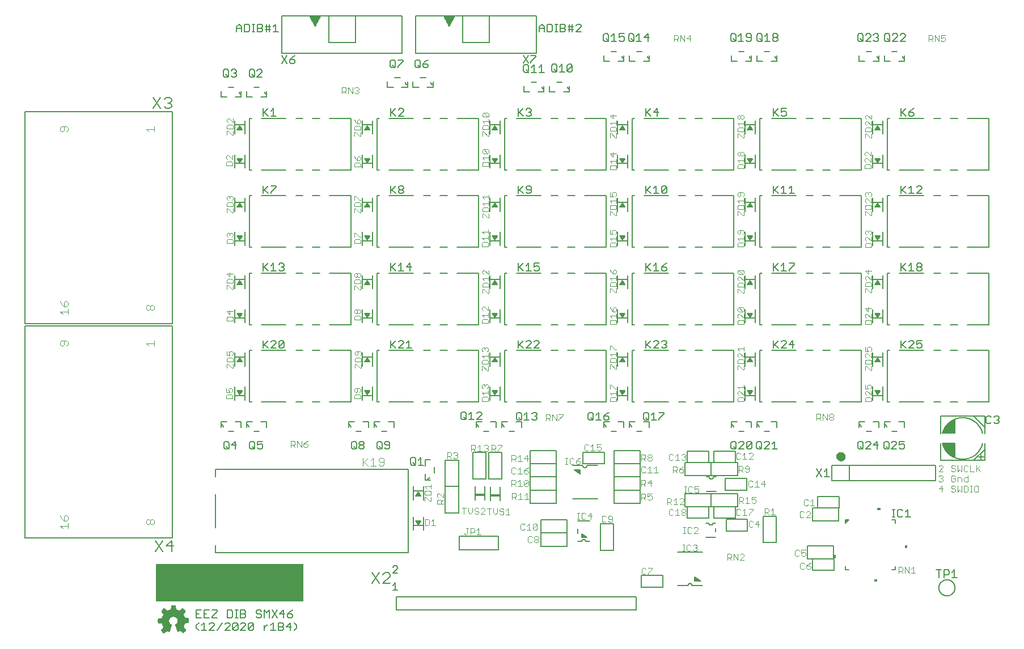
<source format=gto>
G75*
%MOIN*%
%OFA0B0*%
%FSLAX25Y25*%
%IPPOS*%
%LPD*%
%AMOC8*
5,1,8,0,0,1.08239X$1,22.5*
%
%ADD10C,0.00500*%
%ADD11R,0.87000X0.22250*%
%ADD12R,0.01485X0.00015*%
%ADD13R,0.00045X0.00015*%
%ADD14R,0.00105X0.00015*%
%ADD15R,0.00165X0.00015*%
%ADD16R,0.00225X0.00015*%
%ADD17R,0.00285X0.00015*%
%ADD18R,0.00345X0.00015*%
%ADD19R,0.00405X0.00015*%
%ADD20R,0.00435X0.00015*%
%ADD21R,0.00465X0.00015*%
%ADD22R,0.00495X0.00015*%
%ADD23R,0.00540X0.00015*%
%ADD24R,0.00585X0.00015*%
%ADD25R,0.00645X0.00015*%
%ADD26R,0.00150X0.00015*%
%ADD27R,0.00675X0.00015*%
%ADD28R,0.00195X0.00015*%
%ADD29R,0.00705X0.00015*%
%ADD30R,0.00240X0.00015*%
%ADD31R,0.00735X0.00015*%
%ADD32R,0.00270X0.00015*%
%ADD33R,0.00765X0.00015*%
%ADD34R,0.00300X0.00015*%
%ADD35R,0.00810X0.00015*%
%ADD36R,0.00360X0.00015*%
%ADD37R,0.00855X0.00015*%
%ADD38R,0.00435X0.00015*%
%ADD39R,0.00915X0.00015*%
%ADD40R,0.00465X0.00015*%
%ADD41R,0.00945X0.00015*%
%ADD42R,0.00960X0.00015*%
%ADD43R,0.00525X0.00015*%
%ADD44R,0.00990X0.00015*%
%ADD45R,0.00555X0.00015*%
%ADD46R,0.01035X0.00015*%
%ADD47R,0.00600X0.00015*%
%ADD48R,0.01080X0.00015*%
%ADD49R,0.01125X0.00015*%
%ADD50R,0.01170X0.00015*%
%ADD51R,0.00720X0.00015*%
%ADD52R,0.01200X0.00015*%
%ADD53R,0.00750X0.00015*%
%ADD54R,0.01230X0.00015*%
%ADD55R,0.00780X0.00015*%
%ADD56R,0.01260X0.00015*%
%ADD57R,0.00810X0.00015*%
%ADD58R,0.01305X0.00015*%
%ADD59R,0.01365X0.00015*%
%ADD60R,0.00900X0.00015*%
%ADD61R,0.01395X0.00015*%
%ADD62R,0.01440X0.00015*%
%ADD63R,0.01470X0.00015*%
%ADD64R,0.01005X0.00015*%
%ADD65R,0.01500X0.00015*%
%ADD66R,0.01020X0.00015*%
%ADD67R,0.01530X0.00015*%
%ADD68R,0.01065X0.00015*%
%ADD69R,0.01575X0.00015*%
%ADD70R,0.01095X0.00015*%
%ADD71R,0.01635X0.00015*%
%ADD72R,0.01155X0.00015*%
%ADD73R,0.01680X0.00015*%
%ADD74R,0.01200X0.00015*%
%ADD75R,0.01710X0.00015*%
%ADD76R,0.01230X0.00015*%
%ADD77R,0.01725X0.00015*%
%ADD78R,0.01245X0.00015*%
%ADD79R,0.01755X0.00015*%
%ADD80R,0.01275X0.00015*%
%ADD81R,0.01800X0.00015*%
%ADD82R,0.01320X0.00015*%
%ADD83R,0.01860X0.00015*%
%ADD84R,0.01905X0.00015*%
%ADD85R,0.01410X0.00015*%
%ADD86R,0.01935X0.00015*%
%ADD87R,0.01455X0.00015*%
%ADD88R,0.01965X0.00015*%
%ADD89R,0.01485X0.00015*%
%ADD90R,0.01995X0.00015*%
%ADD91R,0.01515X0.00015*%
%ADD92R,0.02040X0.00015*%
%ADD93R,0.01530X0.00015*%
%ADD94R,0.02070X0.00015*%
%ADD95R,0.01575X0.00015*%
%ADD96R,0.02115X0.00015*%
%ADD97R,0.01620X0.00015*%
%ADD98R,0.02160X0.00015*%
%ADD99R,0.01665X0.00015*%
%ADD100R,0.02190X0.00015*%
%ADD101R,0.00075X0.00015*%
%ADD102R,0.01695X0.00015*%
%ADD103R,0.02220X0.00015*%
%ADD104R,0.00105X0.00015*%
%ADD105R,0.02235X0.00015*%
%ADD106R,0.00135X0.00015*%
%ADD107R,0.01755X0.00015*%
%ADD108R,0.02280X0.00015*%
%ADD109R,0.00180X0.00015*%
%ADD110R,0.01785X0.00015*%
%ADD111R,0.02340X0.00015*%
%ADD112R,0.00240X0.00015*%
%ADD113R,0.01830X0.00015*%
%ADD114R,0.02385X0.00015*%
%ADD115R,0.01890X0.00015*%
%ADD116R,0.02415X0.00015*%
%ADD117R,0.00330X0.00015*%
%ADD118R,0.00120X0.00015*%
%ADD119R,0.01920X0.00015*%
%ADD120R,0.02430X0.00015*%
%ADD121R,0.00375X0.00015*%
%ADD122R,0.02460X0.00015*%
%ADD123R,0.00405X0.00015*%
%ADD124R,0.00195X0.00015*%
%ADD125R,0.01965X0.00015*%
%ADD126R,0.02505X0.00015*%
%ADD127R,0.00210X0.00015*%
%ADD128R,0.02010X0.00015*%
%ADD129R,0.02535X0.00015*%
%ADD130R,0.00480X0.00015*%
%ADD131R,0.02580X0.00015*%
%ADD132R,0.00540X0.00015*%
%ADD133R,0.02085X0.00015*%
%ADD134R,0.02625X0.00015*%
%ADD135R,0.02130X0.00015*%
%ADD136R,0.02670X0.00015*%
%ADD137R,0.00630X0.00015*%
%ADD138R,0.02700X0.00015*%
%ADD139R,0.00660X0.00015*%
%ADD140R,0.00450X0.00015*%
%ADD141R,0.02190X0.00015*%
%ADD142R,0.02715X0.00015*%
%ADD143R,0.02205X0.00015*%
%ADD144R,0.02745X0.00015*%
%ADD145R,0.00510X0.00015*%
%ADD146R,0.02235X0.00015*%
%ADD147R,0.02775X0.00015*%
%ADD148R,0.02820X0.00015*%
%ADD149R,0.02310X0.00015*%
%ADD150R,0.02880X0.00015*%
%ADD151R,0.00855X0.00015*%
%ADD152R,0.02355X0.00015*%
%ADD153R,0.02895X0.00015*%
%ADD154R,0.00870X0.00015*%
%ADD155R,0.00660X0.00015*%
%ADD156R,0.02925X0.00015*%
%ADD157R,0.00690X0.00015*%
%ADD158R,0.02970X0.00015*%
%ADD159R,0.03000X0.00015*%
%ADD160R,0.00750X0.00015*%
%ADD161R,0.03045X0.00015*%
%ADD162R,0.01005X0.00015*%
%ADD163R,0.00780X0.00015*%
%ADD164R,0.02505X0.00015*%
%ADD165R,0.03090X0.00015*%
%ADD166R,0.01050X0.00015*%
%ADD167R,0.00825X0.00015*%
%ADD168R,0.02550X0.00015*%
%ADD169R,0.03135X0.00015*%
%ADD170R,0.01095X0.00015*%
%ADD171R,0.00870X0.00015*%
%ADD172R,0.03165X0.00015*%
%ADD173R,0.01125X0.00015*%
%ADD174R,0.02625X0.00015*%
%ADD175R,0.03195X0.00015*%
%ADD176R,0.01140X0.00015*%
%ADD177R,0.00930X0.00015*%
%ADD178R,0.02655X0.00015*%
%ADD179R,0.03210X0.00015*%
%ADD180R,0.00960X0.00015*%
%ADD181R,0.03240X0.00015*%
%ADD182R,0.02700X0.00015*%
%ADD183R,0.03285X0.00015*%
%ADD184R,0.01245X0.00015*%
%ADD185R,0.02745X0.00015*%
%ADD186R,0.03330X0.00015*%
%ADD187R,0.02790X0.00015*%
%ADD188R,0.03360X0.00015*%
%ADD189R,0.01110X0.00015*%
%ADD190R,0.02835X0.00015*%
%ADD191R,0.03390X0.00015*%
%ADD192R,0.01335X0.00015*%
%ADD193R,0.01140X0.00015*%
%ADD194R,0.02865X0.00015*%
%ADD195R,0.03420X0.00015*%
%ADD196R,0.01155X0.00015*%
%ADD197R,0.04905X0.00015*%
%ADD198R,0.04920X0.00015*%
%ADD199R,0.02940X0.00015*%
%ADD200R,0.04950X0.00015*%
%ADD201R,0.02985X0.00015*%
%ADD202R,0.04965X0.00015*%
%ADD203R,0.01275X0.00015*%
%ADD204R,0.03015X0.00015*%
%ADD205R,0.04980X0.00015*%
%ADD206R,0.03045X0.00015*%
%ADD207R,0.05010X0.00015*%
%ADD208R,0.01335X0.00015*%
%ADD209R,0.03075X0.00015*%
%ADD210R,0.01350X0.00015*%
%ADD211R,0.03105X0.00015*%
%ADD212R,0.05040X0.00015*%
%ADD213R,0.01380X0.00015*%
%ADD214R,0.05040X0.00015*%
%ADD215R,0.01410X0.00015*%
%ADD216R,0.03180X0.00015*%
%ADD217R,0.05070X0.00015*%
%ADD218R,0.03225X0.00015*%
%ADD219R,0.03255X0.00015*%
%ADD220R,0.05085X0.00015*%
%ADD221R,0.01515X0.00015*%
%ADD222R,0.03300X0.00015*%
%ADD223R,0.05100X0.00015*%
%ADD224R,0.04935X0.00015*%
%ADD225R,0.05115X0.00015*%
%ADD226R,0.04995X0.00015*%
%ADD227R,0.05130X0.00015*%
%ADD228R,0.05010X0.00015*%
%ADD229R,0.05130X0.00015*%
%ADD230R,0.05010X0.00015*%
%ADD231R,0.05025X0.00015*%
%ADD232R,0.05040X0.00015*%
%ADD233R,0.05055X0.00015*%
%ADD234R,0.05130X0.00015*%
%ADD235R,0.05085X0.00015*%
%ADD236R,0.05115X0.00015*%
%ADD237R,0.05145X0.00015*%
%ADD238R,0.05160X0.00015*%
%ADD239R,0.05130X0.00015*%
%ADD240R,0.05190X0.00015*%
%ADD241R,0.05190X0.00015*%
%ADD242R,0.05205X0.00015*%
%ADD243R,0.05220X0.00015*%
%ADD244R,0.05070X0.00015*%
%ADD245R,0.05085X0.00015*%
%ADD246R,0.05205X0.00015*%
%ADD247R,0.05220X0.00015*%
%ADD248R,0.05055X0.00015*%
%ADD249R,0.05025X0.00015*%
%ADD250R,0.05205X0.00015*%
%ADD251R,0.05025X0.00015*%
%ADD252R,0.05190X0.00015*%
%ADD253R,0.05190X0.00015*%
%ADD254R,0.04995X0.00015*%
%ADD255R,0.05175X0.00015*%
%ADD256R,0.04950X0.00015*%
%ADD257R,0.05145X0.00015*%
%ADD258R,0.05145X0.00015*%
%ADD259R,0.04920X0.00015*%
%ADD260R,0.04905X0.00015*%
%ADD261R,0.04905X0.00015*%
%ADD262R,0.05115X0.00015*%
%ADD263R,0.04890X0.00015*%
%ADD264R,0.04890X0.00015*%
%ADD265R,0.04875X0.00015*%
%ADD266R,0.04845X0.00015*%
%ADD267R,0.04830X0.00015*%
%ADD268R,0.04830X0.00015*%
%ADD269R,0.05070X0.00015*%
%ADD270R,0.04830X0.00015*%
%ADD271R,0.04815X0.00015*%
%ADD272R,0.04800X0.00015*%
%ADD273R,0.04800X0.00015*%
%ADD274R,0.05010X0.00015*%
%ADD275R,0.04785X0.00015*%
%ADD276R,0.04770X0.00015*%
%ADD277R,0.04770X0.00015*%
%ADD278R,0.04755X0.00015*%
%ADD279R,0.04740X0.00015*%
%ADD280R,0.04725X0.00015*%
%ADD281R,0.04725X0.00015*%
%ADD282R,0.04980X0.00015*%
%ADD283R,0.04710X0.00015*%
%ADD284R,0.04725X0.00015*%
%ADD285R,0.04710X0.00015*%
%ADD286R,0.04695X0.00015*%
%ADD287R,0.04680X0.00015*%
%ADD288R,0.04695X0.00015*%
%ADD289R,0.04680X0.00015*%
%ADD290R,0.04905X0.00015*%
%ADD291R,0.04665X0.00015*%
%ADD292R,0.04650X0.00015*%
%ADD293R,0.04635X0.00015*%
%ADD294R,0.04620X0.00015*%
%ADD295R,0.04620X0.00015*%
%ADD296R,0.04890X0.00015*%
%ADD297R,0.04605X0.00015*%
%ADD298R,0.04605X0.00015*%
%ADD299R,0.04590X0.00015*%
%ADD300R,0.04845X0.00015*%
%ADD301R,0.04575X0.00015*%
%ADD302R,0.04590X0.00015*%
%ADD303R,0.04575X0.00015*%
%ADD304R,0.04845X0.00015*%
%ADD305R,0.04560X0.00015*%
%ADD306R,0.04545X0.00015*%
%ADD307R,0.04530X0.00015*%
%ADD308R,0.04515X0.00015*%
%ADD309R,0.04530X0.00015*%
%ADD310R,0.04500X0.00015*%
%ADD311R,0.04515X0.00015*%
%ADD312R,0.04785X0.00015*%
%ADD313R,0.04485X0.00015*%
%ADD314R,0.04755X0.00015*%
%ADD315R,0.04470X0.00015*%
%ADD316R,0.04740X0.00015*%
%ADD317R,0.04485X0.00015*%
%ADD318R,0.04755X0.00015*%
%ADD319R,0.04545X0.00015*%
%ADD320R,0.04695X0.00015*%
%ADD321R,0.04680X0.00015*%
%ADD322R,0.04665X0.00015*%
%ADD323R,0.04725X0.00015*%
%ADD324R,0.04680X0.00015*%
%ADD325R,0.04860X0.00015*%
%ADD326R,0.04740X0.00015*%
%ADD327R,0.04875X0.00015*%
%ADD328R,0.04965X0.00015*%
%ADD329R,0.04860X0.00015*%
%ADD330R,0.04995X0.00015*%
%ADD331R,0.04875X0.00015*%
%ADD332R,0.04980X0.00015*%
%ADD333R,0.05235X0.00015*%
%ADD334R,0.05235X0.00015*%
%ADD335R,0.05250X0.00015*%
%ADD336R,0.05280X0.00015*%
%ADD337R,0.05295X0.00015*%
%ADD338R,0.05325X0.00015*%
%ADD339R,0.05340X0.00015*%
%ADD340R,0.05235X0.00015*%
%ADD341R,0.05355X0.00015*%
%ADD342R,0.05370X0.00015*%
%ADD343R,0.05265X0.00015*%
%ADD344R,0.05370X0.00015*%
%ADD345R,0.05280X0.00015*%
%ADD346R,0.05385X0.00015*%
%ADD347R,0.05295X0.00015*%
%ADD348R,0.05400X0.00015*%
%ADD349R,0.05415X0.00015*%
%ADD350R,0.05310X0.00015*%
%ADD351R,0.05430X0.00015*%
%ADD352R,0.05445X0.00015*%
%ADD353R,0.05460X0.00015*%
%ADD354R,0.05355X0.00015*%
%ADD355R,0.05475X0.00015*%
%ADD356R,0.05505X0.00015*%
%ADD357R,0.05520X0.00015*%
%ADD358R,0.05535X0.00015*%
%ADD359R,0.05550X0.00015*%
%ADD360R,0.05550X0.00015*%
%ADD361R,0.05475X0.00015*%
%ADD362R,0.05490X0.00015*%
%ADD363R,0.05475X0.00015*%
%ADD364R,0.05385X0.00015*%
%ADD365R,0.05370X0.00015*%
%ADD366R,0.05325X0.00015*%
%ADD367R,0.05310X0.00015*%
%ADD368R,0.05265X0.00015*%
%ADD369R,0.05175X0.00015*%
%ADD370R,0.04980X0.00015*%
%ADD371R,0.04965X0.00015*%
%ADD372R,0.04860X0.00015*%
%ADD373R,0.04845X0.00015*%
%ADD374R,0.04815X0.00015*%
%ADD375R,0.04770X0.00015*%
%ADD376R,0.05295X0.00015*%
%ADD377R,0.04635X0.00015*%
%ADD378R,0.05610X0.00015*%
%ADD379R,0.05700X0.00015*%
%ADD380R,0.05760X0.00015*%
%ADD381R,0.05805X0.00015*%
%ADD382R,0.05850X0.00015*%
%ADD383R,0.05895X0.00015*%
%ADD384R,0.06000X0.00015*%
%ADD385R,0.06135X0.00015*%
%ADD386R,0.06225X0.00015*%
%ADD387R,0.06300X0.00015*%
%ADD388R,0.06330X0.00015*%
%ADD389R,0.06375X0.00015*%
%ADD390R,0.06450X0.00015*%
%ADD391R,0.06570X0.00015*%
%ADD392R,0.05565X0.00015*%
%ADD393R,0.06690X0.00015*%
%ADD394R,0.06735X0.00015*%
%ADD395R,0.05790X0.00015*%
%ADD396R,0.06765X0.00015*%
%ADD397R,0.05850X0.00015*%
%ADD398R,0.06780X0.00015*%
%ADD399R,0.05895X0.00015*%
%ADD400R,0.06795X0.00015*%
%ADD401R,0.05955X0.00015*%
%ADD402R,0.06810X0.00015*%
%ADD403R,0.06060X0.00015*%
%ADD404R,0.06195X0.00015*%
%ADD405R,0.06825X0.00015*%
%ADD406R,0.06330X0.00015*%
%ADD407R,0.06840X0.00015*%
%ADD408R,0.06390X0.00015*%
%ADD409R,0.06495X0.00015*%
%ADD410R,0.06840X0.00015*%
%ADD411R,0.06555X0.00015*%
%ADD412R,0.06825X0.00015*%
%ADD413R,0.06645X0.00015*%
%ADD414R,0.06825X0.00015*%
%ADD415R,0.06705X0.00015*%
%ADD416R,0.06705X0.00015*%
%ADD417R,0.06810X0.00015*%
%ADD418R,0.06720X0.00015*%
%ADD419R,0.06795X0.00015*%
%ADD420R,0.06750X0.00015*%
%ADD421R,0.06765X0.00015*%
%ADD422R,0.06795X0.00015*%
%ADD423R,0.06780X0.00015*%
%ADD424R,0.06780X0.00015*%
%ADD425R,0.06750X0.00015*%
%ADD426R,0.06720X0.00015*%
%ADD427R,0.06720X0.00015*%
%ADD428R,0.06705X0.00015*%
%ADD429R,0.06705X0.00015*%
%ADD430R,0.06690X0.00015*%
%ADD431R,0.06675X0.00015*%
%ADD432R,0.06690X0.00015*%
%ADD433R,0.06675X0.00015*%
%ADD434R,0.06675X0.00015*%
%ADD435R,0.06660X0.00015*%
%ADD436R,0.06675X0.00015*%
%ADD437R,0.06660X0.00015*%
%ADD438R,0.06660X0.00015*%
%ADD439R,0.06645X0.00015*%
%ADD440R,0.06630X0.00015*%
%ADD441R,0.06660X0.00015*%
%ADD442R,0.06630X0.00015*%
%ADD443R,0.06645X0.00015*%
%ADD444R,0.06735X0.00015*%
%ADD445R,0.06765X0.00015*%
%ADD446R,0.06780X0.00015*%
%ADD447R,0.06825X0.00015*%
%ADD448R,0.06855X0.00015*%
%ADD449R,0.06855X0.00015*%
%ADD450R,0.06870X0.00015*%
%ADD451R,0.06885X0.00015*%
%ADD452R,0.06525X0.00015*%
%ADD453R,0.06405X0.00015*%
%ADD454R,0.06255X0.00015*%
%ADD455R,0.06165X0.00015*%
%ADD456R,0.06870X0.00015*%
%ADD457R,0.06120X0.00015*%
%ADD458R,0.06885X0.00015*%
%ADD459R,0.06060X0.00015*%
%ADD460R,0.06015X0.00015*%
%ADD461R,0.05910X0.00015*%
%ADD462R,0.05670X0.00015*%
%ADD463R,0.05595X0.00015*%
%ADD464R,0.06585X0.00015*%
%ADD465R,0.05160X0.00015*%
%ADD466R,0.06390X0.00015*%
%ADD467R,0.05025X0.00015*%
%ADD468R,0.06330X0.00015*%
%ADD469R,0.06075X0.00015*%
%ADD470R,0.05820X0.00015*%
%ADD471R,0.05775X0.00015*%
%ADD472R,0.05685X0.00015*%
%ADD473R,0.05460X0.00015*%
%ADD474R,0.04860X0.00015*%
%ADD475R,0.04935X0.00015*%
%ADD476R,0.05160X0.00015*%
%ADD477R,0.05325X0.00015*%
%ADD478R,0.05340X0.00015*%
%ADD479R,0.05355X0.00015*%
%ADD480R,0.05430X0.00015*%
%ADD481R,0.05535X0.00015*%
%ADD482R,0.05595X0.00015*%
%ADD483R,0.05640X0.00015*%
%ADD484R,0.05640X0.00015*%
%ADD485R,0.05670X0.00015*%
%ADD486R,0.05685X0.00015*%
%ADD487R,0.05700X0.00015*%
%ADD488R,0.05715X0.00015*%
%ADD489R,0.05715X0.00015*%
%ADD490R,0.05730X0.00015*%
%ADD491R,0.05745X0.00015*%
%ADD492R,0.05760X0.00015*%
%ADD493R,0.06000X0.00015*%
%ADD494R,0.06105X0.00015*%
%ADD495R,0.06180X0.00015*%
%ADD496R,0.06210X0.00015*%
%ADD497R,0.12690X0.00015*%
%ADD498R,0.12675X0.00015*%
%ADD499R,0.12660X0.00015*%
%ADD500R,0.12660X0.00015*%
%ADD501R,0.12645X0.00015*%
%ADD502R,0.12615X0.00015*%
%ADD503R,0.12600X0.00015*%
%ADD504R,0.12585X0.00015*%
%ADD505R,0.12555X0.00015*%
%ADD506R,0.12540X0.00015*%
%ADD507R,0.12525X0.00015*%
%ADD508R,0.12510X0.00015*%
%ADD509R,0.12510X0.00015*%
%ADD510R,0.12480X0.00015*%
%ADD511R,0.12450X0.00015*%
%ADD512R,0.12435X0.00015*%
%ADD513R,0.12420X0.00015*%
%ADD514R,0.12390X0.00015*%
%ADD515R,0.12375X0.00015*%
%ADD516R,0.12360X0.00015*%
%ADD517R,0.12330X0.00015*%
%ADD518R,0.12300X0.00015*%
%ADD519R,0.12285X0.00015*%
%ADD520R,0.12270X0.00015*%
%ADD521R,0.12255X0.00015*%
%ADD522R,0.12240X0.00015*%
%ADD523R,0.12225X0.00015*%
%ADD524R,0.12195X0.00015*%
%ADD525R,0.12165X0.00015*%
%ADD526R,0.12150X0.00015*%
%ADD527R,0.12135X0.00015*%
%ADD528R,0.12120X0.00015*%
%ADD529R,0.12090X0.00015*%
%ADD530R,0.12075X0.00015*%
%ADD531R,0.12060X0.00015*%
%ADD532R,0.12045X0.00015*%
%ADD533R,0.12015X0.00015*%
%ADD534R,0.12000X0.00015*%
%ADD535R,0.11985X0.00015*%
%ADD536R,0.11955X0.00015*%
%ADD537R,0.11940X0.00015*%
%ADD538R,0.11925X0.00015*%
%ADD539R,0.11910X0.00015*%
%ADD540R,0.11910X0.00015*%
%ADD541R,0.11880X0.00015*%
%ADD542R,0.11850X0.00015*%
%ADD543R,0.11835X0.00015*%
%ADD544R,0.11805X0.00015*%
%ADD545R,0.11775X0.00015*%
%ADD546R,0.11760X0.00015*%
%ADD547R,0.11745X0.00015*%
%ADD548R,0.11730X0.00015*%
%ADD549R,0.11700X0.00015*%
%ADD550R,0.11700X0.00015*%
%ADD551R,0.11685X0.00015*%
%ADD552R,0.11655X0.00015*%
%ADD553R,0.11640X0.00015*%
%ADD554R,0.11625X0.00015*%
%ADD555R,0.11625X0.00015*%
%ADD556R,0.11670X0.00015*%
%ADD557R,0.11715X0.00015*%
%ADD558R,0.11790X0.00015*%
%ADD559R,0.11820X0.00015*%
%ADD560R,0.11820X0.00015*%
%ADD561R,0.11880X0.00015*%
%ADD562R,0.11895X0.00015*%
%ADD563R,0.11970X0.00015*%
%ADD564R,0.12045X0.00015*%
%ADD565R,0.12075X0.00015*%
%ADD566R,0.12105X0.00015*%
%ADD567R,0.12135X0.00015*%
%ADD568R,0.12165X0.00015*%
%ADD569R,0.12180X0.00015*%
%ADD570R,0.12195X0.00015*%
%ADD571R,0.12210X0.00015*%
%ADD572R,0.12225X0.00015*%
%ADD573R,0.12255X0.00015*%
%ADD574R,0.12360X0.00015*%
%ADD575R,0.12390X0.00015*%
%ADD576R,0.12405X0.00015*%
%ADD577R,0.12435X0.00015*%
%ADD578R,0.12480X0.00015*%
%ADD579R,0.12480X0.00015*%
%ADD580R,0.12510X0.00015*%
%ADD581R,0.12570X0.00015*%
%ADD582R,0.12630X0.00015*%
%ADD583R,0.12675X0.00015*%
%ADD584R,0.12705X0.00015*%
%ADD585R,0.12735X0.00015*%
%ADD586R,0.12750X0.00015*%
%ADD587R,0.12780X0.00015*%
%ADD588R,0.12795X0.00015*%
%ADD589R,0.12810X0.00015*%
%ADD590R,0.12840X0.00015*%
%ADD591R,0.12855X0.00015*%
%ADD592R,0.12885X0.00015*%
%ADD593R,0.12900X0.00015*%
%ADD594R,0.12915X0.00015*%
%ADD595R,0.12945X0.00015*%
%ADD596R,0.12960X0.00015*%
%ADD597R,0.12990X0.00015*%
%ADD598R,0.13005X0.00015*%
%ADD599R,0.13020X0.00015*%
%ADD600R,0.13035X0.00015*%
%ADD601R,0.13065X0.00015*%
%ADD602R,0.13080X0.00015*%
%ADD603R,0.13110X0.00015*%
%ADD604R,0.13125X0.00015*%
%ADD605R,0.13155X0.00015*%
%ADD606R,0.13170X0.00015*%
%ADD607R,0.13200X0.00015*%
%ADD608R,0.13230X0.00015*%
%ADD609R,0.13260X0.00015*%
%ADD610R,0.13290X0.00015*%
%ADD611R,0.13320X0.00015*%
%ADD612R,0.13350X0.00015*%
%ADD613R,0.13365X0.00015*%
%ADD614R,0.13395X0.00015*%
%ADD615R,0.13425X0.00015*%
%ADD616R,0.13455X0.00015*%
%ADD617R,0.13470X0.00015*%
%ADD618R,0.13500X0.00015*%
%ADD619R,0.13530X0.00015*%
%ADD620R,0.13560X0.00015*%
%ADD621R,0.13575X0.00015*%
%ADD622R,0.13605X0.00015*%
%ADD623R,0.13635X0.00015*%
%ADD624R,0.13650X0.00015*%
%ADD625R,0.13680X0.00015*%
%ADD626R,0.13695X0.00015*%
%ADD627R,0.13725X0.00015*%
%ADD628R,0.13740X0.00015*%
%ADD629R,0.13770X0.00015*%
%ADD630R,0.13785X0.00015*%
%ADD631R,0.13800X0.00015*%
%ADD632R,0.13830X0.00015*%
%ADD633R,0.13860X0.00015*%
%ADD634R,0.13875X0.00015*%
%ADD635R,0.13905X0.00015*%
%ADD636R,0.13935X0.00015*%
%ADD637R,0.13950X0.00015*%
%ADD638R,0.13980X0.00015*%
%ADD639R,0.14010X0.00015*%
%ADD640R,0.14025X0.00015*%
%ADD641R,0.14055X0.00015*%
%ADD642R,0.14070X0.00015*%
%ADD643R,0.14085X0.00015*%
%ADD644R,0.14115X0.00015*%
%ADD645R,0.14145X0.00015*%
%ADD646R,0.14160X0.00015*%
%ADD647R,0.14190X0.00015*%
%ADD648R,0.14205X0.00015*%
%ADD649R,0.14220X0.00015*%
%ADD650R,0.14235X0.00015*%
%ADD651R,0.14265X0.00015*%
%ADD652R,0.14280X0.00015*%
%ADD653R,0.14295X0.00015*%
%ADD654R,0.14295X0.00015*%
%ADD655R,0.14250X0.00015*%
%ADD656R,0.14205X0.00015*%
%ADD657R,0.14175X0.00015*%
%ADD658R,0.14160X0.00015*%
%ADD659R,0.14130X0.00015*%
%ADD660R,0.14100X0.00015*%
%ADD661R,0.14040X0.00015*%
%ADD662R,0.14010X0.00015*%
%ADD663R,0.03465X0.00015*%
%ADD664R,0.10440X0.00015*%
%ADD665R,0.03420X0.00015*%
%ADD666R,0.10395X0.00015*%
%ADD667R,0.03375X0.00015*%
%ADD668R,0.10335X0.00015*%
%ADD669R,0.03570X0.00015*%
%ADD670R,0.06600X0.00015*%
%ADD671R,0.03525X0.00015*%
%ADD672R,0.03270X0.00015*%
%ADD673R,0.03495X0.00015*%
%ADD674R,0.03210X0.00015*%
%ADD675R,0.06480X0.00015*%
%ADD676R,0.03435X0.00015*%
%ADD677R,0.03165X0.00015*%
%ADD678R,0.03390X0.00015*%
%ADD679R,0.03120X0.00015*%
%ADD680R,0.06315X0.00015*%
%ADD681R,0.03345X0.00015*%
%ADD682R,0.03090X0.00015*%
%ADD683R,0.03075X0.00015*%
%ADD684R,0.06225X0.00015*%
%ADD685R,0.03270X0.00015*%
%ADD686R,0.06180X0.00015*%
%ADD687R,0.02970X0.00015*%
%ADD688R,0.06075X0.00015*%
%ADD689R,0.03195X0.00015*%
%ADD690R,0.02925X0.00015*%
%ADD691R,0.05985X0.00015*%
%ADD692R,0.03135X0.00015*%
%ADD693R,0.02850X0.00015*%
%ADD694R,0.05835X0.00015*%
%ADD695R,0.03030X0.00015*%
%ADD696R,0.02805X0.00015*%
%ADD697R,0.02730X0.00015*%
%ADD698R,0.05625X0.00015*%
%ADD699R,0.02925X0.00015*%
%ADD700R,0.02640X0.00015*%
%ADD701R,0.02595X0.00015*%
%ADD702R,0.02565X0.00015*%
%ADD703R,0.02760X0.00015*%
%ADD704R,0.02520X0.00015*%
%ADD705R,0.02730X0.00015*%
%ADD706R,0.02475X0.00015*%
%ADD707R,0.02685X0.00015*%
%ADD708R,0.02445X0.00015*%
%ADD709R,0.02400X0.00015*%
%ADD710R,0.02370X0.00015*%
%ADD711R,0.02565X0.00015*%
%ADD712R,0.02340X0.00015*%
%ADD713R,0.02325X0.00015*%
%ADD714R,0.02505X0.00015*%
%ADD715R,0.02280X0.00015*%
%ADD716R,0.02460X0.00015*%
%ADD717R,0.04560X0.00015*%
%ADD718R,0.02190X0.00015*%
%ADD719R,0.04440X0.00015*%
%ADD720R,0.02370X0.00015*%
%ADD721R,0.02145X0.00015*%
%ADD722R,0.04365X0.00015*%
%ADD723R,0.04320X0.00015*%
%ADD724R,0.02310X0.00015*%
%ADD725R,0.02100X0.00015*%
%ADD726R,0.04260X0.00015*%
%ADD727R,0.04200X0.00015*%
%ADD728R,0.02265X0.00015*%
%ADD729R,0.02040X0.00015*%
%ADD730R,0.04095X0.00015*%
%ADD731R,0.02220X0.00015*%
%ADD732R,0.03915X0.00015*%
%ADD733R,0.02175X0.00015*%
%ADD734R,0.03765X0.00015*%
%ADD735R,0.03675X0.00015*%
%ADD736R,0.01890X0.00015*%
%ADD737R,0.03615X0.00015*%
%ADD738R,0.02055X0.00015*%
%ADD739R,0.01860X0.00015*%
%ADD740R,0.03555X0.00015*%
%ADD741R,0.01815X0.00015*%
%ADD742R,0.03450X0.00015*%
%ADD743R,0.01725X0.00015*%
%ADD744R,0.03315X0.00015*%
%ADD745R,0.01905X0.00015*%
%ADD746R,0.01680X0.00015*%
%ADD747R,0.01650X0.00015*%
%ADD748R,0.01620X0.00015*%
%ADD749R,0.01590X0.00015*%
%ADD750R,0.01770X0.00015*%
%ADD751R,0.01560X0.00015*%
%ADD752R,0.03240X0.00015*%
%ADD753R,0.01740X0.00015*%
%ADD754R,0.01665X0.00015*%
%ADD755R,0.01455X0.00015*%
%ADD756R,0.01635X0.00015*%
%ADD757R,0.01410X0.00015*%
%ADD758R,0.01395X0.00015*%
%ADD759R,0.01365X0.00015*%
%ADD760R,0.01335X0.00015*%
%ADD761R,0.01290X0.00015*%
%ADD762R,0.03210X0.00015*%
%ADD763R,0.01455X0.00015*%
%ADD764R,0.01185X0.00015*%
%ADD765R,0.01290X0.00015*%
%ADD766R,0.01110X0.00015*%
%ADD767R,0.01260X0.00015*%
%ADD768R,0.03180X0.00015*%
%ADD769R,0.00975X0.00015*%
%ADD770R,0.03150X0.00015*%
%ADD771R,0.00885X0.00015*%
%ADD772R,0.03150X0.00015*%
%ADD773R,0.01050X0.00015*%
%ADD774R,0.00795X0.00015*%
%ADD775R,0.00885X0.00015*%
%ADD776R,0.00690X0.00015*%
%ADD777R,0.00840X0.00015*%
%ADD778R,0.00570X0.00015*%
%ADD779R,0.00525X0.00015*%
%ADD780R,0.03105X0.00015*%
%ADD781R,0.00660X0.00015*%
%ADD782R,0.00615X0.00015*%
%ADD783R,0.00420X0.00015*%
%ADD784R,0.00555X0.00015*%
%ADD785R,0.00390X0.00015*%
%ADD786R,0.00525X0.00015*%
%ADD787R,0.00360X0.00015*%
%ADD788R,0.00495X0.00015*%
%ADD789R,0.03075X0.00015*%
%ADD790R,0.00450X0.00015*%
%ADD791R,0.00225X0.00015*%
%ADD792R,0.00345X0.00015*%
%ADD793R,0.00255X0.00015*%
%ADD794R,0.03060X0.00015*%
%ADD795R,0.00180X0.00015*%
%ADD796R,0.00075X0.00015*%
%ADD797R,0.03000X0.00015*%
%ADD798R,0.02955X0.00015*%
%ADD799R,0.02940X0.00015*%
%ADD800R,0.02940X0.00015*%
%ADD801R,0.02910X0.00015*%
%ADD802R,0.02910X0.00015*%
%ADD803R,0.02865X0.00015*%
%ADD804R,0.02805X0.00015*%
%ADD805R,0.02775X0.00015*%
%ADD806R,0.02760X0.00015*%
%ADD807R,0.02655X0.00015*%
%ADD808R,0.02640X0.00015*%
%ADD809R,0.02610X0.00015*%
%ADD810R,0.02595X0.00015*%
%ADD811R,0.02535X0.00015*%
%ADD812R,0.02475X0.00015*%
%ADD813R,0.02175X0.00015*%
%ADD814R,0.01575X0.00015*%
%ADD815C,0.00400*%
%ADD816C,0.02600*%
%ADD817C,0.00800*%
%ADD818C,0.00700*%
%ADD819C,0.00600*%
%ADD820R,0.05512X0.00787*%
%ADD821R,0.05512X0.01756*%
%ADD822C,0.00100*%
D10*
X0186148Y0080505D02*
X0186148Y0082006D01*
X0187650Y0083508D01*
X0189218Y0082006D02*
X0190719Y0083508D01*
X0190719Y0079004D01*
X0189218Y0079004D02*
X0192220Y0079004D01*
X0193821Y0079004D02*
X0196824Y0082006D01*
X0196824Y0082757D01*
X0196073Y0083508D01*
X0194572Y0083508D01*
X0193821Y0082757D01*
X0193755Y0086504D02*
X0190752Y0086504D01*
X0190752Y0091008D01*
X0193755Y0091008D01*
X0195356Y0091008D02*
X0198359Y0091008D01*
X0198359Y0090257D01*
X0195356Y0087255D01*
X0195356Y0086504D01*
X0198359Y0086504D01*
X0201428Y0083508D02*
X0198425Y0079004D01*
X0196824Y0079004D02*
X0193821Y0079004D01*
X0187650Y0079004D02*
X0186148Y0080505D01*
X0186148Y0086504D02*
X0189151Y0086504D01*
X0187650Y0088756D02*
X0186148Y0088756D01*
X0186148Y0091008D02*
X0186148Y0086504D01*
X0186148Y0091008D02*
X0189151Y0091008D01*
X0190752Y0088756D02*
X0192253Y0088756D01*
X0203029Y0082757D02*
X0203780Y0083508D01*
X0205281Y0083508D01*
X0206032Y0082757D01*
X0206032Y0082006D01*
X0203029Y0079004D01*
X0206032Y0079004D01*
X0207633Y0079755D02*
X0210636Y0082757D01*
X0210636Y0079755D01*
X0209885Y0079004D01*
X0208384Y0079004D01*
X0207633Y0079755D01*
X0207633Y0082757D01*
X0208384Y0083508D01*
X0209885Y0083508D01*
X0210636Y0082757D01*
X0212237Y0082757D02*
X0212988Y0083508D01*
X0214489Y0083508D01*
X0215240Y0082757D01*
X0215240Y0082006D01*
X0212237Y0079004D01*
X0215240Y0079004D01*
X0216841Y0079755D02*
X0219844Y0082757D01*
X0219844Y0079755D01*
X0219093Y0079004D01*
X0217592Y0079004D01*
X0216841Y0079755D01*
X0216841Y0082757D01*
X0217592Y0083508D01*
X0219093Y0083508D01*
X0219844Y0082757D01*
X0222196Y0086504D02*
X0221445Y0087255D01*
X0222196Y0086504D02*
X0223697Y0086504D01*
X0224448Y0087255D01*
X0224448Y0088005D01*
X0223697Y0088756D01*
X0222196Y0088756D01*
X0221445Y0089506D01*
X0221445Y0090257D01*
X0222196Y0091008D01*
X0223697Y0091008D01*
X0224448Y0090257D01*
X0226049Y0091008D02*
X0227550Y0089506D01*
X0229052Y0091008D01*
X0229052Y0086504D01*
X0230653Y0086504D02*
X0233655Y0091008D01*
X0235257Y0088756D02*
X0238259Y0088756D01*
X0239861Y0088756D02*
X0242113Y0088756D01*
X0242863Y0088005D01*
X0242863Y0087255D01*
X0242113Y0086504D01*
X0240611Y0086504D01*
X0239861Y0087255D01*
X0239861Y0088756D01*
X0241362Y0090257D01*
X0242863Y0091008D01*
X0237509Y0091008D02*
X0235257Y0088756D01*
X0233655Y0086504D02*
X0230653Y0091008D01*
X0226049Y0091008D02*
X0226049Y0086504D01*
X0226049Y0082006D02*
X0226049Y0079004D01*
X0226049Y0080505D02*
X0227550Y0082006D01*
X0228301Y0082006D01*
X0229886Y0082006D02*
X0231387Y0083508D01*
X0231387Y0079004D01*
X0229886Y0079004D02*
X0232888Y0079004D01*
X0234489Y0079004D02*
X0236741Y0079004D01*
X0237492Y0079755D01*
X0237492Y0080505D01*
X0236741Y0081256D01*
X0234489Y0081256D01*
X0234489Y0079004D02*
X0234489Y0083508D01*
X0236741Y0083508D01*
X0237492Y0082757D01*
X0237492Y0082006D01*
X0236741Y0081256D01*
X0239093Y0081256D02*
X0241345Y0083508D01*
X0241345Y0079004D01*
X0243697Y0079004D02*
X0245199Y0080505D01*
X0245199Y0082006D01*
X0243697Y0083508D01*
X0242096Y0081256D02*
X0239093Y0081256D01*
X0237509Y0086504D02*
X0237509Y0091008D01*
X0215240Y0090257D02*
X0215240Y0089506D01*
X0214489Y0088756D01*
X0212237Y0088756D01*
X0212237Y0086504D02*
X0212237Y0091008D01*
X0214489Y0091008D01*
X0215240Y0090257D01*
X0214489Y0088756D02*
X0215240Y0088005D01*
X0215240Y0087255D01*
X0214489Y0086504D01*
X0212237Y0086504D01*
X0210669Y0086504D02*
X0209168Y0086504D01*
X0209919Y0086504D02*
X0209919Y0091008D01*
X0210669Y0091008D02*
X0209168Y0091008D01*
X0207567Y0090257D02*
X0206816Y0091008D01*
X0204564Y0091008D01*
X0204564Y0086504D01*
X0206816Y0086504D01*
X0207567Y0087255D01*
X0207567Y0090257D01*
X0301783Y0102982D02*
X0304452Y0102982D01*
X0303118Y0102982D02*
X0303118Y0106986D01*
X0301783Y0105651D01*
X0301783Y0112982D02*
X0304452Y0115651D01*
X0304452Y0116318D01*
X0303785Y0116986D01*
X0302451Y0116986D01*
X0301783Y0116318D01*
X0301783Y0112982D02*
X0304452Y0112982D01*
X0340930Y0126650D02*
X0340930Y0134390D01*
X0363946Y0134390D01*
X0363946Y0126650D01*
X0340930Y0126650D01*
X0340308Y0148202D02*
X0332568Y0148202D01*
X0332568Y0163737D01*
X0340308Y0163737D01*
X0340308Y0148202D01*
X0340308Y0163752D02*
X0332568Y0163752D01*
X0332568Y0179287D01*
X0340308Y0179287D01*
X0340308Y0163752D01*
X0348818Y0168252D02*
X0356558Y0168252D01*
X0356558Y0183787D01*
X0348818Y0183787D01*
X0348818Y0168252D01*
X0358068Y0168252D02*
X0365808Y0168252D01*
X0365808Y0183787D01*
X0358068Y0183787D01*
X0358068Y0168252D01*
X0382420Y0169390D02*
X0382420Y0161650D01*
X0397955Y0161650D01*
X0397955Y0169390D01*
X0382420Y0169390D01*
X0382420Y0169400D02*
X0382420Y0177140D01*
X0397955Y0177140D01*
X0397955Y0169400D01*
X0382420Y0169400D01*
X0382420Y0177150D02*
X0382420Y0184890D01*
X0397955Y0184890D01*
X0397955Y0177150D01*
X0382420Y0177150D01*
X0382420Y0161640D02*
X0382420Y0153900D01*
X0397955Y0153900D01*
X0397955Y0161640D01*
X0382420Y0161640D01*
X0388670Y0144140D02*
X0388670Y0136400D01*
X0404205Y0136400D01*
X0404205Y0144140D01*
X0388670Y0144140D01*
X0388670Y0136390D02*
X0388670Y0128650D01*
X0404205Y0128650D01*
X0404205Y0136390D01*
X0388670Y0136390D01*
X0423818Y0141787D02*
X0423818Y0126252D01*
X0431558Y0126252D01*
X0431558Y0141787D01*
X0423818Y0141787D01*
X0431670Y0153900D02*
X0431670Y0161640D01*
X0447205Y0161640D01*
X0447205Y0153900D01*
X0431670Y0153900D01*
X0431670Y0161650D02*
X0431670Y0169390D01*
X0447205Y0169390D01*
X0447205Y0161650D01*
X0431670Y0161650D01*
X0431670Y0169400D02*
X0431670Y0177140D01*
X0447205Y0177140D01*
X0447205Y0169400D01*
X0431670Y0169400D01*
X0431670Y0177150D02*
X0431670Y0184890D01*
X0447205Y0184890D01*
X0447205Y0177150D01*
X0431670Y0177150D01*
X0425987Y0177150D02*
X0425987Y0183890D01*
X0413388Y0183890D01*
X0413388Y0177150D01*
X0425987Y0177150D01*
X0426546Y0202770D02*
X0425796Y0203520D01*
X0425796Y0205022D01*
X0428047Y0205022D01*
X0428798Y0204271D01*
X0428798Y0203520D01*
X0428047Y0202770D01*
X0426546Y0202770D01*
X0424194Y0202770D02*
X0421192Y0202770D01*
X0422693Y0202770D02*
X0422693Y0207274D01*
X0421192Y0205772D01*
X0419590Y0206523D02*
X0419590Y0203520D01*
X0418840Y0202770D01*
X0417338Y0202770D01*
X0416588Y0203520D01*
X0416588Y0206523D01*
X0417338Y0207274D01*
X0418840Y0207274D01*
X0419590Y0206523D01*
X0418089Y0204271D02*
X0419590Y0202770D01*
X0425796Y0205022D02*
X0427297Y0206523D01*
X0428798Y0207274D01*
X0449088Y0206523D02*
X0449088Y0203520D01*
X0449838Y0202770D01*
X0451340Y0202770D01*
X0452090Y0203520D01*
X0452090Y0206523D01*
X0451340Y0207274D01*
X0449838Y0207274D01*
X0449088Y0206523D01*
X0450589Y0204271D02*
X0452090Y0202770D01*
X0453692Y0202770D02*
X0456694Y0202770D01*
X0455193Y0202770D02*
X0455193Y0207274D01*
X0453692Y0205772D01*
X0458296Y0207274D02*
X0461298Y0207274D01*
X0461298Y0206523D01*
X0458296Y0203520D01*
X0458296Y0202770D01*
X0474888Y0184640D02*
X0487487Y0184640D01*
X0487487Y0177900D01*
X0474888Y0177900D01*
X0474888Y0184640D01*
X0473420Y0177890D02*
X0473420Y0170150D01*
X0488955Y0170150D01*
X0488955Y0177890D01*
X0473420Y0177890D01*
X0486238Y0169320D02*
X0487738Y0169320D01*
X0487740Y0169251D01*
X0487746Y0169183D01*
X0487756Y0169115D01*
X0487769Y0169048D01*
X0487787Y0168982D01*
X0487808Y0168917D01*
X0487833Y0168853D01*
X0487861Y0168791D01*
X0487893Y0168730D01*
X0487928Y0168671D01*
X0487967Y0168615D01*
X0488009Y0168560D01*
X0488054Y0168509D01*
X0488102Y0168459D01*
X0488152Y0168413D01*
X0488205Y0168370D01*
X0488261Y0168329D01*
X0488318Y0168292D01*
X0488378Y0168259D01*
X0488440Y0168228D01*
X0488503Y0168202D01*
X0488567Y0168179D01*
X0488633Y0168159D01*
X0488700Y0168144D01*
X0488767Y0168132D01*
X0488835Y0168124D01*
X0488904Y0168120D01*
X0488972Y0168120D01*
X0489041Y0168124D01*
X0489109Y0168132D01*
X0489176Y0168144D01*
X0489243Y0168159D01*
X0489309Y0168179D01*
X0489373Y0168202D01*
X0489436Y0168228D01*
X0489498Y0168259D01*
X0489558Y0168292D01*
X0489615Y0168329D01*
X0489671Y0168370D01*
X0489724Y0168413D01*
X0489774Y0168459D01*
X0489822Y0168509D01*
X0489867Y0168560D01*
X0489909Y0168615D01*
X0489948Y0168671D01*
X0489983Y0168730D01*
X0490015Y0168791D01*
X0490043Y0168853D01*
X0490068Y0168917D01*
X0490089Y0168982D01*
X0490107Y0169048D01*
X0490120Y0169115D01*
X0490130Y0169183D01*
X0490136Y0169251D01*
X0490138Y0169320D01*
X0491638Y0169320D01*
X0488920Y0170150D02*
X0488920Y0177890D01*
X0504455Y0177890D01*
X0504455Y0170150D01*
X0488920Y0170150D01*
X0497138Y0168390D02*
X0497138Y0161650D01*
X0509737Y0161650D01*
X0509737Y0168390D01*
X0497138Y0168390D01*
X0491638Y0160720D02*
X0486238Y0160720D01*
X0488920Y0159640D02*
X0504455Y0159640D01*
X0504455Y0151900D01*
X0488920Y0151900D01*
X0488920Y0159640D01*
X0488955Y0159640D02*
X0488955Y0151900D01*
X0473420Y0151900D01*
X0473420Y0159640D01*
X0488955Y0159640D01*
X0490388Y0151890D02*
X0490388Y0145150D01*
X0502987Y0145150D01*
X0502987Y0151890D01*
X0490388Y0151890D01*
X0487487Y0151890D02*
X0487487Y0145150D01*
X0474888Y0145150D01*
X0474888Y0151890D01*
X0487487Y0151890D01*
X0497638Y0144390D02*
X0497638Y0137650D01*
X0510237Y0137650D01*
X0510237Y0144390D01*
X0497638Y0144390D01*
X0519318Y0146287D02*
X0519318Y0130752D01*
X0527058Y0130752D01*
X0527058Y0146287D01*
X0519318Y0146287D01*
X0548420Y0143400D02*
X0548420Y0151140D01*
X0563955Y0151140D01*
X0563955Y0143400D01*
X0548420Y0143400D01*
X0551388Y0151150D02*
X0551388Y0157890D01*
X0563987Y0157890D01*
X0563987Y0151150D01*
X0551388Y0151150D01*
X0550730Y0169520D02*
X0553732Y0174024D01*
X0555334Y0172522D02*
X0556835Y0174024D01*
X0556835Y0169520D01*
X0555334Y0169520D02*
X0558336Y0169520D01*
X0553732Y0169520D02*
X0550730Y0174024D01*
X0527798Y0185770D02*
X0524796Y0185770D01*
X0526297Y0185770D02*
X0526297Y0190274D01*
X0524796Y0188772D01*
X0523194Y0188772D02*
X0520192Y0185770D01*
X0523194Y0185770D01*
X0523194Y0188772D02*
X0523194Y0189523D01*
X0522444Y0190274D01*
X0520942Y0190274D01*
X0520192Y0189523D01*
X0518590Y0189523D02*
X0518590Y0186520D01*
X0517840Y0185770D01*
X0516338Y0185770D01*
X0515588Y0186520D01*
X0515588Y0189523D01*
X0516338Y0190274D01*
X0517840Y0190274D01*
X0518590Y0189523D01*
X0517089Y0187271D02*
X0518590Y0185770D01*
X0512798Y0186520D02*
X0512798Y0189523D01*
X0509796Y0186520D01*
X0510546Y0185770D01*
X0512047Y0185770D01*
X0512798Y0186520D01*
X0509796Y0186520D02*
X0509796Y0189523D01*
X0510546Y0190274D01*
X0512047Y0190274D01*
X0512798Y0189523D01*
X0508194Y0189523D02*
X0507444Y0190274D01*
X0505942Y0190274D01*
X0505192Y0189523D01*
X0503590Y0189523D02*
X0503590Y0186520D01*
X0502840Y0185770D01*
X0501338Y0185770D01*
X0500588Y0186520D01*
X0500588Y0189523D01*
X0501338Y0190274D01*
X0502840Y0190274D01*
X0503590Y0189523D01*
X0502089Y0187271D02*
X0503590Y0185770D01*
X0502987Y0184640D02*
X0502987Y0177900D01*
X0490388Y0177900D01*
X0490388Y0184640D01*
X0502987Y0184640D01*
X0505192Y0185770D02*
X0508194Y0188772D01*
X0508194Y0189523D01*
X0508194Y0185770D02*
X0505192Y0185770D01*
X0575088Y0186520D02*
X0575838Y0185770D01*
X0577340Y0185770D01*
X0578090Y0186520D01*
X0578090Y0189523D01*
X0577340Y0190274D01*
X0575838Y0190274D01*
X0575088Y0189523D01*
X0575088Y0186520D01*
X0576589Y0187271D02*
X0578090Y0185770D01*
X0579692Y0185770D02*
X0582694Y0188772D01*
X0582694Y0189523D01*
X0581944Y0190274D01*
X0580442Y0190274D01*
X0579692Y0189523D01*
X0579692Y0185770D02*
X0582694Y0185770D01*
X0584296Y0188022D02*
X0587298Y0188022D01*
X0586547Y0190274D02*
X0584296Y0188022D01*
X0586547Y0185770D02*
X0586547Y0190274D01*
X0590338Y0189523D02*
X0591088Y0190274D01*
X0592590Y0190274D01*
X0593340Y0189523D01*
X0593340Y0186520D01*
X0592590Y0185770D01*
X0591088Y0185770D01*
X0590338Y0186520D01*
X0590338Y0189523D01*
X0591839Y0187271D02*
X0593340Y0185770D01*
X0594942Y0185770D02*
X0597944Y0188772D01*
X0597944Y0189523D01*
X0597194Y0190274D01*
X0595692Y0190274D01*
X0594942Y0189523D01*
X0594942Y0185770D02*
X0597944Y0185770D01*
X0599546Y0186520D02*
X0600296Y0185770D01*
X0601797Y0185770D01*
X0602548Y0186520D01*
X0602548Y0188022D01*
X0601797Y0188772D01*
X0601047Y0188772D01*
X0599546Y0188022D01*
X0599546Y0190274D01*
X0602548Y0190274D01*
X0624938Y0189020D02*
X0625434Y0187468D01*
X0626138Y0185998D01*
X0627036Y0184638D01*
X0628112Y0183414D01*
X0629345Y0182348D01*
X0630712Y0181461D01*
X0632188Y0180770D01*
X0632188Y0189020D01*
X0624938Y0189020D01*
X0625055Y0188653D02*
X0632188Y0188653D01*
X0632188Y0188155D02*
X0625214Y0188155D01*
X0625374Y0187656D02*
X0632188Y0187656D01*
X0632188Y0187158D02*
X0625582Y0187158D01*
X0625821Y0186659D02*
X0632188Y0186659D01*
X0632188Y0186161D02*
X0626060Y0186161D01*
X0626360Y0185662D02*
X0632188Y0185662D01*
X0632188Y0185164D02*
X0626689Y0185164D01*
X0627018Y0184665D02*
X0632188Y0184665D01*
X0632188Y0184167D02*
X0627451Y0184167D01*
X0627889Y0183668D02*
X0632188Y0183668D01*
X0632188Y0183170D02*
X0628395Y0183170D01*
X0628972Y0182671D02*
X0632188Y0182671D01*
X0632188Y0182173D02*
X0629616Y0182173D01*
X0630384Y0181674D02*
X0632188Y0181674D01*
X0632188Y0181176D02*
X0631321Y0181176D01*
X0624938Y0189019D02*
X0625011Y0188733D01*
X0625092Y0188449D01*
X0625179Y0188167D01*
X0625274Y0187887D01*
X0625375Y0187609D01*
X0625483Y0187335D01*
X0625598Y0187062D01*
X0625719Y0186793D01*
X0625847Y0186527D01*
X0625981Y0186264D01*
X0626122Y0186004D01*
X0626269Y0185748D01*
X0626422Y0185495D01*
X0626581Y0185246D01*
X0626747Y0185001D01*
X0626918Y0184761D01*
X0627095Y0184524D01*
X0627278Y0184292D01*
X0627466Y0184065D01*
X0627660Y0183842D01*
X0627859Y0183624D01*
X0628064Y0183411D01*
X0628274Y0183203D01*
X0628488Y0183000D01*
X0628708Y0182802D01*
X0628932Y0182610D01*
X0629161Y0182424D01*
X0629395Y0182243D01*
X0629633Y0182067D01*
X0629875Y0181898D01*
X0630121Y0181735D01*
X0630371Y0181577D01*
X0630625Y0181426D01*
X0630882Y0181281D01*
X0631143Y0181143D01*
X0631407Y0181011D01*
X0631674Y0180885D01*
X0631945Y0180766D01*
X0632218Y0180653D01*
X0632494Y0180547D01*
X0632772Y0180448D01*
X0633053Y0180356D01*
X0633335Y0180271D01*
X0633620Y0180192D01*
X0633907Y0180121D01*
X0634195Y0180057D01*
X0634485Y0179999D01*
X0634776Y0179949D01*
X0635068Y0179906D01*
X0635361Y0179870D01*
X0635655Y0179841D01*
X0635950Y0179820D01*
X0636245Y0179805D01*
X0636540Y0179798D01*
X0636836Y0179798D01*
X0637131Y0179805D01*
X0637426Y0179820D01*
X0637721Y0179841D01*
X0638015Y0179870D01*
X0638308Y0179906D01*
X0638600Y0179949D01*
X0638891Y0179999D01*
X0639181Y0180057D01*
X0639469Y0180121D01*
X0639756Y0180192D01*
X0640041Y0180271D01*
X0640323Y0180356D01*
X0640604Y0180448D01*
X0640882Y0180547D01*
X0641158Y0180653D01*
X0641431Y0180766D01*
X0641702Y0180885D01*
X0641969Y0181011D01*
X0642233Y0181143D01*
X0642494Y0181281D01*
X0642751Y0181426D01*
X0643005Y0181577D01*
X0643255Y0181735D01*
X0643501Y0181898D01*
X0643743Y0182067D01*
X0643981Y0182243D01*
X0644215Y0182424D01*
X0644444Y0182610D01*
X0644668Y0182802D01*
X0644888Y0183000D01*
X0645102Y0183203D01*
X0645312Y0183411D01*
X0645517Y0183624D01*
X0645716Y0183842D01*
X0645910Y0184065D01*
X0646098Y0184292D01*
X0646281Y0184524D01*
X0646458Y0184761D01*
X0646629Y0185001D01*
X0646795Y0185246D01*
X0646954Y0185495D01*
X0647107Y0185748D01*
X0647254Y0186004D01*
X0647395Y0186264D01*
X0647529Y0186527D01*
X0647657Y0186793D01*
X0647778Y0187062D01*
X0647893Y0187335D01*
X0648001Y0187609D01*
X0648102Y0187887D01*
X0648197Y0188167D01*
X0648284Y0188449D01*
X0648365Y0188733D01*
X0648438Y0189019D01*
X0648438Y0195020D02*
X0648365Y0195306D01*
X0648284Y0195590D01*
X0648197Y0195872D01*
X0648102Y0196152D01*
X0648001Y0196430D01*
X0647893Y0196704D01*
X0647778Y0196977D01*
X0647657Y0197246D01*
X0647529Y0197512D01*
X0647395Y0197775D01*
X0647254Y0198035D01*
X0647107Y0198291D01*
X0646954Y0198544D01*
X0646795Y0198793D01*
X0646629Y0199038D01*
X0646458Y0199278D01*
X0646281Y0199515D01*
X0646098Y0199747D01*
X0645910Y0199974D01*
X0645716Y0200197D01*
X0645517Y0200415D01*
X0645312Y0200628D01*
X0645102Y0200836D01*
X0644888Y0201039D01*
X0644668Y0201237D01*
X0644444Y0201429D01*
X0644215Y0201615D01*
X0643981Y0201796D01*
X0643743Y0201972D01*
X0643501Y0202141D01*
X0643255Y0202304D01*
X0643005Y0202462D01*
X0642751Y0202613D01*
X0642494Y0202758D01*
X0642233Y0202896D01*
X0641969Y0203028D01*
X0641702Y0203154D01*
X0641431Y0203273D01*
X0641158Y0203386D01*
X0640882Y0203492D01*
X0640604Y0203591D01*
X0640323Y0203683D01*
X0640041Y0203768D01*
X0639756Y0203847D01*
X0639469Y0203918D01*
X0639181Y0203982D01*
X0638891Y0204040D01*
X0638600Y0204090D01*
X0638308Y0204133D01*
X0638015Y0204169D01*
X0637721Y0204198D01*
X0637426Y0204219D01*
X0637131Y0204234D01*
X0636836Y0204241D01*
X0636540Y0204241D01*
X0636245Y0204234D01*
X0635950Y0204219D01*
X0635655Y0204198D01*
X0635361Y0204169D01*
X0635068Y0204133D01*
X0634776Y0204090D01*
X0634485Y0204040D01*
X0634195Y0203982D01*
X0633907Y0203918D01*
X0633620Y0203847D01*
X0633335Y0203768D01*
X0633053Y0203683D01*
X0632772Y0203591D01*
X0632494Y0203492D01*
X0632218Y0203386D01*
X0631945Y0203273D01*
X0631674Y0203154D01*
X0631407Y0203028D01*
X0631143Y0202896D01*
X0630882Y0202758D01*
X0630625Y0202613D01*
X0630371Y0202462D01*
X0630121Y0202304D01*
X0629875Y0202141D01*
X0629633Y0201972D01*
X0629395Y0201796D01*
X0629161Y0201615D01*
X0628932Y0201429D01*
X0628708Y0201237D01*
X0628488Y0201039D01*
X0628274Y0200836D01*
X0628064Y0200628D01*
X0627859Y0200415D01*
X0627660Y0200197D01*
X0627466Y0199974D01*
X0627278Y0199747D01*
X0627095Y0199515D01*
X0626918Y0199278D01*
X0626747Y0199038D01*
X0626581Y0198793D01*
X0626422Y0198544D01*
X0626269Y0198291D01*
X0626122Y0198035D01*
X0625981Y0197775D01*
X0625847Y0197512D01*
X0625719Y0197246D01*
X0625598Y0196977D01*
X0625483Y0196704D01*
X0625375Y0196430D01*
X0625274Y0196152D01*
X0625179Y0195872D01*
X0625092Y0195590D01*
X0625011Y0195306D01*
X0624938Y0195020D01*
X0625434Y0196572D01*
X0626138Y0198042D01*
X0627036Y0199401D01*
X0628112Y0200625D01*
X0629345Y0201691D01*
X0630712Y0202578D01*
X0632188Y0203270D01*
X0632188Y0195020D01*
X0624938Y0195020D01*
X0624974Y0195134D02*
X0632188Y0195134D01*
X0632188Y0195633D02*
X0625134Y0195633D01*
X0625293Y0196131D02*
X0632188Y0196131D01*
X0632188Y0196630D02*
X0625462Y0196630D01*
X0625701Y0197128D02*
X0632188Y0197128D01*
X0632188Y0197627D02*
X0625939Y0197627D01*
X0626193Y0198125D02*
X0632188Y0198125D01*
X0632188Y0198624D02*
X0626523Y0198624D01*
X0626852Y0199122D02*
X0632188Y0199122D01*
X0632188Y0199621D02*
X0627229Y0199621D01*
X0627667Y0200119D02*
X0632188Y0200119D01*
X0632188Y0200618D02*
X0628105Y0200618D01*
X0628680Y0201116D02*
X0632188Y0201116D01*
X0632188Y0201615D02*
X0629257Y0201615D01*
X0629996Y0202113D02*
X0632188Y0202113D01*
X0632188Y0202612D02*
X0630784Y0202612D01*
X0631848Y0203110D02*
X0632188Y0203110D01*
X0650538Y0204423D02*
X0650538Y0201420D01*
X0651288Y0200670D01*
X0652790Y0200670D01*
X0653540Y0201420D01*
X0655142Y0201420D02*
X0655892Y0200670D01*
X0657394Y0200670D01*
X0658144Y0201420D01*
X0658144Y0202171D01*
X0657394Y0202922D01*
X0656643Y0202922D01*
X0657394Y0202922D02*
X0658144Y0203672D01*
X0658144Y0204423D01*
X0657394Y0205174D01*
X0655892Y0205174D01*
X0655142Y0204423D01*
X0653540Y0204423D02*
X0652790Y0205174D01*
X0651288Y0205174D01*
X0650538Y0204423D01*
X0611897Y0245020D02*
X0610396Y0245020D01*
X0609646Y0245770D01*
X0609646Y0247272D02*
X0611147Y0248022D01*
X0611897Y0248022D01*
X0612648Y0247272D01*
X0612648Y0245770D01*
X0611897Y0245020D01*
X0609646Y0247272D02*
X0609646Y0249524D01*
X0612648Y0249524D01*
X0608044Y0248773D02*
X0607294Y0249524D01*
X0605792Y0249524D01*
X0605042Y0248773D01*
X0603440Y0249524D02*
X0600438Y0246521D01*
X0601188Y0247272D02*
X0603440Y0245020D01*
X0605042Y0245020D02*
X0608044Y0248022D01*
X0608044Y0248773D01*
X0608044Y0245020D02*
X0605042Y0245020D01*
X0600438Y0245020D02*
X0600438Y0249524D01*
X0600438Y0290520D02*
X0600438Y0295024D01*
X0601188Y0292772D02*
X0603440Y0290520D01*
X0605042Y0290520D02*
X0608044Y0290520D01*
X0606543Y0290520D02*
X0606543Y0295024D01*
X0605042Y0293522D01*
X0603440Y0295024D02*
X0600438Y0292021D01*
X0609646Y0292021D02*
X0609646Y0291270D01*
X0610396Y0290520D01*
X0611897Y0290520D01*
X0612648Y0291270D01*
X0612648Y0292021D01*
X0611897Y0292772D01*
X0610396Y0292772D01*
X0609646Y0293522D01*
X0609646Y0294273D01*
X0610396Y0295024D01*
X0611897Y0295024D01*
X0612648Y0294273D01*
X0612648Y0293522D01*
X0611897Y0292772D01*
X0610396Y0292772D02*
X0609646Y0292021D01*
X0609646Y0336020D02*
X0612648Y0339022D01*
X0612648Y0339773D01*
X0611897Y0340524D01*
X0610396Y0340524D01*
X0609646Y0339773D01*
X0606543Y0340524D02*
X0606543Y0336020D01*
X0605042Y0336020D02*
X0608044Y0336020D01*
X0609646Y0336020D02*
X0612648Y0336020D01*
X0606543Y0340524D02*
X0605042Y0339022D01*
X0603440Y0340524D02*
X0600438Y0337521D01*
X0601188Y0338272D02*
X0603440Y0336020D01*
X0600438Y0336020D02*
X0600438Y0340524D01*
X0600438Y0381520D02*
X0600438Y0386024D01*
X0601188Y0383772D02*
X0603440Y0381520D01*
X0605042Y0382270D02*
X0605792Y0381520D01*
X0607294Y0381520D01*
X0608044Y0382270D01*
X0608044Y0383021D01*
X0607294Y0383772D01*
X0605042Y0383772D01*
X0605042Y0382270D01*
X0605042Y0383772D02*
X0606543Y0385273D01*
X0608044Y0386024D01*
X0603440Y0386024D02*
X0600438Y0383021D01*
X0600046Y0425520D02*
X0603048Y0428522D01*
X0603048Y0429273D01*
X0602297Y0430024D01*
X0600796Y0430024D01*
X0600046Y0429273D01*
X0598444Y0429273D02*
X0597694Y0430024D01*
X0596192Y0430024D01*
X0595442Y0429273D01*
X0593840Y0429273D02*
X0593840Y0426270D01*
X0593090Y0425520D01*
X0591588Y0425520D01*
X0590838Y0426270D01*
X0590838Y0429273D01*
X0591588Y0430024D01*
X0593090Y0430024D01*
X0593840Y0429273D01*
X0592339Y0427021D02*
X0593840Y0425520D01*
X0595442Y0425520D02*
X0598444Y0428522D01*
X0598444Y0429273D01*
X0598444Y0425520D02*
X0595442Y0425520D01*
X0600046Y0425520D02*
X0603048Y0425520D01*
X0587298Y0426270D02*
X0586547Y0425520D01*
X0585046Y0425520D01*
X0584296Y0426270D01*
X0582694Y0425520D02*
X0579692Y0425520D01*
X0582694Y0428522D01*
X0582694Y0429273D01*
X0581944Y0430024D01*
X0580442Y0430024D01*
X0579692Y0429273D01*
X0578090Y0429273D02*
X0578090Y0426270D01*
X0577340Y0425520D01*
X0575838Y0425520D01*
X0575088Y0426270D01*
X0575088Y0429273D01*
X0575838Y0430024D01*
X0577340Y0430024D01*
X0578090Y0429273D01*
X0576589Y0427021D02*
X0578090Y0425520D01*
X0584296Y0429273D02*
X0585046Y0430024D01*
X0586547Y0430024D01*
X0587298Y0429273D01*
X0587298Y0428522D01*
X0586547Y0427772D01*
X0587298Y0427021D01*
X0587298Y0426270D01*
X0586547Y0427772D02*
X0585797Y0427772D01*
X0528048Y0427021D02*
X0528048Y0426270D01*
X0527297Y0425520D01*
X0525796Y0425520D01*
X0525046Y0426270D01*
X0525046Y0427021D01*
X0525796Y0427772D01*
X0527297Y0427772D01*
X0528048Y0427021D01*
X0527297Y0427772D02*
X0528048Y0428522D01*
X0528048Y0429273D01*
X0527297Y0430024D01*
X0525796Y0430024D01*
X0525046Y0429273D01*
X0525046Y0428522D01*
X0525796Y0427772D01*
X0523444Y0425520D02*
X0520442Y0425520D01*
X0521943Y0425520D02*
X0521943Y0430024D01*
X0520442Y0428522D01*
X0518840Y0429273D02*
X0518840Y0426270D01*
X0518090Y0425520D01*
X0516588Y0425520D01*
X0515838Y0426270D01*
X0515838Y0429273D01*
X0516588Y0430024D01*
X0518090Y0430024D01*
X0518840Y0429273D01*
X0517339Y0427021D02*
X0518840Y0425520D01*
X0512548Y0426270D02*
X0512548Y0429273D01*
X0511797Y0430024D01*
X0510296Y0430024D01*
X0509546Y0429273D01*
X0509546Y0428522D01*
X0510296Y0427772D01*
X0512548Y0427772D01*
X0512548Y0426270D02*
X0511797Y0425520D01*
X0510296Y0425520D01*
X0509546Y0426270D01*
X0507944Y0425520D02*
X0504942Y0425520D01*
X0506443Y0425520D02*
X0506443Y0430024D01*
X0504942Y0428522D01*
X0503340Y0429273D02*
X0503340Y0426270D01*
X0502590Y0425520D01*
X0501088Y0425520D01*
X0500338Y0426270D01*
X0500338Y0429273D01*
X0501088Y0430024D01*
X0502590Y0430024D01*
X0503340Y0429273D01*
X0501839Y0427021D02*
X0503340Y0425520D01*
X0525438Y0386024D02*
X0525438Y0381520D01*
X0525438Y0383021D02*
X0528440Y0386024D01*
X0530042Y0386024D02*
X0530042Y0383772D01*
X0531543Y0384522D01*
X0532294Y0384522D01*
X0533044Y0383772D01*
X0533044Y0382270D01*
X0532294Y0381520D01*
X0530792Y0381520D01*
X0530042Y0382270D01*
X0528440Y0381520D02*
X0526188Y0383772D01*
X0530042Y0386024D02*
X0533044Y0386024D01*
X0531543Y0340524D02*
X0531543Y0336020D01*
X0530042Y0336020D02*
X0533044Y0336020D01*
X0534646Y0336020D02*
X0537648Y0336020D01*
X0536147Y0336020D02*
X0536147Y0340524D01*
X0534646Y0339022D01*
X0531543Y0340524D02*
X0530042Y0339022D01*
X0528440Y0340524D02*
X0525438Y0337521D01*
X0526188Y0338272D02*
X0528440Y0336020D01*
X0525438Y0336020D02*
X0525438Y0340524D01*
X0462648Y0339773D02*
X0459646Y0336770D01*
X0460396Y0336020D01*
X0461897Y0336020D01*
X0462648Y0336770D01*
X0462648Y0339773D01*
X0461897Y0340524D01*
X0460396Y0340524D01*
X0459646Y0339773D01*
X0459646Y0336770D01*
X0458044Y0336020D02*
X0455042Y0336020D01*
X0456543Y0336020D02*
X0456543Y0340524D01*
X0455042Y0339022D01*
X0453440Y0340524D02*
X0450438Y0337521D01*
X0451188Y0338272D02*
X0453440Y0336020D01*
X0450438Y0336020D02*
X0450438Y0340524D01*
X0450438Y0381520D02*
X0450438Y0386024D01*
X0451188Y0383772D02*
X0453440Y0381520D01*
X0455042Y0383772D02*
X0458044Y0383772D01*
X0457294Y0386024D02*
X0455042Y0383772D01*
X0453440Y0386024D02*
X0450438Y0383021D01*
X0457294Y0381520D02*
X0457294Y0386024D01*
X0407298Y0408270D02*
X0406547Y0407520D01*
X0405046Y0407520D01*
X0404296Y0408270D01*
X0407298Y0411273D01*
X0407298Y0408270D01*
X0404296Y0408270D02*
X0404296Y0411273D01*
X0405046Y0412024D01*
X0406547Y0412024D01*
X0407298Y0411273D01*
X0402694Y0407520D02*
X0399692Y0407520D01*
X0401193Y0407520D02*
X0401193Y0412024D01*
X0399692Y0410522D01*
X0398090Y0411273D02*
X0398090Y0408270D01*
X0397340Y0407520D01*
X0395838Y0407520D01*
X0395088Y0408270D01*
X0395088Y0411273D01*
X0395838Y0412024D01*
X0397340Y0412024D01*
X0398090Y0411273D01*
X0396589Y0409021D02*
X0398090Y0407520D01*
X0390798Y0407270D02*
X0387796Y0407270D01*
X0389297Y0407270D02*
X0389297Y0411774D01*
X0387796Y0410272D01*
X0386194Y0407270D02*
X0383192Y0407270D01*
X0384693Y0407270D02*
X0384693Y0411774D01*
X0383192Y0410272D01*
X0381590Y0411023D02*
X0381590Y0408020D01*
X0380840Y0407270D01*
X0379338Y0407270D01*
X0378588Y0408020D01*
X0378588Y0411023D01*
X0379338Y0411774D01*
X0380840Y0411774D01*
X0381590Y0411023D01*
X0381346Y0412789D02*
X0378343Y0417293D01*
X0381346Y0417293D02*
X0378343Y0412789D01*
X0380089Y0408771D02*
X0381590Y0407270D01*
X0382947Y0412789D02*
X0382947Y0413540D01*
X0385950Y0416543D01*
X0385950Y0417293D01*
X0382947Y0417293D01*
X0387938Y0431020D02*
X0387938Y0434022D01*
X0389439Y0435524D01*
X0390940Y0434022D01*
X0390940Y0431020D01*
X0392542Y0431020D02*
X0394794Y0431020D01*
X0395544Y0431770D01*
X0395544Y0434773D01*
X0394794Y0435524D01*
X0392542Y0435524D01*
X0392542Y0431020D01*
X0390940Y0433272D02*
X0387938Y0433272D01*
X0397146Y0435524D02*
X0398647Y0435524D01*
X0397896Y0435524D02*
X0397896Y0431020D01*
X0397146Y0431020D02*
X0398647Y0431020D01*
X0400215Y0431020D02*
X0402467Y0431020D01*
X0403217Y0431770D01*
X0403217Y0432521D01*
X0402467Y0433272D01*
X0400215Y0433272D01*
X0400215Y0435524D02*
X0402467Y0435524D01*
X0403217Y0434773D01*
X0403217Y0434022D01*
X0402467Y0433272D01*
X0404819Y0434022D02*
X0407071Y0434022D01*
X0407821Y0434022D01*
X0407821Y0432521D02*
X0404819Y0432521D01*
X0405569Y0431020D02*
X0405569Y0435524D01*
X0407071Y0435524D02*
X0407071Y0431020D01*
X0409423Y0431020D02*
X0412425Y0434022D01*
X0412425Y0434773D01*
X0411675Y0435524D01*
X0410173Y0435524D01*
X0409423Y0434773D01*
X0409423Y0431020D02*
X0412425Y0431020D01*
X0425588Y0429273D02*
X0426338Y0430024D01*
X0427840Y0430024D01*
X0428590Y0429273D01*
X0428590Y0426270D01*
X0427840Y0425520D01*
X0426338Y0425520D01*
X0425588Y0426270D01*
X0425588Y0429273D01*
X0427089Y0427021D02*
X0428590Y0425520D01*
X0430192Y0425520D02*
X0433194Y0425520D01*
X0431693Y0425520D02*
X0431693Y0430024D01*
X0430192Y0428522D01*
X0434796Y0427772D02*
X0436297Y0428522D01*
X0437047Y0428522D01*
X0437798Y0427772D01*
X0437798Y0426270D01*
X0437047Y0425520D01*
X0435546Y0425520D01*
X0434796Y0426270D01*
X0434796Y0427772D02*
X0434796Y0430024D01*
X0437798Y0430024D01*
X0440338Y0429273D02*
X0441088Y0430024D01*
X0442590Y0430024D01*
X0443340Y0429273D01*
X0443340Y0426270D01*
X0442590Y0425520D01*
X0441088Y0425520D01*
X0440338Y0426270D01*
X0440338Y0429273D01*
X0441839Y0427021D02*
X0443340Y0425520D01*
X0444942Y0425520D02*
X0447944Y0425520D01*
X0446443Y0425520D02*
X0446443Y0430024D01*
X0444942Y0428522D01*
X0449546Y0427772D02*
X0452548Y0427772D01*
X0451797Y0430024D02*
X0449546Y0427772D01*
X0451797Y0425520D02*
X0451797Y0430024D01*
X0400215Y0431020D02*
X0400215Y0435524D01*
X0337995Y0440429D02*
X0331696Y0440429D01*
X0334845Y0434524D01*
X0337995Y0440429D01*
X0337980Y0440402D02*
X0331710Y0440402D01*
X0331976Y0439903D02*
X0337714Y0439903D01*
X0337448Y0439405D02*
X0332242Y0439405D01*
X0332508Y0438906D02*
X0337182Y0438906D01*
X0336917Y0438408D02*
X0332774Y0438408D01*
X0333040Y0437909D02*
X0336651Y0437909D01*
X0336385Y0437411D02*
X0333305Y0437411D01*
X0333571Y0436912D02*
X0336119Y0436912D01*
X0335853Y0436414D02*
X0333837Y0436414D01*
X0334103Y0435915D02*
X0335587Y0435915D01*
X0335321Y0435417D02*
X0334369Y0435417D01*
X0334635Y0434918D02*
X0335055Y0434918D01*
X0322444Y0414524D02*
X0320943Y0413773D01*
X0319442Y0412272D01*
X0321694Y0412272D01*
X0322444Y0411521D01*
X0322444Y0410770D01*
X0321694Y0410020D01*
X0320192Y0410020D01*
X0319442Y0410770D01*
X0319442Y0412272D01*
X0317840Y0413773D02*
X0317840Y0410770D01*
X0317090Y0410020D01*
X0315588Y0410020D01*
X0314838Y0410770D01*
X0314838Y0413773D01*
X0315588Y0414524D01*
X0317090Y0414524D01*
X0317840Y0413773D01*
X0316339Y0411521D02*
X0317840Y0410020D01*
X0307694Y0413773D02*
X0304692Y0410770D01*
X0304692Y0410020D01*
X0303090Y0410020D02*
X0301589Y0411521D01*
X0303090Y0410770D02*
X0302340Y0410020D01*
X0300838Y0410020D01*
X0300088Y0410770D01*
X0300088Y0413773D01*
X0300838Y0414524D01*
X0302340Y0414524D01*
X0303090Y0413773D01*
X0303090Y0410770D01*
X0304692Y0414524D02*
X0307694Y0414524D01*
X0307694Y0413773D01*
X0307294Y0386024D02*
X0305792Y0386024D01*
X0305042Y0385273D01*
X0303440Y0386024D02*
X0300438Y0383021D01*
X0301188Y0383772D02*
X0303440Y0381520D01*
X0305042Y0381520D02*
X0308044Y0384522D01*
X0308044Y0385273D01*
X0307294Y0386024D01*
X0308044Y0381520D02*
X0305042Y0381520D01*
X0300438Y0381520D02*
X0300438Y0386024D01*
X0300438Y0340524D02*
X0300438Y0336020D01*
X0300438Y0337521D02*
X0303440Y0340524D01*
X0305042Y0339773D02*
X0305792Y0340524D01*
X0307294Y0340524D01*
X0308044Y0339773D01*
X0308044Y0339022D01*
X0307294Y0338272D01*
X0305792Y0338272D01*
X0305042Y0339022D01*
X0305042Y0339773D01*
X0305792Y0338272D02*
X0305042Y0337521D01*
X0305042Y0336770D01*
X0305792Y0336020D01*
X0307294Y0336020D01*
X0308044Y0336770D01*
X0308044Y0337521D01*
X0307294Y0338272D01*
X0303440Y0336020D02*
X0301188Y0338272D01*
X0300438Y0295024D02*
X0300438Y0290520D01*
X0300438Y0292021D02*
X0303440Y0295024D01*
X0305042Y0293522D02*
X0306543Y0295024D01*
X0306543Y0290520D01*
X0305042Y0290520D02*
X0308044Y0290520D01*
X0309646Y0292772D02*
X0312648Y0292772D01*
X0311897Y0295024D02*
X0309646Y0292772D01*
X0311897Y0290520D02*
X0311897Y0295024D01*
X0303440Y0290520D02*
X0301188Y0292772D01*
X0300438Y0249524D02*
X0300438Y0245020D01*
X0300438Y0246521D02*
X0303440Y0249524D01*
X0305042Y0248773D02*
X0305792Y0249524D01*
X0307294Y0249524D01*
X0308044Y0248773D01*
X0308044Y0248022D01*
X0305042Y0245020D01*
X0308044Y0245020D01*
X0309646Y0245020D02*
X0312648Y0245020D01*
X0311147Y0245020D02*
X0311147Y0249524D01*
X0309646Y0248022D01*
X0303440Y0245020D02*
X0301188Y0247272D01*
X0341838Y0206773D02*
X0342588Y0207524D01*
X0344090Y0207524D01*
X0344840Y0206773D01*
X0344840Y0203770D01*
X0344090Y0203020D01*
X0342588Y0203020D01*
X0341838Y0203770D01*
X0341838Y0206773D01*
X0343339Y0204521D02*
X0344840Y0203020D01*
X0346442Y0203020D02*
X0349444Y0203020D01*
X0347943Y0203020D02*
X0347943Y0207524D01*
X0346442Y0206022D01*
X0351046Y0206773D02*
X0351796Y0207524D01*
X0353297Y0207524D01*
X0354048Y0206773D01*
X0354048Y0206022D01*
X0351046Y0203020D01*
X0354048Y0203020D01*
X0374338Y0203520D02*
X0375088Y0202770D01*
X0376590Y0202770D01*
X0377340Y0203520D01*
X0377340Y0206523D01*
X0376590Y0207274D01*
X0375088Y0207274D01*
X0374338Y0206523D01*
X0374338Y0203520D01*
X0375839Y0204271D02*
X0377340Y0202770D01*
X0378942Y0202770D02*
X0381944Y0202770D01*
X0380443Y0202770D02*
X0380443Y0207274D01*
X0378942Y0205772D01*
X0383546Y0206523D02*
X0384296Y0207274D01*
X0385797Y0207274D01*
X0386548Y0206523D01*
X0386548Y0205772D01*
X0385797Y0205022D01*
X0386548Y0204271D01*
X0386548Y0203520D01*
X0385797Y0202770D01*
X0384296Y0202770D01*
X0383546Y0203520D01*
X0385047Y0205022D02*
X0385797Y0205022D01*
X0384646Y0245020D02*
X0387648Y0248022D01*
X0387648Y0248773D01*
X0386897Y0249524D01*
X0385396Y0249524D01*
X0384646Y0248773D01*
X0383044Y0248773D02*
X0382294Y0249524D01*
X0380792Y0249524D01*
X0380042Y0248773D01*
X0378440Y0249524D02*
X0375438Y0246521D01*
X0376188Y0247272D02*
X0378440Y0245020D01*
X0380042Y0245020D02*
X0383044Y0248022D01*
X0383044Y0248773D01*
X0383044Y0245020D02*
X0380042Y0245020D01*
X0384646Y0245020D02*
X0387648Y0245020D01*
X0375438Y0245020D02*
X0375438Y0249524D01*
X0375438Y0290520D02*
X0375438Y0295024D01*
X0376188Y0292772D02*
X0378440Y0290520D01*
X0380042Y0290520D02*
X0383044Y0290520D01*
X0381543Y0290520D02*
X0381543Y0295024D01*
X0380042Y0293522D01*
X0378440Y0295024D02*
X0375438Y0292021D01*
X0384646Y0292772D02*
X0386147Y0293522D01*
X0386897Y0293522D01*
X0387648Y0292772D01*
X0387648Y0291270D01*
X0386897Y0290520D01*
X0385396Y0290520D01*
X0384646Y0291270D01*
X0384646Y0292772D02*
X0384646Y0295024D01*
X0387648Y0295024D01*
X0382294Y0336020D02*
X0383044Y0336770D01*
X0383044Y0339773D01*
X0382294Y0340524D01*
X0380792Y0340524D01*
X0380042Y0339773D01*
X0380042Y0339022D01*
X0380792Y0338272D01*
X0383044Y0338272D01*
X0382294Y0336020D02*
X0380792Y0336020D01*
X0380042Y0336770D01*
X0378440Y0336020D02*
X0376188Y0338272D01*
X0375438Y0337521D02*
X0378440Y0340524D01*
X0375438Y0340524D02*
X0375438Y0336020D01*
X0375438Y0381520D02*
X0375438Y0386024D01*
X0376188Y0383772D02*
X0378440Y0381520D01*
X0380042Y0382270D02*
X0380792Y0381520D01*
X0382294Y0381520D01*
X0383044Y0382270D01*
X0383044Y0383021D01*
X0382294Y0383772D01*
X0381543Y0383772D01*
X0382294Y0383772D02*
X0383044Y0384522D01*
X0383044Y0385273D01*
X0382294Y0386024D01*
X0380792Y0386024D01*
X0380042Y0385273D01*
X0378440Y0386024D02*
X0375438Y0383021D01*
X0259255Y0440429D02*
X0252955Y0440429D01*
X0256105Y0434524D01*
X0259255Y0440429D01*
X0259240Y0440402D02*
X0252970Y0440402D01*
X0253236Y0439903D02*
X0258974Y0439903D01*
X0258708Y0439405D02*
X0253502Y0439405D01*
X0253768Y0438906D02*
X0258442Y0438906D01*
X0258176Y0438408D02*
X0254034Y0438408D01*
X0254299Y0437909D02*
X0257911Y0437909D01*
X0257645Y0437411D02*
X0254565Y0437411D01*
X0254831Y0436912D02*
X0257379Y0436912D01*
X0257113Y0436414D02*
X0255097Y0436414D01*
X0255363Y0435915D02*
X0256847Y0435915D01*
X0256581Y0435417D02*
X0255629Y0435417D01*
X0255895Y0434918D02*
X0256315Y0434918D01*
X0244209Y0417043D02*
X0242708Y0416293D01*
X0241207Y0414791D01*
X0243459Y0414791D01*
X0244209Y0414041D01*
X0244209Y0413290D01*
X0243459Y0412539D01*
X0241958Y0412539D01*
X0241207Y0413290D01*
X0241207Y0414791D01*
X0239606Y0412539D02*
X0236603Y0417043D01*
X0239606Y0417043D02*
X0236603Y0412539D01*
X0224944Y0408273D02*
X0224194Y0409024D01*
X0222692Y0409024D01*
X0221942Y0408273D01*
X0220340Y0408273D02*
X0220340Y0405270D01*
X0219590Y0404520D01*
X0218088Y0404520D01*
X0217338Y0405270D01*
X0217338Y0408273D01*
X0218088Y0409024D01*
X0219590Y0409024D01*
X0220340Y0408273D01*
X0218839Y0406021D02*
X0220340Y0404520D01*
X0221942Y0404520D02*
X0224944Y0407522D01*
X0224944Y0408273D01*
X0224944Y0404520D02*
X0221942Y0404520D01*
X0209694Y0405270D02*
X0208944Y0404520D01*
X0207442Y0404520D01*
X0206692Y0405270D01*
X0205090Y0405270D02*
X0204340Y0404520D01*
X0202838Y0404520D01*
X0202088Y0405270D01*
X0202088Y0408273D01*
X0202838Y0409024D01*
X0204340Y0409024D01*
X0205090Y0408273D01*
X0205090Y0405270D01*
X0205090Y0404520D02*
X0203589Y0406021D01*
X0206692Y0408273D02*
X0207442Y0409024D01*
X0208944Y0409024D01*
X0209694Y0408273D01*
X0209694Y0407522D01*
X0208944Y0406772D01*
X0209694Y0406021D01*
X0209694Y0405270D01*
X0208944Y0406772D02*
X0208193Y0406772D01*
X0225438Y0386024D02*
X0225438Y0381520D01*
X0225438Y0383021D02*
X0228440Y0386024D01*
X0230042Y0384522D02*
X0231543Y0386024D01*
X0231543Y0381520D01*
X0230042Y0381520D02*
X0233044Y0381520D01*
X0228440Y0381520D02*
X0226188Y0383772D01*
X0225438Y0340524D02*
X0225438Y0336020D01*
X0225438Y0337521D02*
X0228440Y0340524D01*
X0230042Y0340524D02*
X0233044Y0340524D01*
X0233044Y0339773D01*
X0230042Y0336770D01*
X0230042Y0336020D01*
X0228440Y0336020D02*
X0226188Y0338272D01*
X0225438Y0295024D02*
X0225438Y0290520D01*
X0225438Y0292021D02*
X0228440Y0295024D01*
X0230042Y0293522D02*
X0231543Y0295024D01*
X0231543Y0290520D01*
X0230042Y0290520D02*
X0233044Y0290520D01*
X0234646Y0291270D02*
X0235396Y0290520D01*
X0236897Y0290520D01*
X0237648Y0291270D01*
X0237648Y0292021D01*
X0236897Y0292772D01*
X0236147Y0292772D01*
X0236897Y0292772D02*
X0237648Y0293522D01*
X0237648Y0294273D01*
X0236897Y0295024D01*
X0235396Y0295024D01*
X0234646Y0294273D01*
X0228440Y0290520D02*
X0226188Y0292772D01*
X0225438Y0249524D02*
X0225438Y0245020D01*
X0225438Y0246521D02*
X0228440Y0249524D01*
X0230042Y0248773D02*
X0230792Y0249524D01*
X0232294Y0249524D01*
X0233044Y0248773D01*
X0233044Y0248022D01*
X0230042Y0245020D01*
X0233044Y0245020D01*
X0234646Y0245770D02*
X0237648Y0248773D01*
X0237648Y0245770D01*
X0236897Y0245020D01*
X0235396Y0245020D01*
X0234646Y0245770D01*
X0234646Y0248773D01*
X0235396Y0249524D01*
X0236897Y0249524D01*
X0237648Y0248773D01*
X0228440Y0245020D02*
X0226188Y0247272D01*
X0225194Y0190274D02*
X0222192Y0190274D01*
X0222192Y0188022D01*
X0223693Y0188772D01*
X0224444Y0188772D01*
X0225194Y0188022D01*
X0225194Y0186520D01*
X0224444Y0185770D01*
X0222942Y0185770D01*
X0222192Y0186520D01*
X0220590Y0186520D02*
X0219840Y0185770D01*
X0218338Y0185770D01*
X0217588Y0186520D01*
X0217588Y0189523D01*
X0218338Y0190274D01*
X0219840Y0190274D01*
X0220590Y0189523D01*
X0220590Y0186520D01*
X0220590Y0185770D02*
X0219089Y0187271D01*
X0209944Y0188022D02*
X0206942Y0188022D01*
X0209194Y0190274D01*
X0209194Y0185770D01*
X0205340Y0185770D02*
X0203839Y0187271D01*
X0205340Y0186520D02*
X0205340Y0189523D01*
X0204590Y0190274D01*
X0203088Y0190274D01*
X0202338Y0189523D01*
X0202338Y0186520D01*
X0203088Y0185770D01*
X0204590Y0185770D01*
X0205340Y0186520D01*
X0277338Y0186520D02*
X0278088Y0185770D01*
X0279590Y0185770D01*
X0280340Y0186520D01*
X0280340Y0189523D01*
X0279590Y0190274D01*
X0278088Y0190274D01*
X0277338Y0189523D01*
X0277338Y0186520D01*
X0278839Y0187271D02*
X0280340Y0185770D01*
X0281942Y0186520D02*
X0281942Y0187271D01*
X0282692Y0188022D01*
X0284194Y0188022D01*
X0284944Y0187271D01*
X0284944Y0186520D01*
X0284194Y0185770D01*
X0282692Y0185770D01*
X0281942Y0186520D01*
X0282692Y0188022D02*
X0281942Y0188772D01*
X0281942Y0189523D01*
X0282692Y0190274D01*
X0284194Y0190274D01*
X0284944Y0189523D01*
X0284944Y0188772D01*
X0284194Y0188022D01*
X0292338Y0186520D02*
X0292338Y0189523D01*
X0293088Y0190274D01*
X0294590Y0190274D01*
X0295340Y0189523D01*
X0295340Y0186520D01*
X0294590Y0185770D01*
X0293088Y0185770D01*
X0292338Y0186520D01*
X0293839Y0187271D02*
X0295340Y0185770D01*
X0296942Y0186520D02*
X0297692Y0185770D01*
X0299194Y0185770D01*
X0299944Y0186520D01*
X0299944Y0189523D01*
X0299194Y0190274D01*
X0297692Y0190274D01*
X0296942Y0189523D01*
X0296942Y0188772D01*
X0297692Y0188022D01*
X0299944Y0188022D01*
X0312088Y0180023D02*
X0312838Y0180774D01*
X0314340Y0180774D01*
X0315090Y0180023D01*
X0315090Y0177020D01*
X0314340Y0176270D01*
X0312838Y0176270D01*
X0312088Y0177020D01*
X0312088Y0180023D01*
X0313589Y0177771D02*
X0315090Y0176270D01*
X0316692Y0176270D02*
X0319694Y0176270D01*
X0318193Y0176270D02*
X0318193Y0180774D01*
X0316692Y0179272D01*
X0447888Y0111390D02*
X0447888Y0104650D01*
X0460487Y0104650D01*
X0460487Y0111390D01*
X0447888Y0111390D01*
X0545420Y0121150D02*
X0545420Y0128890D01*
X0560955Y0128890D01*
X0560955Y0121150D01*
X0545420Y0121150D01*
X0548388Y0121140D02*
X0560987Y0121140D01*
X0560987Y0114400D01*
X0548388Y0114400D01*
X0548388Y0121140D01*
X0595438Y0145770D02*
X0596939Y0145770D01*
X0596188Y0145770D02*
X0596188Y0150274D01*
X0595438Y0150274D02*
X0596939Y0150274D01*
X0598507Y0149523D02*
X0598507Y0146520D01*
X0599258Y0145770D01*
X0600759Y0145770D01*
X0601509Y0146520D01*
X0603111Y0145770D02*
X0606113Y0145770D01*
X0604612Y0145770D02*
X0604612Y0150274D01*
X0603111Y0148772D01*
X0601509Y0149523D02*
X0600759Y0150274D01*
X0599258Y0150274D01*
X0598507Y0149523D01*
X0621238Y0114674D02*
X0624240Y0114674D01*
X0622739Y0114674D02*
X0622739Y0110170D01*
X0625842Y0110170D02*
X0625842Y0114674D01*
X0628094Y0114674D01*
X0628844Y0113923D01*
X0628844Y0112422D01*
X0628094Y0111671D01*
X0625842Y0111671D01*
X0630446Y0113172D02*
X0631947Y0114674D01*
X0631947Y0110170D01*
X0630446Y0110170D02*
X0633448Y0110170D01*
X0622764Y0104170D02*
X0622766Y0104307D01*
X0622772Y0104445D01*
X0622782Y0104582D01*
X0622796Y0104718D01*
X0622814Y0104855D01*
X0622836Y0104990D01*
X0622862Y0105125D01*
X0622891Y0105259D01*
X0622925Y0105393D01*
X0622962Y0105525D01*
X0623004Y0105656D01*
X0623049Y0105786D01*
X0623098Y0105914D01*
X0623150Y0106041D01*
X0623207Y0106166D01*
X0623266Y0106290D01*
X0623330Y0106412D01*
X0623397Y0106532D01*
X0623467Y0106650D01*
X0623541Y0106766D01*
X0623618Y0106880D01*
X0623699Y0106991D01*
X0623782Y0107100D01*
X0623869Y0107207D01*
X0623959Y0107310D01*
X0624052Y0107412D01*
X0624148Y0107510D01*
X0624246Y0107606D01*
X0624348Y0107699D01*
X0624451Y0107789D01*
X0624558Y0107876D01*
X0624667Y0107959D01*
X0624778Y0108040D01*
X0624892Y0108117D01*
X0625008Y0108191D01*
X0625126Y0108261D01*
X0625246Y0108328D01*
X0625368Y0108392D01*
X0625492Y0108451D01*
X0625617Y0108508D01*
X0625744Y0108560D01*
X0625872Y0108609D01*
X0626002Y0108654D01*
X0626133Y0108696D01*
X0626265Y0108733D01*
X0626399Y0108767D01*
X0626533Y0108796D01*
X0626668Y0108822D01*
X0626803Y0108844D01*
X0626940Y0108862D01*
X0627076Y0108876D01*
X0627213Y0108886D01*
X0627351Y0108892D01*
X0627488Y0108894D01*
X0627625Y0108892D01*
X0627763Y0108886D01*
X0627900Y0108876D01*
X0628036Y0108862D01*
X0628173Y0108844D01*
X0628308Y0108822D01*
X0628443Y0108796D01*
X0628577Y0108767D01*
X0628711Y0108733D01*
X0628843Y0108696D01*
X0628974Y0108654D01*
X0629104Y0108609D01*
X0629232Y0108560D01*
X0629359Y0108508D01*
X0629484Y0108451D01*
X0629608Y0108392D01*
X0629730Y0108328D01*
X0629850Y0108261D01*
X0629968Y0108191D01*
X0630084Y0108117D01*
X0630198Y0108040D01*
X0630309Y0107959D01*
X0630418Y0107876D01*
X0630525Y0107789D01*
X0630628Y0107699D01*
X0630730Y0107606D01*
X0630828Y0107510D01*
X0630924Y0107412D01*
X0631017Y0107310D01*
X0631107Y0107207D01*
X0631194Y0107100D01*
X0631277Y0106991D01*
X0631358Y0106880D01*
X0631435Y0106766D01*
X0631509Y0106650D01*
X0631579Y0106532D01*
X0631646Y0106412D01*
X0631710Y0106290D01*
X0631769Y0106166D01*
X0631826Y0106041D01*
X0631878Y0105914D01*
X0631927Y0105786D01*
X0631972Y0105656D01*
X0632014Y0105525D01*
X0632051Y0105393D01*
X0632085Y0105259D01*
X0632114Y0105125D01*
X0632140Y0104990D01*
X0632162Y0104855D01*
X0632180Y0104718D01*
X0632194Y0104582D01*
X0632204Y0104445D01*
X0632210Y0104307D01*
X0632212Y0104170D01*
X0632210Y0104033D01*
X0632204Y0103895D01*
X0632194Y0103758D01*
X0632180Y0103622D01*
X0632162Y0103485D01*
X0632140Y0103350D01*
X0632114Y0103215D01*
X0632085Y0103081D01*
X0632051Y0102947D01*
X0632014Y0102815D01*
X0631972Y0102684D01*
X0631927Y0102554D01*
X0631878Y0102426D01*
X0631826Y0102299D01*
X0631769Y0102174D01*
X0631710Y0102050D01*
X0631646Y0101928D01*
X0631579Y0101808D01*
X0631509Y0101690D01*
X0631435Y0101574D01*
X0631358Y0101460D01*
X0631277Y0101349D01*
X0631194Y0101240D01*
X0631107Y0101133D01*
X0631017Y0101030D01*
X0630924Y0100928D01*
X0630828Y0100830D01*
X0630730Y0100734D01*
X0630628Y0100641D01*
X0630525Y0100551D01*
X0630418Y0100464D01*
X0630309Y0100381D01*
X0630198Y0100300D01*
X0630084Y0100223D01*
X0629968Y0100149D01*
X0629850Y0100079D01*
X0629730Y0100012D01*
X0629608Y0099948D01*
X0629484Y0099889D01*
X0629359Y0099832D01*
X0629232Y0099780D01*
X0629104Y0099731D01*
X0628974Y0099686D01*
X0628843Y0099644D01*
X0628711Y0099607D01*
X0628577Y0099573D01*
X0628443Y0099544D01*
X0628308Y0099518D01*
X0628173Y0099496D01*
X0628036Y0099478D01*
X0627900Y0099464D01*
X0627763Y0099454D01*
X0627625Y0099448D01*
X0627488Y0099446D01*
X0627351Y0099448D01*
X0627213Y0099454D01*
X0627076Y0099464D01*
X0626940Y0099478D01*
X0626803Y0099496D01*
X0626668Y0099518D01*
X0626533Y0099544D01*
X0626399Y0099573D01*
X0626265Y0099607D01*
X0626133Y0099644D01*
X0626002Y0099686D01*
X0625872Y0099731D01*
X0625744Y0099780D01*
X0625617Y0099832D01*
X0625492Y0099889D01*
X0625368Y0099948D01*
X0625246Y0100012D01*
X0625126Y0100079D01*
X0625008Y0100149D01*
X0624892Y0100223D01*
X0624778Y0100300D01*
X0624667Y0100381D01*
X0624558Y0100464D01*
X0624451Y0100551D01*
X0624348Y0100641D01*
X0624246Y0100734D01*
X0624148Y0100830D01*
X0624052Y0100928D01*
X0623959Y0101030D01*
X0623869Y0101133D01*
X0623782Y0101240D01*
X0623699Y0101349D01*
X0623618Y0101460D01*
X0623541Y0101574D01*
X0623467Y0101690D01*
X0623397Y0101808D01*
X0623330Y0101928D01*
X0623266Y0102050D01*
X0623207Y0102174D01*
X0623150Y0102299D01*
X0623098Y0102426D01*
X0623049Y0102554D01*
X0623004Y0102684D01*
X0622962Y0102815D01*
X0622925Y0102947D01*
X0622891Y0103081D01*
X0622862Y0103215D01*
X0622836Y0103350D01*
X0622814Y0103485D01*
X0622796Y0103622D01*
X0622782Y0103758D01*
X0622772Y0103895D01*
X0622766Y0104033D01*
X0622764Y0104170D01*
X0536897Y0245020D02*
X0536897Y0249524D01*
X0534646Y0247272D01*
X0537648Y0247272D01*
X0533044Y0248022D02*
X0533044Y0248773D01*
X0532294Y0249524D01*
X0530792Y0249524D01*
X0530042Y0248773D01*
X0528440Y0249524D02*
X0525438Y0246521D01*
X0526188Y0247272D02*
X0528440Y0245020D01*
X0530042Y0245020D02*
X0533044Y0248022D01*
X0533044Y0245020D02*
X0530042Y0245020D01*
X0525438Y0245020D02*
X0525438Y0249524D01*
X0525438Y0290520D02*
X0525438Y0295024D01*
X0526188Y0292772D02*
X0528440Y0290520D01*
X0530042Y0290520D02*
X0533044Y0290520D01*
X0531543Y0290520D02*
X0531543Y0295024D01*
X0530042Y0293522D01*
X0528440Y0295024D02*
X0525438Y0292021D01*
X0534646Y0291270D02*
X0534646Y0290520D01*
X0534646Y0291270D02*
X0537648Y0294273D01*
X0537648Y0295024D01*
X0534646Y0295024D01*
X0462648Y0295024D02*
X0461147Y0294273D01*
X0459646Y0292772D01*
X0461897Y0292772D01*
X0462648Y0292021D01*
X0462648Y0291270D01*
X0461897Y0290520D01*
X0460396Y0290520D01*
X0459646Y0291270D01*
X0459646Y0292772D01*
X0458044Y0290520D02*
X0455042Y0290520D01*
X0456543Y0290520D02*
X0456543Y0295024D01*
X0455042Y0293522D01*
X0453440Y0295024D02*
X0450438Y0292021D01*
X0451188Y0292772D02*
X0453440Y0290520D01*
X0450438Y0290520D02*
X0450438Y0295024D01*
X0450438Y0249524D02*
X0450438Y0245020D01*
X0450438Y0246521D02*
X0453440Y0249524D01*
X0455042Y0248773D02*
X0455792Y0249524D01*
X0457294Y0249524D01*
X0458044Y0248773D01*
X0458044Y0248022D01*
X0455042Y0245020D01*
X0458044Y0245020D01*
X0459646Y0245770D02*
X0460396Y0245020D01*
X0461897Y0245020D01*
X0462648Y0245770D01*
X0462648Y0246521D01*
X0461897Y0247272D01*
X0461147Y0247272D01*
X0461897Y0247272D02*
X0462648Y0248022D01*
X0462648Y0248773D01*
X0461897Y0249524D01*
X0460396Y0249524D01*
X0459646Y0248773D01*
X0453440Y0245020D02*
X0451188Y0247272D01*
X0234336Y0431020D02*
X0231334Y0431020D01*
X0232835Y0431020D02*
X0232835Y0435524D01*
X0231334Y0434022D01*
X0229732Y0434022D02*
X0228982Y0434022D01*
X0226730Y0434022D01*
X0226730Y0432521D02*
X0229732Y0432521D01*
X0228982Y0431020D02*
X0228982Y0435524D01*
X0227480Y0435524D02*
X0227480Y0431020D01*
X0225128Y0431770D02*
X0224378Y0431020D01*
X0222126Y0431020D01*
X0222126Y0435524D01*
X0224378Y0435524D01*
X0225128Y0434773D01*
X0225128Y0434022D01*
X0224378Y0433272D01*
X0222126Y0433272D01*
X0224378Y0433272D02*
X0225128Y0432521D01*
X0225128Y0431770D01*
X0220558Y0431020D02*
X0219057Y0431020D01*
X0219807Y0431020D02*
X0219807Y0435524D01*
X0219057Y0435524D02*
X0220558Y0435524D01*
X0217455Y0434773D02*
X0216705Y0435524D01*
X0214453Y0435524D01*
X0214453Y0431020D01*
X0216705Y0431020D01*
X0217455Y0431770D01*
X0217455Y0434773D01*
X0212851Y0434022D02*
X0212851Y0431020D01*
X0212851Y0433272D02*
X0209849Y0433272D01*
X0209849Y0434022D02*
X0211350Y0435524D01*
X0212851Y0434022D01*
X0209849Y0434022D02*
X0209849Y0431020D01*
D11*
X0205688Y0107145D03*
D12*
X0170057Y0082961D03*
D13*
X0167167Y0077251D03*
X0175372Y0078121D03*
X0178552Y0077416D03*
D14*
X0167167Y0077266D03*
D15*
X0167167Y0077281D03*
D16*
X0167167Y0077296D03*
D17*
X0167167Y0077311D03*
X0167257Y0091696D03*
D18*
X0167167Y0077326D03*
X0175417Y0078211D03*
D19*
X0175432Y0078226D03*
X0167167Y0077341D03*
D20*
X0167167Y0077356D03*
D21*
X0167167Y0077371D03*
D22*
X0167167Y0077386D03*
X0178552Y0077551D03*
D23*
X0167175Y0077401D03*
D24*
X0167182Y0077416D03*
X0170197Y0078226D03*
X0175507Y0078316D03*
D25*
X0175522Y0078331D03*
X0178537Y0077611D03*
X0167182Y0077431D03*
D26*
X0175365Y0078151D03*
X0178560Y0077431D03*
D27*
X0178537Y0077626D03*
X0170167Y0078271D03*
X0167182Y0077446D03*
D28*
X0178552Y0077446D03*
D29*
X0175552Y0078376D03*
X0170152Y0078286D03*
X0167182Y0077461D03*
D30*
X0178560Y0077461D03*
D31*
X0167182Y0077476D03*
D32*
X0175395Y0078196D03*
X0178560Y0077476D03*
D33*
X0170137Y0078301D03*
X0167182Y0077491D03*
D34*
X0170295Y0078121D03*
X0178560Y0077491D03*
X0178185Y0091741D03*
D35*
X0167190Y0077506D03*
D36*
X0178560Y0077506D03*
D37*
X0178522Y0077701D03*
X0167197Y0077521D03*
D38*
X0170257Y0078181D03*
X0175447Y0078241D03*
X0178552Y0077521D03*
D39*
X0175612Y0078451D03*
X0170077Y0078376D03*
X0167197Y0077536D03*
X0167287Y0091441D03*
D40*
X0167272Y0091621D03*
X0178552Y0077536D03*
D41*
X0178522Y0077731D03*
X0170062Y0078391D03*
X0167197Y0077551D03*
X0172582Y0093616D03*
X0178162Y0091501D03*
D42*
X0167205Y0077566D03*
D43*
X0178552Y0077566D03*
D44*
X0178515Y0077746D03*
X0175635Y0078496D03*
X0167205Y0077581D03*
X0178155Y0091486D03*
D45*
X0178552Y0077581D03*
D46*
X0167212Y0077596D03*
D47*
X0178545Y0077596D03*
X0167280Y0091576D03*
D48*
X0178155Y0091441D03*
X0175665Y0078526D03*
X0167205Y0077611D03*
D49*
X0167212Y0077626D03*
D50*
X0167220Y0077641D03*
X0169995Y0078481D03*
X0175695Y0078586D03*
X0178140Y0091411D03*
D51*
X0178170Y0091591D03*
X0178530Y0077641D03*
D52*
X0167220Y0077656D03*
D53*
X0178530Y0077656D03*
D54*
X0167220Y0077671D03*
X0167310Y0091321D03*
X0178140Y0091396D03*
D55*
X0178170Y0091561D03*
X0178530Y0077671D03*
D56*
X0167220Y0077686D03*
D57*
X0170115Y0078316D03*
X0178530Y0077686D03*
X0178170Y0091546D03*
D58*
X0175747Y0078646D03*
X0167227Y0077701D03*
D59*
X0167227Y0077716D03*
X0169927Y0078571D03*
X0178492Y0077911D03*
D60*
X0178515Y0077716D03*
X0170085Y0078361D03*
D61*
X0167227Y0077731D03*
D62*
X0167235Y0077746D03*
D63*
X0167235Y0077761D03*
X0175785Y0078736D03*
D64*
X0178507Y0077761D03*
D65*
X0167235Y0077776D03*
X0167325Y0091216D03*
X0178125Y0091291D03*
D66*
X0178155Y0091471D03*
X0167295Y0091411D03*
X0178515Y0077776D03*
D67*
X0167235Y0077791D03*
D68*
X0178507Y0077791D03*
D69*
X0167242Y0077806D03*
D70*
X0178507Y0077806D03*
D71*
X0167242Y0077821D03*
D72*
X0178507Y0077821D03*
D73*
X0167250Y0077836D03*
D74*
X0169995Y0078496D03*
X0175710Y0078601D03*
X0178500Y0077836D03*
D75*
X0167250Y0077851D03*
D76*
X0178500Y0077851D03*
D77*
X0178462Y0078061D03*
X0167257Y0077866D03*
D78*
X0178492Y0077866D03*
D79*
X0167257Y0077881D03*
D80*
X0169957Y0078526D03*
X0178492Y0077881D03*
D81*
X0167250Y0077896D03*
X0178110Y0091171D03*
D82*
X0178140Y0091351D03*
X0178485Y0077896D03*
X0169950Y0078541D03*
D83*
X0167265Y0077911D03*
D84*
X0167272Y0077926D03*
X0167347Y0091051D03*
D85*
X0178485Y0077926D03*
D86*
X0178447Y0078151D03*
X0167272Y0077941D03*
X0167347Y0091036D03*
X0172762Y0093586D03*
D87*
X0175777Y0078721D03*
X0178477Y0077941D03*
D88*
X0167272Y0077956D03*
D89*
X0178477Y0077956D03*
D90*
X0167272Y0077971D03*
X0167347Y0091021D03*
D91*
X0178477Y0077971D03*
D92*
X0178440Y0078196D03*
X0167280Y0077986D03*
X0178095Y0091081D03*
D93*
X0178125Y0091276D03*
X0178470Y0077986D03*
D94*
X0167280Y0078001D03*
X0167355Y0090991D03*
D95*
X0178477Y0078001D03*
D96*
X0167287Y0078016D03*
D97*
X0178470Y0078016D03*
D98*
X0178425Y0078241D03*
X0167295Y0078031D03*
D99*
X0178462Y0078031D03*
D100*
X0167295Y0078046D03*
D101*
X0170347Y0078046D03*
D102*
X0178462Y0078046D03*
D103*
X0167295Y0078061D03*
D104*
X0170347Y0078061D03*
D105*
X0167302Y0078076D03*
X0167362Y0090916D03*
X0172777Y0093541D03*
D106*
X0170347Y0078076D03*
D107*
X0178462Y0078076D03*
D108*
X0178410Y0078301D03*
X0167310Y0078091D03*
D109*
X0170325Y0078091D03*
D110*
X0178462Y0078091D03*
X0167332Y0091111D03*
D111*
X0167310Y0078106D03*
D112*
X0170310Y0078106D03*
D113*
X0178455Y0078106D03*
X0178110Y0091156D03*
D114*
X0178402Y0078346D03*
X0167317Y0078121D03*
D115*
X0178455Y0078121D03*
D116*
X0178402Y0078361D03*
X0167317Y0078136D03*
X0178057Y0090916D03*
D117*
X0167265Y0091681D03*
X0170280Y0078136D03*
D118*
X0175365Y0078136D03*
X0167265Y0091726D03*
D119*
X0178455Y0078136D03*
D120*
X0178395Y0078376D03*
X0167325Y0078151D03*
X0172770Y0093466D03*
D121*
X0170272Y0078151D03*
D122*
X0167325Y0078166D03*
X0178395Y0078391D03*
D123*
X0170272Y0078166D03*
D124*
X0175372Y0078166D03*
D125*
X0178447Y0078166D03*
X0178102Y0091111D03*
D126*
X0167332Y0078181D03*
D127*
X0175380Y0078181D03*
D128*
X0178440Y0078181D03*
X0178095Y0091096D03*
D129*
X0178042Y0090871D03*
X0172762Y0093211D03*
X0172762Y0093226D03*
X0172762Y0093241D03*
X0172762Y0093271D03*
X0167332Y0078196D03*
D130*
X0170250Y0078196D03*
X0175455Y0078271D03*
X0178185Y0091681D03*
D131*
X0178035Y0090841D03*
X0172770Y0093136D03*
X0178380Y0078436D03*
X0167340Y0078211D03*
D132*
X0170220Y0078211D03*
X0175485Y0078301D03*
D133*
X0178432Y0078211D03*
X0178087Y0091051D03*
D134*
X0167347Y0078226D03*
D135*
X0178425Y0078226D03*
X0178080Y0091036D03*
X0167355Y0090961D03*
D136*
X0167415Y0090721D03*
X0172755Y0092926D03*
X0172755Y0092941D03*
X0178365Y0078481D03*
X0167355Y0078241D03*
D137*
X0170190Y0078241D03*
X0167280Y0091561D03*
D138*
X0172755Y0092806D03*
X0167355Y0078256D03*
D139*
X0170175Y0078256D03*
D140*
X0175455Y0078256D03*
D141*
X0178425Y0078256D03*
D142*
X0167362Y0078271D03*
X0172762Y0092701D03*
X0172762Y0092716D03*
X0172762Y0092731D03*
X0172762Y0092746D03*
X0172762Y0092761D03*
D143*
X0178417Y0078271D03*
D144*
X0167362Y0078286D03*
X0172762Y0092626D03*
D145*
X0175470Y0078286D03*
D146*
X0178417Y0078286D03*
D147*
X0167362Y0078301D03*
X0167422Y0090691D03*
X0178012Y0090766D03*
D148*
X0172755Y0092461D03*
X0172755Y0092476D03*
X0167430Y0090661D03*
X0167370Y0078316D03*
D149*
X0178410Y0078316D03*
D150*
X0178350Y0078571D03*
X0167370Y0078331D03*
X0167430Y0090631D03*
X0172755Y0092251D03*
X0172755Y0092266D03*
X0172755Y0092281D03*
X0172755Y0092296D03*
X0172755Y0092311D03*
X0172755Y0092326D03*
X0172755Y0092341D03*
X0178005Y0090721D03*
D151*
X0170092Y0078331D03*
D152*
X0178402Y0078331D03*
D153*
X0178342Y0078586D03*
X0167377Y0078346D03*
D154*
X0170085Y0078346D03*
D155*
X0175530Y0078346D03*
X0167280Y0091546D03*
D156*
X0167377Y0078361D03*
D157*
X0175545Y0078361D03*
D158*
X0167385Y0078376D03*
D159*
X0167385Y0078391D03*
X0177990Y0090676D03*
X0172740Y0091891D03*
X0172740Y0091921D03*
X0172740Y0091936D03*
D160*
X0178170Y0091576D03*
X0167280Y0091516D03*
X0175560Y0078391D03*
D161*
X0167392Y0078406D03*
D162*
X0170047Y0078406D03*
D163*
X0175575Y0078406D03*
D164*
X0178387Y0078406D03*
D165*
X0167400Y0078421D03*
X0172755Y0091651D03*
X0172755Y0091666D03*
X0172755Y0091681D03*
D166*
X0167295Y0091396D03*
X0170025Y0078421D03*
X0175650Y0078511D03*
D167*
X0175597Y0078421D03*
X0167287Y0091486D03*
D168*
X0172770Y0093196D03*
X0178380Y0078421D03*
D169*
X0178312Y0078691D03*
X0167407Y0078436D03*
X0172747Y0091486D03*
X0172747Y0091501D03*
X0172747Y0091516D03*
X0172747Y0091531D03*
X0172747Y0091546D03*
D170*
X0170017Y0078436D03*
D171*
X0175605Y0078436D03*
X0167280Y0091471D03*
D172*
X0172732Y0091426D03*
X0172732Y0091411D03*
X0167407Y0078451D03*
D173*
X0170017Y0078451D03*
X0167302Y0091366D03*
X0178147Y0091426D03*
D174*
X0178027Y0090826D03*
X0172762Y0093031D03*
X0172762Y0093046D03*
X0172762Y0093061D03*
X0167407Y0090751D03*
X0178372Y0078451D03*
D175*
X0167407Y0078466D03*
D176*
X0170010Y0078466D03*
D177*
X0175620Y0078466D03*
D178*
X0178372Y0078466D03*
X0172762Y0092971D03*
X0172762Y0092986D03*
X0172762Y0093001D03*
D179*
X0167415Y0078481D03*
D180*
X0175620Y0078481D03*
D181*
X0167415Y0078496D03*
D182*
X0178365Y0078496D03*
X0172755Y0092776D03*
X0172755Y0092791D03*
X0172755Y0092821D03*
X0172755Y0092836D03*
D183*
X0172747Y0091141D03*
X0167422Y0078511D03*
D184*
X0169972Y0078511D03*
X0175717Y0078616D03*
D185*
X0178357Y0078511D03*
D186*
X0167430Y0078526D03*
X0167475Y0090436D03*
D187*
X0172755Y0092521D03*
X0172755Y0092536D03*
X0178350Y0078526D03*
D188*
X0167430Y0078541D03*
X0172755Y0091111D03*
D189*
X0175680Y0078541D03*
D190*
X0178342Y0078541D03*
X0178012Y0090736D03*
X0172747Y0092431D03*
X0172747Y0092446D03*
D191*
X0167430Y0078556D03*
D192*
X0169942Y0078556D03*
D193*
X0175680Y0078556D03*
D194*
X0178342Y0078556D03*
X0172747Y0092356D03*
D195*
X0167430Y0078571D03*
D196*
X0175687Y0078571D03*
X0167302Y0091351D03*
D197*
X0168337Y0082981D03*
X0168577Y0082711D03*
X0168547Y0079636D03*
X0168157Y0078586D03*
X0176872Y0080326D03*
X0176887Y0080296D03*
X0177487Y0078766D03*
D198*
X0176970Y0080146D03*
X0176955Y0080176D03*
X0176955Y0080191D03*
X0176940Y0080221D03*
X0176895Y0082651D03*
X0176880Y0086416D03*
X0176865Y0086431D03*
X0176850Y0086446D03*
X0168330Y0086086D03*
X0168585Y0082696D03*
X0168600Y0082681D03*
X0168495Y0079561D03*
X0168480Y0079531D03*
X0168465Y0079501D03*
X0168150Y0078601D03*
D199*
X0178335Y0078601D03*
D200*
X0177495Y0078796D03*
X0176985Y0080116D03*
X0176460Y0081511D03*
X0176835Y0086476D03*
X0168675Y0086461D03*
X0168615Y0082651D03*
X0168630Y0082636D03*
X0169125Y0081346D03*
X0169125Y0081331D03*
X0168450Y0079471D03*
X0168150Y0078616D03*
D201*
X0178327Y0078616D03*
X0172747Y0091951D03*
D202*
X0168697Y0086491D03*
X0168682Y0086476D03*
X0168292Y0082996D03*
X0168427Y0079441D03*
X0168427Y0079426D03*
X0168142Y0078631D03*
X0176452Y0081526D03*
X0176992Y0080101D03*
X0177007Y0080086D03*
X0177502Y0078811D03*
X0176812Y0086491D03*
D203*
X0175732Y0078631D03*
D204*
X0178312Y0078631D03*
X0167452Y0090586D03*
D205*
X0168300Y0086071D03*
X0168645Y0082621D03*
X0168420Y0079411D03*
X0168405Y0079381D03*
X0168135Y0078646D03*
X0177015Y0080071D03*
X0177030Y0080041D03*
X0177030Y0080026D03*
X0177045Y0080011D03*
D206*
X0178312Y0078646D03*
X0177982Y0090646D03*
X0172747Y0091801D03*
X0172747Y0091816D03*
X0172747Y0091831D03*
X0167452Y0090571D03*
D207*
X0168720Y0086536D03*
X0176820Y0082561D03*
X0177120Y0079876D03*
X0168135Y0078676D03*
X0168135Y0078661D03*
D208*
X0175747Y0078661D03*
D209*
X0178312Y0078661D03*
D210*
X0175755Y0078676D03*
X0178140Y0091336D03*
D211*
X0172747Y0091561D03*
X0172747Y0091576D03*
X0172747Y0091591D03*
X0172747Y0091621D03*
X0172747Y0091636D03*
X0178312Y0078676D03*
D212*
X0177150Y0079816D03*
X0177135Y0079831D03*
X0168315Y0079231D03*
X0168315Y0079216D03*
X0168300Y0079201D03*
X0168135Y0078691D03*
X0168735Y0086551D03*
X0168750Y0086566D03*
D213*
X0175755Y0078691D03*
D214*
X0168135Y0078706D03*
D215*
X0175770Y0078706D03*
D216*
X0178305Y0078706D03*
D217*
X0168285Y0079171D03*
X0168135Y0078736D03*
X0168135Y0078721D03*
D218*
X0178297Y0078721D03*
X0177967Y0090586D03*
X0172732Y0091246D03*
X0172732Y0091261D03*
X0172732Y0091276D03*
X0172732Y0091291D03*
D219*
X0172732Y0091186D03*
X0167467Y0090481D03*
X0178282Y0078736D03*
D220*
X0168142Y0078751D03*
X0168742Y0082501D03*
D221*
X0175792Y0078751D03*
D222*
X0178275Y0078751D03*
X0177960Y0090541D03*
X0167475Y0090451D03*
D223*
X0168750Y0082486D03*
X0169110Y0081541D03*
X0168255Y0079111D03*
X0168255Y0079096D03*
X0168240Y0079081D03*
X0168240Y0079066D03*
X0168135Y0078781D03*
X0168135Y0078766D03*
X0176460Y0081646D03*
X0176460Y0081661D03*
X0176460Y0081676D03*
X0176460Y0081691D03*
X0176760Y0082471D03*
X0177255Y0079636D03*
X0177255Y0079621D03*
X0177270Y0079591D03*
X0176700Y0086626D03*
D224*
X0176842Y0086461D03*
X0176947Y0086371D03*
X0176887Y0082636D03*
X0176872Y0082621D03*
X0176452Y0081496D03*
X0176962Y0080161D03*
X0176977Y0080131D03*
X0177487Y0078781D03*
X0168487Y0079546D03*
X0168472Y0079516D03*
X0168457Y0079486D03*
X0168607Y0082666D03*
X0172747Y0090841D03*
D225*
X0168142Y0078826D03*
X0168142Y0078811D03*
X0168142Y0078796D03*
D226*
X0169117Y0081391D03*
X0169117Y0081421D03*
X0177052Y0079996D03*
X0177067Y0079981D03*
X0177082Y0079966D03*
X0177082Y0079951D03*
X0177502Y0078826D03*
D227*
X0177300Y0079531D03*
X0177285Y0079546D03*
X0168150Y0078901D03*
X0168150Y0078886D03*
X0168150Y0078871D03*
X0168150Y0078841D03*
X0176685Y0086641D03*
D228*
X0168675Y0082591D03*
X0169110Y0081451D03*
X0169110Y0081436D03*
X0168390Y0079336D03*
X0168375Y0079321D03*
X0177090Y0079936D03*
X0177510Y0078841D03*
D229*
X0168150Y0078856D03*
D230*
X0176460Y0081556D03*
X0177510Y0078856D03*
D231*
X0177517Y0078871D03*
X0169117Y0081466D03*
X0168697Y0082546D03*
X0168697Y0082561D03*
X0168682Y0082576D03*
X0168352Y0079291D03*
X0176767Y0086551D03*
X0176782Y0086536D03*
X0172747Y0090826D03*
D232*
X0176760Y0086566D03*
X0176805Y0082531D03*
X0176790Y0082516D03*
X0176460Y0081586D03*
X0176460Y0081571D03*
X0177510Y0078886D03*
X0169110Y0081481D03*
X0169110Y0081496D03*
X0168345Y0079276D03*
X0168330Y0079261D03*
D233*
X0168712Y0082531D03*
X0177172Y0079771D03*
X0177187Y0079741D03*
X0177202Y0079726D03*
X0177517Y0078901D03*
X0177052Y0086326D03*
X0176752Y0086581D03*
X0176737Y0086596D03*
D234*
X0176460Y0081736D03*
X0176460Y0081721D03*
X0169110Y0081571D03*
X0168780Y0082441D03*
X0168210Y0079021D03*
X0168180Y0078976D03*
X0168165Y0078946D03*
X0168165Y0078931D03*
X0168165Y0078916D03*
X0168810Y0086626D03*
D235*
X0168787Y0086611D03*
X0168217Y0086041D03*
X0168262Y0079126D03*
X0177232Y0079666D03*
X0177232Y0079681D03*
X0177247Y0079651D03*
X0177532Y0078916D03*
X0176767Y0082486D03*
X0177457Y0083221D03*
X0176722Y0086611D03*
D236*
X0176737Y0082441D03*
X0177277Y0079576D03*
X0177277Y0079561D03*
X0177532Y0078946D03*
X0177532Y0078931D03*
X0168232Y0079051D03*
X0168217Y0079036D03*
X0168757Y0082471D03*
D237*
X0168787Y0082426D03*
X0168187Y0078991D03*
X0168172Y0078961D03*
X0176467Y0081751D03*
X0176722Y0082426D03*
X0177322Y0079501D03*
X0177337Y0079471D03*
X0177352Y0079441D03*
X0177367Y0079426D03*
X0177532Y0078961D03*
X0176662Y0086671D03*
X0176647Y0086686D03*
X0172747Y0090811D03*
X0168832Y0086641D03*
D238*
X0168855Y0086671D03*
X0169110Y0081601D03*
X0169110Y0081586D03*
X0176460Y0081766D03*
X0177330Y0079486D03*
X0177375Y0079411D03*
X0177525Y0078991D03*
X0177525Y0078976D03*
D239*
X0169110Y0081556D03*
X0168765Y0082456D03*
X0168195Y0079006D03*
X0176670Y0086656D03*
D240*
X0177525Y0079006D03*
D241*
X0177525Y0079021D03*
X0177525Y0079036D03*
X0169110Y0081631D03*
X0169110Y0081646D03*
X0168810Y0082411D03*
D242*
X0169102Y0081676D03*
X0169102Y0081661D03*
X0176467Y0081796D03*
X0177517Y0083236D03*
X0177517Y0079096D03*
X0177517Y0079081D03*
X0177517Y0079066D03*
X0177517Y0079051D03*
D243*
X0177510Y0079111D03*
X0177510Y0079126D03*
X0177510Y0079141D03*
X0176460Y0081811D03*
X0176610Y0086716D03*
X0168825Y0082396D03*
X0169110Y0081691D03*
D244*
X0169110Y0081526D03*
X0169110Y0081511D03*
X0168225Y0083011D03*
X0168765Y0086596D03*
X0176775Y0082501D03*
X0176460Y0081631D03*
X0176460Y0081616D03*
X0176460Y0081601D03*
X0177165Y0079786D03*
X0177210Y0079711D03*
X0177225Y0079696D03*
X0168270Y0079141D03*
D245*
X0168277Y0079156D03*
D246*
X0177502Y0079156D03*
D247*
X0177495Y0079171D03*
X0177495Y0079186D03*
X0177480Y0079201D03*
X0177480Y0079216D03*
X0177465Y0079231D03*
X0177450Y0079246D03*
X0177435Y0079276D03*
X0176670Y0082381D03*
X0176685Y0082396D03*
X0168900Y0086716D03*
D248*
X0168757Y0086581D03*
X0168727Y0082516D03*
X0168292Y0079186D03*
X0177157Y0079801D03*
D249*
X0177127Y0079846D03*
X0177127Y0079861D03*
X0177112Y0079891D03*
X0176812Y0082546D03*
X0168322Y0079246D03*
D250*
X0177412Y0079321D03*
X0177427Y0079291D03*
X0177442Y0079261D03*
D251*
X0168367Y0079306D03*
D252*
X0177420Y0079306D03*
D253*
X0177405Y0079336D03*
X0177405Y0079351D03*
X0168150Y0083026D03*
X0168885Y0086701D03*
X0177135Y0086311D03*
D254*
X0177007Y0086341D03*
X0176797Y0086521D03*
X0176842Y0082591D03*
X0176827Y0082576D03*
X0177097Y0079921D03*
X0168412Y0079396D03*
X0168397Y0079366D03*
X0168397Y0079351D03*
X0168712Y0086521D03*
D255*
X0169102Y0081616D03*
X0176467Y0081781D03*
X0177382Y0079396D03*
X0177397Y0079381D03*
X0177397Y0079366D03*
X0176632Y0086701D03*
D256*
X0176970Y0086356D03*
X0177375Y0083206D03*
X0168450Y0079456D03*
D257*
X0177352Y0079456D03*
D258*
X0177307Y0079516D03*
D259*
X0176460Y0081466D03*
X0176460Y0081481D03*
X0176910Y0082666D03*
X0169125Y0081316D03*
X0168510Y0079576D03*
X0168660Y0086431D03*
D260*
X0168652Y0086416D03*
X0176902Y0086401D03*
X0176917Y0086386D03*
X0176932Y0082696D03*
X0176917Y0082681D03*
X0176452Y0081451D03*
X0176452Y0081436D03*
X0176902Y0080281D03*
X0176902Y0080266D03*
X0176917Y0080251D03*
X0176932Y0080236D03*
X0169132Y0081301D03*
X0168517Y0079591D03*
D261*
X0168532Y0079606D03*
D262*
X0176467Y0081706D03*
X0176752Y0082456D03*
X0177262Y0079606D03*
D263*
X0176460Y0081421D03*
X0176940Y0082711D03*
X0168540Y0079621D03*
D264*
X0168555Y0079651D03*
X0168555Y0079666D03*
X0168570Y0079696D03*
X0168570Y0082726D03*
X0168630Y0086401D03*
X0176850Y0080371D03*
X0176865Y0080341D03*
X0176880Y0080311D03*
D265*
X0176842Y0080386D03*
X0176842Y0080401D03*
X0168577Y0079711D03*
X0168562Y0079681D03*
X0168562Y0082741D03*
X0168622Y0086386D03*
D266*
X0168592Y0086341D03*
X0168592Y0079726D03*
X0176827Y0080416D03*
D267*
X0176985Y0082771D03*
X0168600Y0079741D03*
X0168585Y0086326D03*
D268*
X0168600Y0079756D03*
D269*
X0177180Y0079756D03*
D270*
X0176820Y0080431D03*
X0176805Y0080461D03*
X0176790Y0080491D03*
X0176775Y0080521D03*
X0176760Y0080536D03*
X0176445Y0081361D03*
X0177315Y0083191D03*
X0169125Y0081226D03*
X0169125Y0081211D03*
X0168630Y0079816D03*
X0168615Y0079786D03*
X0168615Y0079771D03*
X0168525Y0082801D03*
X0168390Y0082951D03*
X0168570Y0086311D03*
X0172755Y0090871D03*
D271*
X0168517Y0082816D03*
X0168667Y0079861D03*
X0168652Y0079846D03*
X0168637Y0079831D03*
X0168622Y0079801D03*
X0176437Y0081331D03*
X0176437Y0081346D03*
X0176722Y0080596D03*
X0176737Y0080581D03*
X0176737Y0080566D03*
X0176752Y0080551D03*
D272*
X0176715Y0080611D03*
X0176715Y0080626D03*
X0177000Y0082801D03*
X0177000Y0082816D03*
X0169125Y0081196D03*
X0169125Y0081181D03*
X0168705Y0079936D03*
X0168690Y0079891D03*
X0168675Y0079876D03*
X0168510Y0082831D03*
X0168495Y0082861D03*
X0168420Y0082936D03*
X0168540Y0086281D03*
X0168555Y0086296D03*
D273*
X0168690Y0079906D03*
X0176700Y0080656D03*
D274*
X0177105Y0079906D03*
D275*
X0176707Y0080641D03*
X0176437Y0081316D03*
X0177007Y0082831D03*
X0177022Y0082846D03*
X0177022Y0082861D03*
X0169132Y0081166D03*
X0168712Y0079966D03*
X0168712Y0079951D03*
X0168697Y0079921D03*
X0168502Y0082846D03*
X0168487Y0082876D03*
X0168517Y0086236D03*
X0168532Y0086251D03*
X0168532Y0086266D03*
D276*
X0168510Y0086221D03*
X0168480Y0082891D03*
X0169140Y0081151D03*
X0168720Y0079981D03*
X0176445Y0081301D03*
X0177030Y0082876D03*
X0172755Y0090886D03*
D277*
X0176685Y0080701D03*
X0168735Y0079996D03*
D278*
X0168742Y0080011D03*
X0168442Y0086116D03*
X0177277Y0083176D03*
D279*
X0168750Y0080026D03*
D280*
X0168757Y0080041D03*
X0168772Y0080071D03*
X0168457Y0086131D03*
X0168472Y0086146D03*
X0176572Y0080881D03*
X0176572Y0080866D03*
D281*
X0168772Y0080056D03*
D282*
X0177015Y0080056D03*
X0176805Y0086506D03*
X0168705Y0086506D03*
D283*
X0169155Y0081091D03*
X0168780Y0080086D03*
X0176550Y0080941D03*
X0176565Y0080911D03*
X0176565Y0080896D03*
D284*
X0176587Y0080851D03*
X0177052Y0082921D03*
X0168787Y0080101D03*
D285*
X0168795Y0080116D03*
X0168810Y0080131D03*
X0176445Y0081226D03*
X0176445Y0081241D03*
X0177060Y0082936D03*
X0177075Y0082951D03*
X0177075Y0082966D03*
X0177240Y0083161D03*
D286*
X0177082Y0082981D03*
X0168832Y0080161D03*
X0168817Y0080146D03*
D287*
X0168840Y0080176D03*
X0168855Y0080221D03*
X0168870Y0080236D03*
X0169155Y0081031D03*
X0169155Y0081046D03*
X0169155Y0081061D03*
X0176445Y0081151D03*
X0176445Y0081181D03*
X0176445Y0081196D03*
X0176505Y0081016D03*
X0176535Y0080971D03*
X0177090Y0082996D03*
D288*
X0176437Y0081211D03*
X0176527Y0080986D03*
X0176557Y0080926D03*
X0169147Y0081076D03*
X0168847Y0080191D03*
X0172762Y0090901D03*
D289*
X0168855Y0080206D03*
D290*
X0176947Y0080206D03*
D291*
X0176512Y0081001D03*
X0176497Y0081031D03*
X0176482Y0081046D03*
X0176452Y0081121D03*
X0176452Y0081136D03*
X0176437Y0081166D03*
X0177097Y0083011D03*
X0177112Y0083026D03*
X0168877Y0080266D03*
X0168877Y0080251D03*
D292*
X0168885Y0080281D03*
X0169155Y0081001D03*
X0169155Y0081016D03*
X0177120Y0083041D03*
X0177135Y0083071D03*
X0177150Y0083086D03*
X0177165Y0083101D03*
X0177180Y0083116D03*
X0177195Y0083131D03*
D293*
X0168907Y0080311D03*
X0168892Y0080296D03*
D294*
X0168915Y0080326D03*
X0168915Y0080341D03*
X0168930Y0080371D03*
X0169155Y0080986D03*
D295*
X0168930Y0080356D03*
D296*
X0176865Y0080356D03*
D297*
X0168937Y0080386D03*
D298*
X0168952Y0080401D03*
X0168967Y0080416D03*
D299*
X0168975Y0080431D03*
X0168990Y0080446D03*
X0168990Y0080461D03*
D300*
X0169132Y0081241D03*
X0168532Y0082786D03*
X0168382Y0086101D03*
X0176797Y0080476D03*
X0176812Y0080446D03*
D301*
X0168997Y0080476D03*
D302*
X0169005Y0080491D03*
X0169155Y0080971D03*
D303*
X0169162Y0080956D03*
X0169012Y0080506D03*
D304*
X0176782Y0080506D03*
D305*
X0169035Y0080536D03*
X0169020Y0080521D03*
D306*
X0169042Y0080551D03*
D307*
X0169050Y0080566D03*
X0169050Y0080581D03*
D308*
X0169057Y0080596D03*
X0169072Y0080626D03*
X0169162Y0080881D03*
X0169162Y0080896D03*
D309*
X0169170Y0080911D03*
X0169065Y0080611D03*
D310*
X0169080Y0080641D03*
X0169095Y0080671D03*
X0169110Y0080686D03*
X0169170Y0080851D03*
X0169170Y0080866D03*
D311*
X0169087Y0080656D03*
D312*
X0168442Y0082921D03*
X0176692Y0080686D03*
X0176692Y0080671D03*
D313*
X0169162Y0080791D03*
X0169162Y0080821D03*
X0169162Y0080836D03*
X0169147Y0080761D03*
X0169147Y0080746D03*
X0169132Y0080716D03*
X0169117Y0080701D03*
D314*
X0176437Y0081286D03*
X0176602Y0080821D03*
X0176632Y0080776D03*
X0176647Y0080746D03*
X0176662Y0080731D03*
X0176662Y0080716D03*
X0177037Y0082891D03*
X0168502Y0086191D03*
X0168487Y0086176D03*
D315*
X0169155Y0080776D03*
X0169140Y0080731D03*
D316*
X0169140Y0081121D03*
X0169140Y0081136D03*
X0168480Y0086161D03*
X0176445Y0081271D03*
X0176595Y0080836D03*
X0176625Y0080791D03*
X0176640Y0080761D03*
D317*
X0169162Y0080806D03*
D318*
X0176617Y0080806D03*
D319*
X0169162Y0080926D03*
X0169162Y0080941D03*
D320*
X0176542Y0080956D03*
D321*
X0176475Y0081061D03*
D322*
X0176467Y0081076D03*
X0176467Y0081091D03*
X0177217Y0083146D03*
D323*
X0169147Y0081106D03*
D324*
X0176460Y0081106D03*
D325*
X0169125Y0081256D03*
X0168555Y0082756D03*
D326*
X0176445Y0081256D03*
X0177045Y0082906D03*
D327*
X0176452Y0081391D03*
X0169132Y0081286D03*
X0169132Y0081271D03*
D328*
X0169117Y0081361D03*
X0169117Y0081376D03*
D329*
X0168540Y0082771D03*
X0168375Y0082966D03*
X0176445Y0081376D03*
X0176955Y0082726D03*
D330*
X0169117Y0081406D03*
D331*
X0176452Y0081406D03*
X0172747Y0090856D03*
D332*
X0176460Y0081541D03*
D333*
X0169102Y0081706D03*
D334*
X0169102Y0081721D03*
X0172747Y0090796D03*
D335*
X0168105Y0083041D03*
X0168840Y0082381D03*
X0169095Y0081736D03*
X0176460Y0081841D03*
X0176655Y0082366D03*
D336*
X0176580Y0086746D03*
X0168945Y0086746D03*
X0168870Y0082351D03*
X0169095Y0081766D03*
X0169095Y0081751D03*
D337*
X0169087Y0081781D03*
X0168877Y0082336D03*
X0176557Y0086761D03*
X0172747Y0090781D03*
D338*
X0168967Y0086791D03*
X0169087Y0081811D03*
X0169087Y0081796D03*
X0176467Y0081961D03*
X0176467Y0081976D03*
X0177247Y0086281D03*
D339*
X0176460Y0081991D03*
X0169095Y0081826D03*
D340*
X0176467Y0081826D03*
D341*
X0176467Y0082021D03*
X0177622Y0083281D03*
X0169087Y0081841D03*
X0168037Y0083071D03*
X0172747Y0090766D03*
D342*
X0169095Y0081856D03*
D343*
X0176467Y0081856D03*
D344*
X0176565Y0082291D03*
X0169095Y0081871D03*
X0168945Y0082291D03*
D345*
X0176460Y0081886D03*
X0176460Y0081871D03*
D346*
X0176467Y0082036D03*
X0176497Y0086821D03*
X0172747Y0090751D03*
X0168007Y0083086D03*
X0169102Y0081901D03*
X0169102Y0081886D03*
D347*
X0168952Y0086761D03*
X0176617Y0082321D03*
X0176467Y0081916D03*
X0176467Y0081901D03*
D348*
X0176475Y0082051D03*
X0176520Y0082246D03*
X0169095Y0081916D03*
X0168990Y0082246D03*
X0168975Y0082261D03*
X0168960Y0082276D03*
X0169020Y0086821D03*
D349*
X0168007Y0085996D03*
X0169102Y0081946D03*
X0169102Y0081931D03*
X0176467Y0082066D03*
X0176512Y0082231D03*
X0177307Y0086251D03*
X0176482Y0086836D03*
D350*
X0176460Y0081946D03*
X0176460Y0081931D03*
X0168960Y0086776D03*
X0168075Y0086011D03*
D351*
X0169005Y0082231D03*
X0169095Y0081976D03*
X0169095Y0081961D03*
D352*
X0169087Y0081991D03*
X0176467Y0082081D03*
X0176467Y0082096D03*
X0176497Y0082216D03*
X0177667Y0083296D03*
X0176467Y0086851D03*
X0172747Y0090736D03*
D353*
X0169095Y0082006D03*
D354*
X0168922Y0082306D03*
X0176467Y0082006D03*
D355*
X0176467Y0082111D03*
X0176467Y0082126D03*
X0176467Y0082141D03*
X0176467Y0082171D03*
X0176482Y0082201D03*
X0169087Y0082036D03*
X0169087Y0082021D03*
D356*
X0169087Y0082051D03*
X0169087Y0082066D03*
X0169057Y0082201D03*
X0167962Y0085981D03*
X0169087Y0086881D03*
D357*
X0169065Y0082186D03*
X0169080Y0082096D03*
X0169080Y0082081D03*
X0176400Y0086896D03*
X0172755Y0090721D03*
D358*
X0169072Y0082171D03*
X0169087Y0082126D03*
X0169087Y0082111D03*
D359*
X0169080Y0082141D03*
X0167925Y0085966D03*
D360*
X0169080Y0082156D03*
D361*
X0176467Y0082156D03*
D362*
X0176475Y0082186D03*
D363*
X0176422Y0086881D03*
X0169072Y0086866D03*
X0169057Y0086851D03*
X0167962Y0083101D03*
X0169027Y0082216D03*
D364*
X0176542Y0082261D03*
D365*
X0176550Y0082276D03*
X0177285Y0086266D03*
D366*
X0176587Y0082306D03*
D367*
X0177585Y0083266D03*
X0176550Y0086776D03*
X0168900Y0082321D03*
D368*
X0168862Y0082366D03*
X0168922Y0086731D03*
X0176587Y0086731D03*
X0177202Y0086296D03*
X0177562Y0083251D03*
X0176647Y0082351D03*
X0176632Y0082336D03*
D369*
X0176707Y0082411D03*
X0168862Y0086686D03*
D370*
X0168660Y0082606D03*
D371*
X0176857Y0082606D03*
D372*
X0176970Y0082741D03*
X0168615Y0086371D03*
D373*
X0176977Y0082756D03*
D374*
X0176992Y0082786D03*
D375*
X0168465Y0082906D03*
X0168510Y0086206D03*
D376*
X0168067Y0083056D03*
D377*
X0177127Y0083056D03*
D378*
X0167880Y0083116D03*
D379*
X0167820Y0083131D03*
X0177825Y0083326D03*
D380*
X0172755Y0090676D03*
X0167790Y0085921D03*
X0167775Y0083146D03*
D381*
X0167737Y0083161D03*
X0172747Y0090661D03*
D382*
X0177600Y0086161D03*
X0167715Y0083176D03*
D383*
X0167677Y0083191D03*
X0172747Y0090631D03*
X0177637Y0086146D03*
D384*
X0167625Y0083206D03*
D385*
X0167542Y0083221D03*
X0172747Y0090586D03*
D386*
X0167497Y0083236D03*
D387*
X0167460Y0083251D03*
X0175950Y0087046D03*
X0177900Y0086071D03*
D388*
X0167430Y0083266D03*
D389*
X0167407Y0083281D03*
D390*
X0167355Y0083296D03*
X0178260Y0083461D03*
X0178005Y0086026D03*
D391*
X0172740Y0090466D03*
X0167280Y0083311D03*
D392*
X0176362Y0086911D03*
X0177397Y0086221D03*
X0177742Y0083311D03*
D393*
X0172755Y0090436D03*
X0166965Y0085111D03*
X0166965Y0085096D03*
X0166965Y0085081D03*
X0166965Y0085066D03*
X0166965Y0085051D03*
X0166965Y0085036D03*
X0166950Y0084946D03*
X0166950Y0084931D03*
X0166950Y0084916D03*
X0166950Y0084166D03*
X0166950Y0084151D03*
X0166950Y0084136D03*
X0166950Y0084121D03*
X0166950Y0084091D03*
X0166950Y0084076D03*
X0166950Y0084061D03*
X0166950Y0084046D03*
X0166950Y0084031D03*
X0167220Y0083326D03*
D394*
X0167182Y0083341D03*
X0166972Y0083836D03*
X0166972Y0083851D03*
X0166972Y0083866D03*
X0166987Y0085231D03*
X0166987Y0085246D03*
X0167197Y0085741D03*
X0178507Y0085336D03*
X0178522Y0085291D03*
X0178537Y0083791D03*
X0178537Y0083776D03*
X0178477Y0083581D03*
X0178462Y0083566D03*
D395*
X0177885Y0083341D03*
D396*
X0167152Y0083356D03*
X0167002Y0085306D03*
D397*
X0177915Y0083356D03*
D398*
X0178500Y0083626D03*
X0178500Y0083641D03*
X0178515Y0083671D03*
X0178515Y0083686D03*
X0178515Y0083701D03*
X0178440Y0085576D03*
X0178215Y0085966D03*
X0167145Y0085711D03*
X0167145Y0083371D03*
D399*
X0177952Y0083371D03*
D400*
X0167122Y0083386D03*
X0167047Y0085531D03*
D401*
X0177682Y0086131D03*
X0177982Y0083386D03*
D402*
X0167115Y0083401D03*
X0167100Y0083416D03*
X0167055Y0085546D03*
X0167100Y0085636D03*
X0167115Y0085681D03*
X0167130Y0085696D03*
D403*
X0178035Y0083401D03*
D404*
X0178117Y0083416D03*
X0177817Y0086101D03*
D405*
X0167107Y0085666D03*
X0167107Y0085651D03*
X0167092Y0085621D03*
X0167077Y0085591D03*
X0167077Y0085576D03*
X0167062Y0085561D03*
X0167092Y0083431D03*
D406*
X0178185Y0083431D03*
D407*
X0167085Y0083446D03*
X0167070Y0083461D03*
X0167070Y0083476D03*
D408*
X0178230Y0083446D03*
D409*
X0178297Y0083476D03*
D410*
X0178395Y0085726D03*
X0178260Y0085936D03*
X0167055Y0083491D03*
D411*
X0178342Y0083491D03*
D412*
X0167047Y0083506D03*
D413*
X0178402Y0083506D03*
X0178597Y0084706D03*
X0178582Y0084856D03*
D414*
X0178417Y0085651D03*
X0178417Y0085666D03*
X0178402Y0085696D03*
X0178402Y0085711D03*
X0167047Y0083521D03*
X0167032Y0083536D03*
D415*
X0178432Y0083521D03*
X0178552Y0083851D03*
X0178552Y0083866D03*
X0178552Y0083881D03*
X0178567Y0083926D03*
X0178567Y0083941D03*
X0178567Y0083971D03*
X0178567Y0083986D03*
X0178567Y0084001D03*
X0178552Y0085141D03*
X0178552Y0085171D03*
X0178552Y0085186D03*
D416*
X0178537Y0085216D03*
X0178537Y0085231D03*
X0178537Y0085246D03*
X0178447Y0083536D03*
X0166957Y0083941D03*
X0166957Y0083971D03*
X0166957Y0083986D03*
X0166957Y0084001D03*
X0166957Y0084016D03*
X0166972Y0085126D03*
X0166972Y0085141D03*
X0166972Y0085171D03*
X0166972Y0085186D03*
D417*
X0167040Y0085516D03*
X0167025Y0083581D03*
X0167025Y0083566D03*
X0167025Y0083551D03*
X0178245Y0085951D03*
X0178410Y0085681D03*
X0178425Y0085636D03*
X0178425Y0085621D03*
D418*
X0178530Y0085276D03*
X0178530Y0085261D03*
X0178545Y0083836D03*
X0178545Y0083821D03*
X0178455Y0083551D03*
X0166965Y0083881D03*
X0166965Y0083896D03*
X0166965Y0083911D03*
X0166965Y0083926D03*
X0166980Y0085201D03*
X0166980Y0085216D03*
D419*
X0167032Y0085486D03*
X0167032Y0085501D03*
X0167017Y0083641D03*
X0167017Y0083626D03*
X0167017Y0083611D03*
X0167017Y0083596D03*
X0178432Y0085591D03*
D420*
X0178470Y0085516D03*
X0178470Y0085501D03*
X0178470Y0085486D03*
X0178485Y0085471D03*
X0178485Y0085441D03*
X0178485Y0085426D03*
X0178485Y0085411D03*
X0178500Y0085396D03*
X0178500Y0085381D03*
X0178500Y0085366D03*
X0178500Y0085351D03*
X0178515Y0085321D03*
X0178185Y0085981D03*
X0178530Y0083761D03*
X0178530Y0083746D03*
X0178485Y0083596D03*
X0166995Y0083776D03*
X0166980Y0083821D03*
X0166995Y0085261D03*
X0166995Y0085276D03*
X0167010Y0085321D03*
X0167175Y0085726D03*
D421*
X0167002Y0085291D03*
X0166987Y0083791D03*
X0167002Y0083761D03*
X0167002Y0083746D03*
X0167002Y0083731D03*
X0178492Y0083611D03*
X0178522Y0083716D03*
X0178522Y0083731D03*
X0178462Y0085531D03*
X0178462Y0085546D03*
X0178447Y0085561D03*
D422*
X0178432Y0085606D03*
X0167017Y0083656D03*
D423*
X0178515Y0083656D03*
D424*
X0167010Y0083671D03*
X0167010Y0083686D03*
X0167010Y0083701D03*
X0167010Y0083716D03*
X0167025Y0085411D03*
X0167025Y0085426D03*
X0167025Y0085441D03*
X0167025Y0085471D03*
D425*
X0166980Y0083806D03*
X0178485Y0085456D03*
D426*
X0178545Y0083806D03*
X0167220Y0085756D03*
D427*
X0178560Y0083911D03*
X0178560Y0083896D03*
D428*
X0166957Y0083956D03*
X0166972Y0085156D03*
D429*
X0178552Y0085156D03*
X0178567Y0083956D03*
D430*
X0178575Y0084016D03*
X0178575Y0084031D03*
X0178575Y0084046D03*
X0178575Y0084061D03*
X0178575Y0084076D03*
X0178560Y0085066D03*
X0178560Y0085081D03*
X0178560Y0085096D03*
X0178560Y0085111D03*
X0178560Y0085126D03*
X0178545Y0085201D03*
D431*
X0178567Y0085051D03*
X0178567Y0085036D03*
X0178567Y0085021D03*
X0178567Y0084991D03*
X0178567Y0084976D03*
X0178582Y0084181D03*
X0178582Y0084166D03*
X0178582Y0084151D03*
X0178582Y0084136D03*
X0178582Y0084121D03*
X0178582Y0084091D03*
X0178147Y0085996D03*
D432*
X0166950Y0084106D03*
D433*
X0178582Y0084106D03*
X0178567Y0085006D03*
D434*
X0167242Y0085771D03*
X0166957Y0085021D03*
X0166957Y0084991D03*
X0166957Y0084976D03*
X0166957Y0084961D03*
X0166942Y0084901D03*
X0166942Y0084886D03*
X0166942Y0084871D03*
X0166942Y0084841D03*
X0166942Y0084826D03*
X0166942Y0084811D03*
X0166942Y0084796D03*
X0166942Y0084271D03*
X0166942Y0084241D03*
X0166942Y0084226D03*
X0166942Y0084211D03*
X0166942Y0084196D03*
X0166942Y0084181D03*
D435*
X0178590Y0084196D03*
X0178590Y0084211D03*
X0178590Y0084226D03*
X0178590Y0084241D03*
X0178590Y0084271D03*
X0178590Y0084781D03*
X0178590Y0084796D03*
X0178590Y0084811D03*
X0178575Y0084871D03*
X0178575Y0084886D03*
X0178575Y0084901D03*
X0178575Y0084916D03*
X0178575Y0084931D03*
X0178575Y0084946D03*
X0178575Y0084961D03*
D436*
X0166957Y0085006D03*
X0166942Y0084856D03*
X0166942Y0084256D03*
D437*
X0178590Y0084256D03*
D438*
X0166935Y0084286D03*
X0166935Y0084301D03*
X0166935Y0084316D03*
X0166935Y0084331D03*
X0166935Y0084346D03*
X0166935Y0084361D03*
X0166920Y0084376D03*
X0166920Y0084391D03*
X0166920Y0084421D03*
X0166920Y0084436D03*
X0166920Y0084451D03*
X0166920Y0084466D03*
X0166935Y0084691D03*
X0166935Y0084721D03*
X0166935Y0084736D03*
X0166935Y0084751D03*
X0166935Y0084766D03*
X0166935Y0084781D03*
D439*
X0166912Y0084511D03*
X0166912Y0084496D03*
X0166912Y0084481D03*
X0178582Y0084826D03*
X0178582Y0084841D03*
X0178597Y0084766D03*
X0178597Y0084751D03*
X0178597Y0084736D03*
X0178597Y0084721D03*
X0178597Y0084691D03*
X0178597Y0084676D03*
X0178597Y0084376D03*
X0178597Y0084361D03*
X0178597Y0084346D03*
X0178597Y0084331D03*
X0178597Y0084316D03*
X0178597Y0084301D03*
X0178597Y0084286D03*
D440*
X0178605Y0084391D03*
X0178605Y0084421D03*
X0178605Y0084436D03*
X0178605Y0084451D03*
X0178605Y0084466D03*
X0178605Y0084481D03*
X0178605Y0084496D03*
X0178605Y0084511D03*
X0178605Y0084526D03*
X0178605Y0084541D03*
X0178605Y0084571D03*
X0178605Y0084586D03*
X0178605Y0084601D03*
X0178605Y0084616D03*
X0178605Y0084631D03*
X0178605Y0084646D03*
X0178605Y0084661D03*
X0167280Y0085786D03*
X0166920Y0084586D03*
X0166920Y0084571D03*
X0166920Y0084541D03*
X0166920Y0084526D03*
D441*
X0166920Y0084406D03*
X0166935Y0084706D03*
D442*
X0166920Y0084556D03*
X0178605Y0084556D03*
X0178605Y0084406D03*
D443*
X0166927Y0084601D03*
X0166927Y0084616D03*
X0166927Y0084631D03*
X0166927Y0084646D03*
X0166927Y0084661D03*
X0166927Y0084676D03*
D444*
X0178522Y0085306D03*
D445*
X0167017Y0085336D03*
X0167017Y0085351D03*
X0167017Y0085366D03*
X0167017Y0085381D03*
X0167017Y0085396D03*
D446*
X0167025Y0085456D03*
D447*
X0167092Y0085606D03*
D448*
X0178282Y0085921D03*
X0178387Y0085741D03*
D449*
X0178387Y0085756D03*
X0178297Y0085906D03*
D450*
X0178320Y0085891D03*
X0178365Y0085801D03*
X0178380Y0085771D03*
D451*
X0178372Y0085786D03*
X0178357Y0085816D03*
X0178357Y0085831D03*
D452*
X0172747Y0090481D03*
X0167332Y0085801D03*
D453*
X0167407Y0085816D03*
X0172747Y0090511D03*
D454*
X0172747Y0090541D03*
X0177862Y0086086D03*
X0167482Y0085831D03*
D455*
X0167527Y0085846D03*
D456*
X0178335Y0085876D03*
X0178350Y0085846D03*
D457*
X0167565Y0085861D03*
D458*
X0178342Y0085861D03*
D459*
X0167595Y0085876D03*
D460*
X0167632Y0085891D03*
D461*
X0167700Y0085906D03*
D462*
X0167850Y0085936D03*
D463*
X0167902Y0085951D03*
D464*
X0178087Y0086011D03*
D465*
X0168165Y0086026D03*
D466*
X0177960Y0086041D03*
D467*
X0168262Y0086056D03*
D468*
X0177930Y0086056D03*
D469*
X0177742Y0086116D03*
D470*
X0177570Y0086176D03*
X0176205Y0087001D03*
X0169305Y0087001D03*
D471*
X0177532Y0086191D03*
D472*
X0177472Y0086206D03*
D473*
X0177345Y0086236D03*
X0176445Y0086866D03*
D474*
X0168600Y0086356D03*
D475*
X0168667Y0086446D03*
D476*
X0168840Y0086656D03*
D477*
X0176542Y0086791D03*
D478*
X0168990Y0086806D03*
D479*
X0176527Y0086806D03*
D480*
X0169035Y0086836D03*
D481*
X0169117Y0086896D03*
D482*
X0169147Y0086911D03*
D483*
X0169185Y0086926D03*
D484*
X0176310Y0086926D03*
D485*
X0169215Y0086941D03*
D486*
X0176287Y0086941D03*
D487*
X0169230Y0086956D03*
D488*
X0176272Y0086956D03*
D489*
X0172747Y0090691D03*
X0169252Y0086971D03*
D490*
X0176250Y0086971D03*
D491*
X0169267Y0086986D03*
D492*
X0176235Y0086986D03*
D493*
X0176115Y0087016D03*
X0169395Y0087016D03*
D494*
X0169462Y0087031D03*
D495*
X0176010Y0087031D03*
D496*
X0169515Y0087046D03*
D497*
X0172755Y0087061D03*
D498*
X0172747Y0087076D03*
D499*
X0172755Y0087091D03*
X0172725Y0088891D03*
D500*
X0172755Y0087106D03*
D501*
X0172747Y0087121D03*
D502*
X0172747Y0087136D03*
X0172717Y0088861D03*
D503*
X0172725Y0088846D03*
X0172740Y0087151D03*
D504*
X0172747Y0087166D03*
X0172717Y0088831D03*
D505*
X0172747Y0087196D03*
X0172747Y0087181D03*
D506*
X0172755Y0087211D03*
X0172725Y0088801D03*
D507*
X0172747Y0087226D03*
D508*
X0172755Y0087241D03*
X0172755Y0087271D03*
D509*
X0172755Y0087256D03*
D510*
X0172755Y0087286D03*
X0172755Y0087301D03*
X0172755Y0087316D03*
D511*
X0172755Y0087331D03*
X0172725Y0088741D03*
D512*
X0172747Y0087346D03*
D513*
X0172755Y0087361D03*
D514*
X0172755Y0087376D03*
D515*
X0172747Y0087391D03*
X0172717Y0088681D03*
D516*
X0172755Y0087406D03*
D517*
X0172755Y0087421D03*
X0172755Y0087436D03*
X0172725Y0088651D03*
D518*
X0172725Y0088636D03*
X0172755Y0087481D03*
X0172755Y0087466D03*
X0172755Y0087451D03*
D519*
X0172747Y0087496D03*
X0172717Y0088621D03*
D520*
X0172755Y0087511D03*
D521*
X0172747Y0087526D03*
D522*
X0172755Y0087541D03*
D523*
X0172747Y0087556D03*
D524*
X0172747Y0087571D03*
X0172747Y0087586D03*
D525*
X0172747Y0087601D03*
D526*
X0172755Y0087616D03*
D527*
X0172747Y0087631D03*
D528*
X0172755Y0087646D03*
X0172755Y0087661D03*
D529*
X0172755Y0087676D03*
X0172755Y0087691D03*
D530*
X0172747Y0087706D03*
D531*
X0172755Y0087721D03*
D532*
X0172747Y0087736D03*
X0172717Y0088471D03*
D533*
X0172717Y0088441D03*
X0172747Y0087751D03*
D534*
X0172740Y0087766D03*
X0172710Y0088426D03*
D535*
X0172717Y0088411D03*
X0172747Y0087781D03*
D536*
X0172747Y0087796D03*
X0172717Y0088381D03*
D537*
X0172755Y0087811D03*
D538*
X0172747Y0087826D03*
X0172717Y0088366D03*
D539*
X0172755Y0087841D03*
D540*
X0172755Y0087856D03*
D541*
X0172755Y0087871D03*
X0172755Y0087886D03*
D542*
X0172755Y0087901D03*
X0172710Y0088321D03*
D543*
X0172747Y0087916D03*
D544*
X0172747Y0087931D03*
D545*
X0172747Y0087946D03*
D546*
X0172755Y0087961D03*
X0172710Y0088246D03*
D547*
X0172717Y0088231D03*
X0172747Y0087976D03*
D548*
X0172755Y0087991D03*
D549*
X0172755Y0088006D03*
D550*
X0172755Y0088021D03*
D551*
X0172747Y0088036D03*
X0172747Y0088051D03*
D552*
X0172747Y0088066D03*
X0172747Y0088081D03*
X0172717Y0088186D03*
D553*
X0172710Y0088171D03*
X0172725Y0088126D03*
X0172725Y0088111D03*
X0172740Y0088096D03*
D554*
X0172717Y0088141D03*
D555*
X0172717Y0088156D03*
D556*
X0172710Y0088201D03*
D557*
X0172717Y0088216D03*
D558*
X0172710Y0088261D03*
X0172710Y0088276D03*
D559*
X0172710Y0088291D03*
D560*
X0172710Y0088306D03*
D561*
X0172710Y0088336D03*
D562*
X0172717Y0088351D03*
D563*
X0172710Y0088396D03*
D564*
X0172717Y0088456D03*
D565*
X0172717Y0088486D03*
D566*
X0172717Y0088501D03*
D567*
X0172717Y0088516D03*
D568*
X0172717Y0088531D03*
D569*
X0172710Y0088546D03*
D570*
X0172717Y0088561D03*
D571*
X0172710Y0088576D03*
D572*
X0172717Y0088591D03*
D573*
X0172717Y0088606D03*
D574*
X0172725Y0088666D03*
D575*
X0172725Y0088696D03*
D576*
X0172717Y0088711D03*
D577*
X0172717Y0088726D03*
D578*
X0172725Y0088756D03*
D579*
X0172725Y0088771D03*
D580*
X0172725Y0088786D03*
D581*
X0172725Y0088816D03*
D582*
X0172725Y0088876D03*
D583*
X0172732Y0088906D03*
D584*
X0172732Y0088921D03*
D585*
X0172732Y0088936D03*
D586*
X0172725Y0088951D03*
D587*
X0172725Y0088966D03*
D588*
X0172717Y0088981D03*
D589*
X0172725Y0088996D03*
D590*
X0172725Y0089011D03*
D591*
X0172732Y0089026D03*
D592*
X0172732Y0089041D03*
D593*
X0172740Y0089056D03*
D594*
X0172732Y0089071D03*
D595*
X0172732Y0089086D03*
D596*
X0172725Y0089101D03*
D597*
X0172725Y0089116D03*
D598*
X0172732Y0089131D03*
D599*
X0172725Y0089146D03*
D600*
X0172732Y0089161D03*
D601*
X0172732Y0089176D03*
D602*
X0172740Y0089191D03*
D603*
X0172740Y0089206D03*
D604*
X0172732Y0089221D03*
D605*
X0172732Y0089236D03*
D606*
X0172725Y0089251D03*
D607*
X0172725Y0089266D03*
X0172725Y0089281D03*
D608*
X0172725Y0089296D03*
D609*
X0172740Y0089311D03*
D610*
X0172740Y0089326D03*
X0172740Y0089341D03*
D611*
X0172740Y0089356D03*
D612*
X0172740Y0089371D03*
D613*
X0172732Y0089386D03*
D614*
X0172732Y0089401D03*
X0172732Y0089416D03*
D615*
X0172732Y0089431D03*
D616*
X0172732Y0089446D03*
D617*
X0172740Y0089461D03*
D618*
X0172740Y0089476D03*
X0172740Y0089491D03*
D619*
X0172740Y0089506D03*
D620*
X0172740Y0089521D03*
D621*
X0172732Y0089536D03*
D622*
X0172732Y0089551D03*
X0172732Y0089566D03*
D623*
X0172732Y0089581D03*
D624*
X0172740Y0089596D03*
D625*
X0172740Y0089611D03*
D626*
X0172747Y0089626D03*
D627*
X0172747Y0089641D03*
D628*
X0172740Y0089656D03*
D629*
X0172740Y0089671D03*
D630*
X0172732Y0089686D03*
D631*
X0172740Y0089701D03*
D632*
X0172740Y0089716D03*
D633*
X0172740Y0089731D03*
D634*
X0172747Y0089746D03*
D635*
X0172747Y0089761D03*
X0172747Y0089776D03*
D636*
X0172747Y0089791D03*
D637*
X0172740Y0089806D03*
D638*
X0172740Y0089821D03*
D639*
X0172740Y0089836D03*
D640*
X0172747Y0089851D03*
D641*
X0172747Y0089866D03*
X0172762Y0090346D03*
D642*
X0172755Y0089881D03*
D643*
X0172747Y0089896D03*
X0172762Y0090331D03*
D644*
X0172747Y0089926D03*
X0172747Y0089911D03*
D645*
X0172747Y0089941D03*
D646*
X0172740Y0089956D03*
D647*
X0172740Y0089971D03*
D648*
X0172747Y0089986D03*
D649*
X0172740Y0090001D03*
X0172755Y0090241D03*
D650*
X0172747Y0090016D03*
D651*
X0172747Y0090031D03*
X0172762Y0090211D03*
D652*
X0172755Y0090196D03*
X0172755Y0090181D03*
X0172755Y0090091D03*
X0172755Y0090076D03*
X0172755Y0090061D03*
X0172755Y0090046D03*
D653*
X0172762Y0090106D03*
D654*
X0172762Y0090121D03*
X0172762Y0090136D03*
X0172762Y0090151D03*
X0172762Y0090166D03*
D655*
X0172755Y0090226D03*
D656*
X0172762Y0090256D03*
D657*
X0172762Y0090271D03*
D658*
X0172755Y0090286D03*
D659*
X0172755Y0090301D03*
D660*
X0172755Y0090316D03*
D661*
X0172755Y0090361D03*
D662*
X0172755Y0090376D03*
D663*
X0177937Y0090481D03*
X0167497Y0090391D03*
D664*
X0174525Y0090391D03*
D665*
X0167490Y0090406D03*
D666*
X0174532Y0090406D03*
D667*
X0167482Y0090421D03*
D668*
X0174547Y0090421D03*
D669*
X0177915Y0090436D03*
D670*
X0172740Y0090451D03*
D671*
X0177937Y0090451D03*
D672*
X0177960Y0090571D03*
X0172740Y0091171D03*
X0167475Y0090466D03*
D673*
X0177937Y0090466D03*
D674*
X0167475Y0090496D03*
D675*
X0172740Y0090496D03*
D676*
X0177937Y0090496D03*
D677*
X0167467Y0090511D03*
D678*
X0177945Y0090511D03*
D679*
X0167460Y0090526D03*
D680*
X0172747Y0090526D03*
D681*
X0177952Y0090526D03*
D682*
X0177975Y0090631D03*
X0167460Y0090541D03*
D683*
X0167452Y0090556D03*
X0172747Y0091756D03*
D684*
X0172747Y0090556D03*
D685*
X0172740Y0091156D03*
X0177960Y0090556D03*
D686*
X0172740Y0090571D03*
D687*
X0172740Y0091966D03*
X0172740Y0091981D03*
X0172740Y0091996D03*
X0177990Y0090691D03*
X0167445Y0090601D03*
D688*
X0172747Y0090601D03*
D689*
X0172732Y0091321D03*
X0172732Y0091336D03*
X0172732Y0091351D03*
X0172732Y0091366D03*
X0172732Y0091381D03*
X0177967Y0090601D03*
D690*
X0172747Y0092086D03*
X0172747Y0092101D03*
X0172747Y0092116D03*
X0167437Y0090616D03*
D691*
X0172747Y0090616D03*
D692*
X0177967Y0090616D03*
D693*
X0172755Y0092386D03*
X0172755Y0092401D03*
X0172755Y0092416D03*
X0167430Y0090646D03*
D694*
X0172747Y0090646D03*
D695*
X0172740Y0091846D03*
X0172740Y0091861D03*
X0172740Y0091876D03*
X0177990Y0090661D03*
D696*
X0178012Y0090751D03*
X0172747Y0092491D03*
X0167422Y0090676D03*
D697*
X0167415Y0090706D03*
X0172755Y0092656D03*
D698*
X0172747Y0090706D03*
D699*
X0177997Y0090706D03*
D700*
X0167415Y0090736D03*
D701*
X0167407Y0090766D03*
X0172762Y0093091D03*
X0172762Y0093121D03*
D702*
X0172762Y0093151D03*
X0172762Y0093166D03*
X0172762Y0093181D03*
X0167407Y0090781D03*
D703*
X0178020Y0090781D03*
D704*
X0172770Y0093286D03*
X0167400Y0090796D03*
D705*
X0172755Y0092641D03*
X0172755Y0092671D03*
X0172755Y0092686D03*
X0178020Y0090796D03*
D706*
X0172762Y0093421D03*
X0167392Y0090811D03*
D707*
X0172762Y0092851D03*
X0172762Y0092866D03*
X0172762Y0092881D03*
X0172762Y0092896D03*
X0172762Y0092911D03*
X0178027Y0090811D03*
D708*
X0167392Y0090826D03*
D709*
X0167385Y0090841D03*
X0172770Y0093481D03*
D710*
X0167385Y0090856D03*
D711*
X0178042Y0090856D03*
D712*
X0178065Y0090946D03*
X0167385Y0090871D03*
D713*
X0167377Y0090886D03*
X0172762Y0093511D03*
D714*
X0172762Y0093391D03*
X0172762Y0093376D03*
X0172762Y0093361D03*
X0172762Y0093346D03*
X0172762Y0093331D03*
X0172762Y0093316D03*
X0172762Y0093301D03*
X0178042Y0090886D03*
D715*
X0178065Y0090976D03*
X0172770Y0093526D03*
X0167370Y0090901D03*
D716*
X0172770Y0093436D03*
X0172770Y0093451D03*
X0178050Y0090901D03*
D717*
X0172755Y0090916D03*
D718*
X0167370Y0090931D03*
D719*
X0172755Y0090931D03*
D720*
X0172770Y0093496D03*
X0178065Y0090931D03*
D721*
X0167362Y0090946D03*
D722*
X0172747Y0090946D03*
D723*
X0172755Y0090961D03*
D724*
X0178065Y0090961D03*
D725*
X0172785Y0093571D03*
X0167355Y0090976D03*
D726*
X0172755Y0090976D03*
D727*
X0172755Y0090991D03*
D728*
X0178072Y0090991D03*
D729*
X0167355Y0091006D03*
D730*
X0172747Y0091006D03*
D731*
X0178080Y0091006D03*
D732*
X0172762Y0091021D03*
D733*
X0178087Y0091021D03*
D734*
X0172762Y0091036D03*
D735*
X0172762Y0091051D03*
D736*
X0167340Y0091066D03*
D737*
X0172762Y0091066D03*
D738*
X0178087Y0091066D03*
D739*
X0178110Y0091141D03*
X0167340Y0091081D03*
D740*
X0172762Y0091081D03*
D741*
X0167332Y0091096D03*
D742*
X0172755Y0091096D03*
D743*
X0167332Y0091126D03*
D744*
X0172747Y0091126D03*
D745*
X0178102Y0091126D03*
D746*
X0167325Y0091141D03*
D747*
X0167325Y0091156D03*
D748*
X0167325Y0091171D03*
D749*
X0167325Y0091186D03*
X0178125Y0091246D03*
D750*
X0178110Y0091186D03*
D751*
X0178125Y0091261D03*
X0167325Y0091201D03*
D752*
X0172740Y0091201D03*
X0172740Y0091216D03*
X0172740Y0091231D03*
D753*
X0178110Y0091201D03*
D754*
X0178117Y0091216D03*
D755*
X0167317Y0091231D03*
D756*
X0178117Y0091231D03*
D757*
X0167310Y0091246D03*
D758*
X0167317Y0091261D03*
X0178132Y0091321D03*
D759*
X0167317Y0091276D03*
D760*
X0167317Y0091291D03*
D761*
X0167310Y0091306D03*
D762*
X0172725Y0091306D03*
D763*
X0178132Y0091306D03*
D764*
X0167302Y0091336D03*
D765*
X0178140Y0091366D03*
D766*
X0167295Y0091381D03*
D767*
X0178140Y0091381D03*
D768*
X0172740Y0091396D03*
D769*
X0167287Y0091426D03*
D770*
X0172740Y0091441D03*
X0172740Y0091471D03*
D771*
X0167287Y0091456D03*
D772*
X0172740Y0091456D03*
D773*
X0178155Y0091456D03*
D774*
X0167287Y0091501D03*
D775*
X0178162Y0091516D03*
D776*
X0167280Y0091531D03*
D777*
X0178170Y0091531D03*
D778*
X0167280Y0091591D03*
D779*
X0167272Y0091606D03*
D780*
X0172747Y0091606D03*
D781*
X0178170Y0091606D03*
D782*
X0178177Y0091621D03*
D783*
X0167265Y0091636D03*
D784*
X0178177Y0091636D03*
D785*
X0178185Y0091711D03*
X0167265Y0091651D03*
D786*
X0178177Y0091651D03*
D787*
X0167265Y0091666D03*
D788*
X0178177Y0091666D03*
D789*
X0172747Y0091696D03*
X0172747Y0091711D03*
X0172747Y0091726D03*
X0172747Y0091741D03*
X0172747Y0091771D03*
D790*
X0178185Y0091696D03*
D791*
X0178192Y0091771D03*
X0167257Y0091711D03*
D792*
X0178192Y0091726D03*
D793*
X0178192Y0091756D03*
D794*
X0172740Y0091786D03*
D795*
X0178200Y0091786D03*
D796*
X0178222Y0091801D03*
D797*
X0172740Y0091906D03*
D798*
X0172747Y0092011D03*
X0172747Y0092026D03*
X0172747Y0092041D03*
D799*
X0172755Y0092056D03*
D800*
X0172755Y0092071D03*
D801*
X0172755Y0092131D03*
X0172755Y0092146D03*
X0172755Y0092161D03*
X0172755Y0092176D03*
X0172755Y0092191D03*
X0172755Y0092221D03*
X0172755Y0092236D03*
D802*
X0172755Y0092206D03*
D803*
X0172747Y0092371D03*
D804*
X0172747Y0092506D03*
D805*
X0172747Y0092551D03*
D806*
X0172755Y0092566D03*
X0172755Y0092581D03*
X0172755Y0092596D03*
X0172755Y0092611D03*
D807*
X0172762Y0092956D03*
D808*
X0172755Y0093016D03*
D809*
X0172770Y0093076D03*
D810*
X0172762Y0093106D03*
D811*
X0172762Y0093256D03*
D812*
X0172762Y0093406D03*
D813*
X0172777Y0093556D03*
D814*
X0172687Y0093601D03*
D815*
X0160564Y0141339D02*
X0159797Y0141339D01*
X0159030Y0142106D01*
X0159030Y0143641D01*
X0159797Y0144408D01*
X0160564Y0144408D01*
X0161332Y0143641D01*
X0161332Y0142106D01*
X0160564Y0141339D01*
X0159030Y0142106D02*
X0158262Y0141339D01*
X0157495Y0141339D01*
X0156728Y0142106D01*
X0156728Y0143641D01*
X0157495Y0144408D01*
X0158262Y0144408D01*
X0159030Y0143641D01*
X0110732Y0144408D02*
X0110732Y0145943D01*
X0109964Y0146710D01*
X0109197Y0146710D01*
X0108430Y0145943D01*
X0108430Y0143641D01*
X0109964Y0143641D01*
X0110732Y0144408D01*
X0110732Y0142106D02*
X0110732Y0139037D01*
X0110732Y0140572D02*
X0106128Y0140572D01*
X0107662Y0139037D01*
X0108430Y0143641D02*
X0106895Y0145176D01*
X0106128Y0146710D01*
X0203885Y0215470D02*
X0203885Y0217271D01*
X0204485Y0217872D01*
X0206887Y0217872D01*
X0207488Y0217271D01*
X0207488Y0215470D01*
X0203885Y0215470D01*
X0203885Y0219153D02*
X0205686Y0219153D01*
X0205086Y0220354D01*
X0205086Y0220954D01*
X0205686Y0221555D01*
X0206887Y0221555D01*
X0207488Y0220954D01*
X0207488Y0219753D01*
X0206887Y0219153D01*
X0203885Y0219153D02*
X0203885Y0221555D01*
X0204135Y0233470D02*
X0204135Y0235872D01*
X0204735Y0235872D01*
X0207137Y0233470D01*
X0207738Y0233470D01*
X0207738Y0235872D01*
X0207738Y0237153D02*
X0207738Y0238954D01*
X0207137Y0239555D01*
X0204735Y0239555D01*
X0204135Y0238954D01*
X0204135Y0237153D01*
X0207738Y0237153D01*
X0207137Y0240836D02*
X0207738Y0241436D01*
X0207738Y0242638D01*
X0207137Y0243238D01*
X0205936Y0243238D01*
X0205336Y0242638D01*
X0205336Y0242037D01*
X0205936Y0240836D01*
X0204135Y0240836D01*
X0204135Y0243238D01*
X0204135Y0261220D02*
X0204135Y0263021D01*
X0204735Y0263622D01*
X0207137Y0263622D01*
X0207738Y0263021D01*
X0207738Y0261220D01*
X0204135Y0261220D01*
X0205936Y0264903D02*
X0205936Y0267305D01*
X0204135Y0266704D02*
X0205936Y0264903D01*
X0204135Y0266704D02*
X0207738Y0266704D01*
X0207738Y0279720D02*
X0207738Y0282122D01*
X0207738Y0283403D02*
X0207738Y0285204D01*
X0207137Y0285805D01*
X0204735Y0285805D01*
X0204135Y0285204D01*
X0204135Y0283403D01*
X0207738Y0283403D01*
X0204735Y0282122D02*
X0207137Y0279720D01*
X0207738Y0279720D01*
X0204135Y0279720D02*
X0204135Y0282122D01*
X0204735Y0282122D01*
X0205936Y0287086D02*
X0205936Y0289488D01*
X0204135Y0288888D02*
X0205936Y0287086D01*
X0204135Y0288888D02*
X0207738Y0288888D01*
X0207738Y0306720D02*
X0207738Y0308521D01*
X0207137Y0309122D01*
X0204735Y0309122D01*
X0204135Y0308521D01*
X0204135Y0306720D01*
X0207738Y0306720D01*
X0207137Y0310403D02*
X0207738Y0311003D01*
X0207738Y0312204D01*
X0207137Y0312805D01*
X0206537Y0312805D01*
X0205936Y0312204D01*
X0205936Y0311604D01*
X0205936Y0312204D02*
X0205336Y0312805D01*
X0204735Y0312805D01*
X0204135Y0312204D01*
X0204135Y0311003D01*
X0204735Y0310403D01*
X0204135Y0324720D02*
X0204135Y0327122D01*
X0204735Y0327122D01*
X0207137Y0324720D01*
X0207738Y0324720D01*
X0207738Y0327122D01*
X0207738Y0328403D02*
X0207738Y0330204D01*
X0207137Y0330805D01*
X0204735Y0330805D01*
X0204135Y0330204D01*
X0204135Y0328403D01*
X0207738Y0328403D01*
X0207137Y0332086D02*
X0207738Y0332686D01*
X0207738Y0333888D01*
X0207137Y0334488D01*
X0206537Y0334488D01*
X0205936Y0333888D01*
X0205936Y0333287D01*
X0205936Y0333888D02*
X0205336Y0334488D01*
X0204735Y0334488D01*
X0204135Y0333888D01*
X0204135Y0332686D01*
X0204735Y0332086D01*
X0203885Y0352470D02*
X0203885Y0354271D01*
X0204485Y0354872D01*
X0206887Y0354872D01*
X0207488Y0354271D01*
X0207488Y0352470D01*
X0203885Y0352470D01*
X0204485Y0356153D02*
X0203885Y0356753D01*
X0203885Y0357954D01*
X0204485Y0358555D01*
X0205086Y0358555D01*
X0207488Y0356153D01*
X0207488Y0358555D01*
X0207738Y0370470D02*
X0207738Y0372872D01*
X0207738Y0374153D02*
X0207738Y0375954D01*
X0207137Y0376555D01*
X0204735Y0376555D01*
X0204135Y0375954D01*
X0204135Y0374153D01*
X0207738Y0374153D01*
X0204735Y0372872D02*
X0207137Y0370470D01*
X0207738Y0370470D01*
X0204135Y0370470D02*
X0204135Y0372872D01*
X0204735Y0372872D01*
X0204735Y0377836D02*
X0204135Y0378436D01*
X0204135Y0379638D01*
X0204735Y0380238D01*
X0205336Y0380238D01*
X0207738Y0377836D01*
X0207738Y0380238D01*
X0161332Y0375393D02*
X0161332Y0372323D01*
X0161332Y0373858D02*
X0156728Y0373858D01*
X0158262Y0372323D01*
X0110732Y0373091D02*
X0110732Y0374625D01*
X0109964Y0375393D01*
X0106895Y0375393D01*
X0106128Y0374625D01*
X0106128Y0373091D01*
X0106895Y0372323D01*
X0107662Y0372323D01*
X0108430Y0373091D01*
X0108430Y0375393D01*
X0110732Y0373091D02*
X0109964Y0372323D01*
X0109964Y0272694D02*
X0109197Y0272694D01*
X0108430Y0271927D01*
X0108430Y0269625D01*
X0109964Y0269625D01*
X0110732Y0270392D01*
X0110732Y0271927D01*
X0109964Y0272694D01*
X0106895Y0271160D02*
X0108430Y0269625D01*
X0106895Y0271160D02*
X0106128Y0272694D01*
X0106128Y0266556D02*
X0110732Y0266556D01*
X0110732Y0265021D02*
X0110732Y0268091D01*
X0107662Y0265021D02*
X0106128Y0266556D01*
X0106895Y0249408D02*
X0106128Y0248641D01*
X0106128Y0247106D01*
X0106895Y0246339D01*
X0107662Y0246339D01*
X0108430Y0247106D01*
X0108430Y0249408D01*
X0109964Y0249408D02*
X0106895Y0249408D01*
X0109964Y0249408D02*
X0110732Y0248641D01*
X0110732Y0247106D01*
X0109964Y0246339D01*
X0156728Y0247874D02*
X0161332Y0247874D01*
X0161332Y0249408D02*
X0161332Y0246339D01*
X0158262Y0246339D02*
X0156728Y0247874D01*
X0157495Y0267323D02*
X0158262Y0267323D01*
X0159030Y0268091D01*
X0159030Y0269625D01*
X0159797Y0270393D01*
X0160564Y0270393D01*
X0161332Y0269625D01*
X0161332Y0268091D01*
X0160564Y0267323D01*
X0159797Y0267323D01*
X0159030Y0268091D01*
X0159030Y0269625D02*
X0158262Y0270393D01*
X0157495Y0270393D01*
X0156728Y0269625D01*
X0156728Y0268091D01*
X0157495Y0267323D01*
X0241888Y0190573D02*
X0243689Y0190573D01*
X0244290Y0189972D01*
X0244290Y0188771D01*
X0243689Y0188171D01*
X0241888Y0188171D01*
X0243089Y0188171D02*
X0244290Y0186970D01*
X0245571Y0186970D02*
X0245571Y0190573D01*
X0247973Y0186970D01*
X0247973Y0190573D01*
X0249254Y0188771D02*
X0251055Y0188771D01*
X0251656Y0188171D01*
X0251656Y0187570D01*
X0251055Y0186970D01*
X0249854Y0186970D01*
X0249254Y0187570D01*
X0249254Y0188771D01*
X0250455Y0189972D01*
X0251656Y0190573D01*
X0241888Y0190573D02*
X0241888Y0186970D01*
X0284138Y0180574D02*
X0284138Y0175970D01*
X0284138Y0177504D02*
X0287207Y0180574D01*
X0288742Y0179039D02*
X0290276Y0180574D01*
X0290276Y0175970D01*
X0288742Y0175970D02*
X0291811Y0175970D01*
X0293346Y0176737D02*
X0294113Y0175970D01*
X0295647Y0175970D01*
X0296415Y0176737D01*
X0296415Y0179806D01*
X0295647Y0180574D01*
X0294113Y0180574D01*
X0293346Y0179806D01*
X0293346Y0179039D01*
X0294113Y0178272D01*
X0296415Y0178272D01*
X0287207Y0175970D02*
X0284905Y0178272D01*
X0320535Y0163737D02*
X0324138Y0163737D01*
X0324138Y0162536D02*
X0324138Y0164938D01*
X0321736Y0162536D02*
X0320535Y0163737D01*
X0321135Y0161255D02*
X0320535Y0160654D01*
X0320535Y0158853D01*
X0324138Y0158853D01*
X0324138Y0160654D01*
X0323537Y0161255D01*
X0321135Y0161255D01*
X0321135Y0157572D02*
X0320535Y0157572D01*
X0320535Y0155170D01*
X0321135Y0157572D02*
X0323537Y0155170D01*
X0324138Y0155170D01*
X0324138Y0157572D01*
X0327885Y0157837D02*
X0328485Y0157237D01*
X0327885Y0157837D02*
X0327885Y0159038D01*
X0328485Y0159639D01*
X0329086Y0159639D01*
X0331488Y0157237D01*
X0331488Y0159639D01*
X0331488Y0155955D02*
X0330287Y0154754D01*
X0330287Y0155355D02*
X0330287Y0153553D01*
X0331488Y0153553D02*
X0327885Y0153553D01*
X0327885Y0155355D01*
X0328485Y0155955D01*
X0329686Y0155955D01*
X0330287Y0155355D01*
X0325522Y0144323D02*
X0325522Y0140720D01*
X0324321Y0140720D02*
X0326723Y0140720D01*
X0324321Y0143122D02*
X0325522Y0144323D01*
X0323040Y0143722D02*
X0322439Y0144323D01*
X0320638Y0144323D01*
X0320638Y0140720D01*
X0322439Y0140720D01*
X0323040Y0141320D01*
X0323040Y0143722D01*
X0342388Y0151073D02*
X0344790Y0151073D01*
X0343589Y0151073D02*
X0343589Y0147470D01*
X0346071Y0148671D02*
X0347272Y0147470D01*
X0348473Y0148671D01*
X0348473Y0151073D01*
X0349754Y0150472D02*
X0349754Y0149872D01*
X0350354Y0149271D01*
X0351555Y0149271D01*
X0352156Y0148671D01*
X0352156Y0148070D01*
X0351555Y0147470D01*
X0350354Y0147470D01*
X0349754Y0148070D01*
X0349754Y0150472D02*
X0350354Y0151073D01*
X0351555Y0151073D01*
X0352156Y0150472D01*
X0353437Y0150472D02*
X0354038Y0151073D01*
X0355239Y0151073D01*
X0355839Y0150472D01*
X0355839Y0149872D01*
X0353437Y0147470D01*
X0355839Y0147470D01*
X0358339Y0147220D02*
X0358339Y0150823D01*
X0357138Y0150823D02*
X0359540Y0150823D01*
X0360821Y0150823D02*
X0360821Y0148421D01*
X0362022Y0147220D01*
X0363223Y0148421D01*
X0363223Y0150823D01*
X0364504Y0150222D02*
X0364504Y0149622D01*
X0365104Y0149021D01*
X0366305Y0149021D01*
X0366906Y0148421D01*
X0366906Y0147820D01*
X0366305Y0147220D01*
X0365104Y0147220D01*
X0364504Y0147820D01*
X0364504Y0150222D02*
X0365104Y0150823D01*
X0366305Y0150823D01*
X0366906Y0150222D01*
X0368187Y0149622D02*
X0369388Y0150823D01*
X0369388Y0147220D01*
X0368187Y0147220D02*
X0370589Y0147220D01*
X0376838Y0141222D02*
X0376838Y0138820D01*
X0377439Y0138220D01*
X0378640Y0138220D01*
X0379240Y0138820D01*
X0380521Y0138220D02*
X0382923Y0138220D01*
X0381722Y0138220D02*
X0381722Y0141823D01*
X0380521Y0140622D01*
X0379240Y0141222D02*
X0378640Y0141823D01*
X0377439Y0141823D01*
X0376838Y0141222D01*
X0381872Y0134323D02*
X0381271Y0133722D01*
X0381271Y0131320D01*
X0381872Y0130720D01*
X0383073Y0130720D01*
X0383673Y0131320D01*
X0384955Y0131320D02*
X0384955Y0131921D01*
X0385555Y0132521D01*
X0386756Y0132521D01*
X0387357Y0131921D01*
X0387357Y0131320D01*
X0386756Y0130720D01*
X0385555Y0130720D01*
X0384955Y0131320D01*
X0385555Y0132521D02*
X0384955Y0133122D01*
X0384955Y0133722D01*
X0385555Y0134323D01*
X0386756Y0134323D01*
X0387357Y0133722D01*
X0387357Y0133122D01*
X0386756Y0132521D01*
X0383673Y0133722D02*
X0383073Y0134323D01*
X0381872Y0134323D01*
X0384805Y0138220D02*
X0384205Y0138820D01*
X0386607Y0141222D01*
X0386607Y0138820D01*
X0386006Y0138220D01*
X0384805Y0138220D01*
X0384205Y0138820D02*
X0384205Y0141222D01*
X0384805Y0141823D01*
X0386006Y0141823D01*
X0386607Y0141222D01*
X0381607Y0156220D02*
X0379205Y0156220D01*
X0380406Y0156220D02*
X0380406Y0159823D01*
X0379205Y0158622D01*
X0377923Y0156220D02*
X0375521Y0156220D01*
X0376722Y0156220D02*
X0376722Y0159823D01*
X0375521Y0158622D01*
X0374240Y0159222D02*
X0374240Y0158021D01*
X0373640Y0157421D01*
X0371838Y0157421D01*
X0373039Y0157421D02*
X0374240Y0156220D01*
X0371838Y0156220D02*
X0371838Y0159823D01*
X0373640Y0159823D01*
X0374240Y0159222D01*
X0373990Y0163970D02*
X0372789Y0165171D01*
X0373390Y0165171D02*
X0371588Y0165171D01*
X0371588Y0163970D02*
X0371588Y0167573D01*
X0373390Y0167573D01*
X0373990Y0166972D01*
X0373990Y0165771D01*
X0373390Y0165171D01*
X0375271Y0166372D02*
X0376472Y0167573D01*
X0376472Y0163970D01*
X0375271Y0163970D02*
X0377673Y0163970D01*
X0378955Y0164570D02*
X0381357Y0166972D01*
X0381357Y0164570D01*
X0380756Y0163970D01*
X0379555Y0163970D01*
X0378955Y0164570D01*
X0378955Y0166972D01*
X0379555Y0167573D01*
X0380756Y0167573D01*
X0381357Y0166972D01*
X0380756Y0171220D02*
X0381357Y0171820D01*
X0381357Y0172421D01*
X0380756Y0173021D01*
X0378955Y0173021D01*
X0378955Y0171820D01*
X0379555Y0171220D01*
X0380756Y0171220D01*
X0378955Y0173021D02*
X0380156Y0174222D01*
X0381357Y0174823D01*
X0380756Y0178470D02*
X0380756Y0182073D01*
X0378955Y0180271D01*
X0381357Y0180271D01*
X0377673Y0178470D02*
X0375271Y0178470D01*
X0376472Y0178470D02*
X0376472Y0182073D01*
X0375271Y0180872D01*
X0373990Y0181472D02*
X0373990Y0180271D01*
X0373390Y0179671D01*
X0371588Y0179671D01*
X0372789Y0179671D02*
X0373990Y0178470D01*
X0371588Y0178470D02*
X0371588Y0182073D01*
X0373390Y0182073D01*
X0373990Y0181472D01*
X0373390Y0174823D02*
X0372189Y0174823D01*
X0371588Y0174222D01*
X0371588Y0171820D01*
X0372189Y0171220D01*
X0373390Y0171220D01*
X0373990Y0171820D01*
X0375271Y0171220D02*
X0377673Y0171220D01*
X0376472Y0171220D02*
X0376472Y0174823D01*
X0375271Y0173622D01*
X0373990Y0174222D02*
X0373390Y0174823D01*
X0363321Y0184470D02*
X0363321Y0185070D01*
X0365723Y0187472D01*
X0365723Y0188073D01*
X0363321Y0188073D01*
X0362040Y0187472D02*
X0362040Y0186271D01*
X0361439Y0185671D01*
X0359638Y0185671D01*
X0360839Y0185671D02*
X0362040Y0184470D01*
X0359638Y0184470D02*
X0359638Y0188073D01*
X0361439Y0188073D01*
X0362040Y0187472D01*
X0357656Y0187472D02*
X0357656Y0186872D01*
X0357055Y0186271D01*
X0357656Y0185671D01*
X0357656Y0185070D01*
X0357055Y0184470D01*
X0355854Y0184470D01*
X0355254Y0185070D01*
X0353973Y0184470D02*
X0351571Y0184470D01*
X0352772Y0184470D02*
X0352772Y0188073D01*
X0351571Y0186872D01*
X0350290Y0187472D02*
X0350290Y0186271D01*
X0349689Y0185671D01*
X0347888Y0185671D01*
X0349089Y0185671D02*
X0350290Y0184470D01*
X0347888Y0184470D02*
X0347888Y0188073D01*
X0349689Y0188073D01*
X0350290Y0187472D01*
X0355254Y0187472D02*
X0355854Y0188073D01*
X0357055Y0188073D01*
X0357656Y0187472D01*
X0357055Y0186271D02*
X0356455Y0186271D01*
X0339723Y0183222D02*
X0339723Y0182622D01*
X0339122Y0182021D01*
X0339723Y0181421D01*
X0339723Y0180820D01*
X0339122Y0180220D01*
X0337921Y0180220D01*
X0337321Y0180820D01*
X0336040Y0180220D02*
X0334839Y0181421D01*
X0335439Y0181421D02*
X0333638Y0181421D01*
X0333638Y0180220D02*
X0333638Y0183823D01*
X0335439Y0183823D01*
X0336040Y0183222D01*
X0336040Y0182021D01*
X0335439Y0181421D01*
X0337321Y0183222D02*
X0337921Y0183823D01*
X0339122Y0183823D01*
X0339723Y0183222D01*
X0339122Y0182021D02*
X0338522Y0182021D01*
X0354135Y0213970D02*
X0354135Y0215771D01*
X0354735Y0216372D01*
X0357137Y0216372D01*
X0357738Y0215771D01*
X0357738Y0213970D01*
X0354135Y0213970D01*
X0355336Y0217653D02*
X0354135Y0218854D01*
X0357738Y0218854D01*
X0357738Y0217653D02*
X0357738Y0220055D01*
X0357137Y0221336D02*
X0357738Y0221936D01*
X0357738Y0223138D01*
X0357137Y0223738D01*
X0356537Y0223738D01*
X0355936Y0223138D01*
X0355936Y0222537D01*
X0355936Y0223138D02*
X0355336Y0223738D01*
X0354735Y0223738D01*
X0354135Y0223138D01*
X0354135Y0221936D01*
X0354735Y0221336D01*
X0354135Y0231970D02*
X0354135Y0234372D01*
X0354735Y0234372D01*
X0357137Y0231970D01*
X0357738Y0231970D01*
X0357738Y0234372D01*
X0357738Y0235653D02*
X0354135Y0235653D01*
X0354135Y0237454D01*
X0354735Y0238055D01*
X0357137Y0238055D01*
X0357738Y0237454D01*
X0357738Y0235653D01*
X0357738Y0239336D02*
X0357738Y0241738D01*
X0357738Y0240537D02*
X0354135Y0240537D01*
X0355336Y0239336D01*
X0354735Y0243019D02*
X0354135Y0243620D01*
X0354135Y0244821D01*
X0354735Y0245421D01*
X0355336Y0245421D01*
X0355936Y0244821D01*
X0356537Y0245421D01*
X0357137Y0245421D01*
X0357738Y0244821D01*
X0357738Y0243620D01*
X0357137Y0243019D01*
X0355936Y0244220D02*
X0355936Y0244821D01*
X0354135Y0259720D02*
X0354135Y0261521D01*
X0354735Y0262122D01*
X0357137Y0262122D01*
X0357738Y0261521D01*
X0357738Y0259720D01*
X0354135Y0259720D01*
X0355336Y0263403D02*
X0354135Y0264604D01*
X0357738Y0264604D01*
X0357738Y0263403D02*
X0357738Y0265805D01*
X0357738Y0267086D02*
X0355336Y0269488D01*
X0354735Y0269488D01*
X0354135Y0268888D01*
X0354135Y0267686D01*
X0354735Y0267086D01*
X0357738Y0267086D02*
X0357738Y0269488D01*
X0357988Y0277470D02*
X0357988Y0279872D01*
X0357988Y0281153D02*
X0357988Y0282954D01*
X0357387Y0283555D01*
X0354985Y0283555D01*
X0354385Y0282954D01*
X0354385Y0281153D01*
X0357988Y0281153D01*
X0354985Y0279872D02*
X0357387Y0277470D01*
X0357988Y0277470D01*
X0354385Y0277470D02*
X0354385Y0279872D01*
X0354985Y0279872D01*
X0355586Y0284836D02*
X0354385Y0286037D01*
X0357988Y0286037D01*
X0357988Y0284836D02*
X0357988Y0287238D01*
X0357988Y0288519D02*
X0355586Y0290921D01*
X0354985Y0290921D01*
X0354385Y0290321D01*
X0354385Y0289120D01*
X0354985Y0288519D01*
X0357988Y0288519D02*
X0357988Y0290921D01*
X0357738Y0304970D02*
X0354135Y0304970D01*
X0354135Y0306771D01*
X0354735Y0307372D01*
X0357137Y0307372D01*
X0357738Y0306771D01*
X0357738Y0304970D01*
X0357738Y0308653D02*
X0357738Y0311055D01*
X0357738Y0309854D02*
X0354135Y0309854D01*
X0355336Y0308653D01*
X0355336Y0312336D02*
X0354135Y0313537D01*
X0357738Y0313537D01*
X0357738Y0312336D02*
X0357738Y0314738D01*
X0357988Y0321737D02*
X0357988Y0324139D01*
X0357988Y0325420D02*
X0357988Y0327222D01*
X0357387Y0327822D01*
X0354985Y0327822D01*
X0354385Y0327222D01*
X0354385Y0325420D01*
X0357988Y0325420D01*
X0354985Y0324139D02*
X0357387Y0321737D01*
X0357988Y0321737D01*
X0354385Y0321737D02*
X0354385Y0324139D01*
X0354985Y0324139D01*
X0355586Y0329103D02*
X0354385Y0330304D01*
X0357988Y0330304D01*
X0357988Y0329103D02*
X0357988Y0331505D01*
X0357988Y0332787D02*
X0357988Y0335189D01*
X0357988Y0333988D02*
X0354385Y0333988D01*
X0355586Y0332787D01*
X0354385Y0352220D02*
X0354385Y0354021D01*
X0354985Y0354622D01*
X0357387Y0354622D01*
X0357988Y0354021D01*
X0357988Y0352220D01*
X0354385Y0352220D01*
X0355586Y0355903D02*
X0354385Y0357104D01*
X0357988Y0357104D01*
X0357988Y0355903D02*
X0357988Y0358305D01*
X0357387Y0359586D02*
X0354985Y0361988D01*
X0357387Y0361988D01*
X0357988Y0361388D01*
X0357988Y0360186D01*
X0357387Y0359586D01*
X0354985Y0359586D01*
X0354385Y0360186D01*
X0354385Y0361388D01*
X0354985Y0361988D01*
X0354385Y0369970D02*
X0354385Y0372372D01*
X0354985Y0372372D01*
X0357387Y0369970D01*
X0357988Y0369970D01*
X0357988Y0372372D01*
X0357988Y0373653D02*
X0354385Y0373653D01*
X0354385Y0375454D01*
X0354985Y0376055D01*
X0357387Y0376055D01*
X0357988Y0375454D01*
X0357988Y0373653D01*
X0357988Y0377336D02*
X0357988Y0379738D01*
X0357988Y0378537D02*
X0354385Y0378537D01*
X0355586Y0377336D01*
X0354985Y0381019D02*
X0354385Y0381620D01*
X0354385Y0382821D01*
X0354985Y0383421D01*
X0357387Y0381019D01*
X0357988Y0381620D01*
X0357988Y0382821D01*
X0357387Y0383421D01*
X0354985Y0383421D01*
X0354985Y0381019D02*
X0357387Y0381019D01*
X0429385Y0381821D02*
X0431186Y0380019D01*
X0431186Y0382421D01*
X0429385Y0381821D02*
X0432988Y0381821D01*
X0432988Y0378738D02*
X0432988Y0376336D01*
X0432988Y0377537D02*
X0429385Y0377537D01*
X0430586Y0376336D01*
X0429985Y0375055D02*
X0429385Y0374454D01*
X0429385Y0372653D01*
X0432988Y0372653D01*
X0432988Y0374454D01*
X0432387Y0375055D01*
X0429985Y0375055D01*
X0429985Y0371372D02*
X0432387Y0368970D01*
X0432988Y0368970D01*
X0432988Y0371372D01*
X0429985Y0371372D02*
X0429385Y0371372D01*
X0429385Y0368970D01*
X0431186Y0359988D02*
X0431186Y0357586D01*
X0429385Y0359388D01*
X0432988Y0359388D01*
X0432988Y0356305D02*
X0432988Y0353903D01*
X0432988Y0355104D02*
X0429385Y0355104D01*
X0430586Y0353903D01*
X0429985Y0352622D02*
X0429385Y0352021D01*
X0429385Y0350220D01*
X0432988Y0350220D01*
X0432988Y0352021D01*
X0432387Y0352622D01*
X0429985Y0352622D01*
X0429385Y0336671D02*
X0429385Y0334269D01*
X0431186Y0334269D01*
X0430586Y0335470D01*
X0430586Y0336071D01*
X0431186Y0336671D01*
X0432387Y0336671D01*
X0432988Y0336071D01*
X0432988Y0334870D01*
X0432387Y0334269D01*
X0432988Y0332988D02*
X0432988Y0330586D01*
X0432988Y0331787D02*
X0429385Y0331787D01*
X0430586Y0330586D01*
X0429985Y0329305D02*
X0429385Y0328704D01*
X0429385Y0326903D01*
X0432988Y0326903D01*
X0432988Y0328704D01*
X0432387Y0329305D01*
X0429985Y0329305D01*
X0429985Y0325622D02*
X0432387Y0323220D01*
X0432988Y0323220D01*
X0432988Y0325622D01*
X0429985Y0325622D02*
X0429385Y0325622D01*
X0429385Y0323220D01*
X0429385Y0314488D02*
X0429385Y0312086D01*
X0431186Y0312086D01*
X0430586Y0313287D01*
X0430586Y0313888D01*
X0431186Y0314488D01*
X0432387Y0314488D01*
X0432988Y0313888D01*
X0432988Y0312686D01*
X0432387Y0312086D01*
X0432988Y0310805D02*
X0432988Y0308403D01*
X0432988Y0309604D02*
X0429385Y0309604D01*
X0430586Y0308403D01*
X0429985Y0307122D02*
X0429385Y0306521D01*
X0429385Y0304720D01*
X0432988Y0304720D01*
X0432988Y0306521D01*
X0432387Y0307122D01*
X0429985Y0307122D01*
X0429385Y0291171D02*
X0429985Y0289970D01*
X0431186Y0288769D01*
X0431186Y0290571D01*
X0431787Y0291171D01*
X0432387Y0291171D01*
X0432988Y0290571D01*
X0432988Y0289370D01*
X0432387Y0288769D01*
X0431186Y0288769D01*
X0432988Y0287488D02*
X0432988Y0285086D01*
X0432988Y0286287D02*
X0429385Y0286287D01*
X0430586Y0285086D01*
X0429985Y0283805D02*
X0429385Y0283204D01*
X0429385Y0281403D01*
X0432988Y0281403D01*
X0432988Y0283204D01*
X0432387Y0283805D01*
X0429985Y0283805D01*
X0429985Y0280122D02*
X0432387Y0277720D01*
X0432988Y0277720D01*
X0432988Y0280122D01*
X0429985Y0280122D02*
X0429385Y0280122D01*
X0429385Y0277720D01*
X0429385Y0268988D02*
X0429985Y0267787D01*
X0431186Y0266586D01*
X0431186Y0268388D01*
X0431787Y0268988D01*
X0432387Y0268988D01*
X0432988Y0268388D01*
X0432988Y0267186D01*
X0432387Y0266586D01*
X0431186Y0266586D01*
X0432988Y0265305D02*
X0432988Y0262903D01*
X0432988Y0264104D02*
X0429385Y0264104D01*
X0430586Y0262903D01*
X0429985Y0261622D02*
X0429385Y0261021D01*
X0429385Y0259220D01*
X0432988Y0259220D01*
X0432988Y0261021D01*
X0432387Y0261622D01*
X0429985Y0261622D01*
X0429985Y0246421D02*
X0432387Y0244019D01*
X0432988Y0244019D01*
X0432988Y0242738D02*
X0432988Y0240336D01*
X0432988Y0241537D02*
X0429385Y0241537D01*
X0430586Y0240336D01*
X0429985Y0239055D02*
X0429385Y0238454D01*
X0429385Y0236653D01*
X0432988Y0236653D01*
X0432988Y0238454D01*
X0432387Y0239055D01*
X0429985Y0239055D01*
X0429985Y0235372D02*
X0432387Y0232970D01*
X0432988Y0232970D01*
X0432988Y0235372D01*
X0429985Y0235372D02*
X0429385Y0235372D01*
X0429385Y0232970D01*
X0429385Y0223488D02*
X0429985Y0223488D01*
X0432387Y0221086D01*
X0432988Y0221086D01*
X0432988Y0219805D02*
X0432988Y0217403D01*
X0432988Y0218604D02*
X0429385Y0218604D01*
X0430586Y0217403D01*
X0429985Y0216122D02*
X0429385Y0215521D01*
X0429385Y0213720D01*
X0432988Y0213720D01*
X0432988Y0215521D01*
X0432387Y0216122D01*
X0429985Y0216122D01*
X0429385Y0221086D02*
X0429385Y0223488D01*
X0429385Y0244019D02*
X0429385Y0246421D01*
X0429985Y0246421D01*
X0401656Y0206073D02*
X0401656Y0205472D01*
X0399254Y0203070D01*
X0399254Y0202470D01*
X0397973Y0202470D02*
X0397973Y0206073D01*
X0399254Y0206073D02*
X0401656Y0206073D01*
X0397973Y0202470D02*
X0395571Y0206073D01*
X0395571Y0202470D01*
X0394290Y0202470D02*
X0393089Y0203671D01*
X0393689Y0203671D02*
X0391888Y0203671D01*
X0391888Y0202470D02*
X0391888Y0206073D01*
X0393689Y0206073D01*
X0394290Y0205472D01*
X0394290Y0204271D01*
X0393689Y0203671D01*
X0414388Y0187722D02*
X0414388Y0185320D01*
X0414988Y0184720D01*
X0416189Y0184720D01*
X0416790Y0185320D01*
X0418071Y0184720D02*
X0420473Y0184720D01*
X0419272Y0184720D02*
X0419272Y0188323D01*
X0418071Y0187122D01*
X0416790Y0187722D02*
X0416189Y0188323D01*
X0414988Y0188323D01*
X0414388Y0187722D01*
X0421754Y0188323D02*
X0421754Y0186521D01*
X0422955Y0187122D01*
X0423555Y0187122D01*
X0424156Y0186521D01*
X0424156Y0185320D01*
X0423555Y0184720D01*
X0422354Y0184720D01*
X0421754Y0185320D01*
X0421754Y0188323D02*
X0424156Y0188323D01*
X0411828Y0180573D02*
X0410627Y0179972D01*
X0409426Y0178771D01*
X0411228Y0178771D01*
X0411828Y0178171D01*
X0411828Y0177570D01*
X0411228Y0176970D01*
X0410027Y0176970D01*
X0409426Y0177570D01*
X0409426Y0178771D01*
X0408145Y0177570D02*
X0407545Y0176970D01*
X0406344Y0176970D01*
X0405743Y0177570D01*
X0405743Y0179972D01*
X0406344Y0180573D01*
X0407545Y0180573D01*
X0408145Y0179972D01*
X0404489Y0180573D02*
X0403288Y0180573D01*
X0403888Y0180573D02*
X0403888Y0176970D01*
X0403288Y0176970D02*
X0404489Y0176970D01*
X0410188Y0148173D02*
X0411389Y0148173D01*
X0410788Y0148173D02*
X0410788Y0144570D01*
X0410188Y0144570D02*
X0411389Y0144570D01*
X0412643Y0145170D02*
X0413244Y0144570D01*
X0414445Y0144570D01*
X0415045Y0145170D01*
X0416326Y0146371D02*
X0418728Y0146371D01*
X0418128Y0144570D02*
X0418128Y0148173D01*
X0416326Y0146371D01*
X0415045Y0147572D02*
X0414445Y0148173D01*
X0413244Y0148173D01*
X0412643Y0147572D01*
X0412643Y0145170D01*
X0424638Y0145722D02*
X0424638Y0143320D01*
X0425238Y0142720D01*
X0426439Y0142720D01*
X0427040Y0143320D01*
X0428321Y0143320D02*
X0428921Y0142720D01*
X0430122Y0142720D01*
X0430723Y0143320D01*
X0430723Y0145722D01*
X0430122Y0146323D01*
X0428921Y0146323D01*
X0428321Y0145722D01*
X0428321Y0145122D01*
X0428921Y0144521D01*
X0430723Y0144521D01*
X0427040Y0145722D02*
X0426439Y0146323D01*
X0425238Y0146323D01*
X0424638Y0145722D01*
X0447888Y0155970D02*
X0447888Y0159573D01*
X0449689Y0159573D01*
X0450290Y0158972D01*
X0450290Y0157771D01*
X0449689Y0157171D01*
X0447888Y0157171D01*
X0449089Y0157171D02*
X0450290Y0155970D01*
X0451571Y0156570D02*
X0452171Y0155970D01*
X0453372Y0155970D01*
X0453973Y0156570D01*
X0453973Y0157771D01*
X0453372Y0158372D01*
X0452772Y0158372D01*
X0451571Y0157771D01*
X0451571Y0159573D01*
X0453973Y0159573D01*
X0453372Y0163970D02*
X0453372Y0167573D01*
X0451571Y0165771D01*
X0453973Y0165771D01*
X0450290Y0165771D02*
X0449689Y0165171D01*
X0447888Y0165171D01*
X0449089Y0165171D02*
X0450290Y0163970D01*
X0450290Y0165771D02*
X0450290Y0166972D01*
X0449689Y0167573D01*
X0447888Y0167573D01*
X0447888Y0163970D01*
X0448488Y0171720D02*
X0449689Y0171720D01*
X0450290Y0172320D01*
X0451571Y0171720D02*
X0453973Y0171720D01*
X0452772Y0171720D02*
X0452772Y0175323D01*
X0451571Y0174122D01*
X0450290Y0174722D02*
X0449689Y0175323D01*
X0448488Y0175323D01*
X0447888Y0174722D01*
X0447888Y0172320D01*
X0448488Y0171720D01*
X0455254Y0171720D02*
X0457656Y0171720D01*
X0456455Y0171720D02*
X0456455Y0175323D01*
X0455254Y0174122D01*
X0453372Y0178970D02*
X0452171Y0178970D01*
X0451571Y0179570D01*
X0451571Y0180171D01*
X0452171Y0180771D01*
X0453372Y0180771D01*
X0453973Y0180171D01*
X0453973Y0179570D01*
X0453372Y0178970D01*
X0453372Y0180771D02*
X0453973Y0181372D01*
X0453973Y0181972D01*
X0453372Y0182573D01*
X0452171Y0182573D01*
X0451571Y0181972D01*
X0451571Y0181372D01*
X0452171Y0180771D01*
X0450290Y0180771D02*
X0449689Y0180171D01*
X0447888Y0180171D01*
X0449089Y0180171D02*
X0450290Y0178970D01*
X0450290Y0180771D02*
X0450290Y0181972D01*
X0449689Y0182573D01*
X0447888Y0182573D01*
X0447888Y0178970D01*
X0464088Y0179820D02*
X0464689Y0179220D01*
X0465890Y0179220D01*
X0466490Y0179820D01*
X0467771Y0179220D02*
X0470173Y0179220D01*
X0468972Y0179220D02*
X0468972Y0182823D01*
X0467771Y0181622D01*
X0466490Y0182222D02*
X0465890Y0182823D01*
X0464689Y0182823D01*
X0464088Y0182222D01*
X0464088Y0179820D01*
X0466521Y0175573D02*
X0468323Y0175573D01*
X0468923Y0174972D01*
X0468923Y0173771D01*
X0468323Y0173171D01*
X0466521Y0173171D01*
X0466521Y0171970D02*
X0466521Y0175573D01*
X0467722Y0173171D02*
X0468923Y0171970D01*
X0470205Y0172570D02*
X0470805Y0171970D01*
X0472006Y0171970D01*
X0472607Y0172570D01*
X0472607Y0173171D01*
X0472006Y0173771D01*
X0470205Y0173771D01*
X0470205Y0172570D01*
X0470205Y0173771D02*
X0471406Y0174972D01*
X0472607Y0175573D01*
X0472055Y0179220D02*
X0471455Y0179820D01*
X0472055Y0179220D02*
X0473256Y0179220D01*
X0473857Y0179820D01*
X0473857Y0180421D01*
X0473256Y0181021D01*
X0472656Y0181021D01*
X0473256Y0181021D02*
X0473857Y0181622D01*
X0473857Y0182222D01*
X0473256Y0182823D01*
X0472055Y0182823D01*
X0471455Y0182222D01*
X0473038Y0163823D02*
X0474239Y0163823D01*
X0473638Y0163823D02*
X0473638Y0160220D01*
X0473038Y0160220D02*
X0474239Y0160220D01*
X0475493Y0160820D02*
X0475493Y0163222D01*
X0476094Y0163823D01*
X0477295Y0163823D01*
X0477895Y0163222D01*
X0479176Y0163823D02*
X0479176Y0162021D01*
X0480377Y0162622D01*
X0480978Y0162622D01*
X0481578Y0162021D01*
X0481578Y0160820D01*
X0480978Y0160220D01*
X0479777Y0160220D01*
X0479176Y0160820D01*
X0477895Y0160820D02*
X0477295Y0160220D01*
X0476094Y0160220D01*
X0475493Y0160820D01*
X0479176Y0163823D02*
X0481578Y0163823D01*
X0472857Y0156222D02*
X0472256Y0156823D01*
X0471055Y0156823D01*
X0470455Y0156222D01*
X0472857Y0156222D02*
X0472857Y0155622D01*
X0470455Y0153220D01*
X0472857Y0153220D01*
X0473256Y0150323D02*
X0473857Y0149722D01*
X0473857Y0149122D01*
X0473256Y0148521D01*
X0472055Y0148521D01*
X0471455Y0149122D01*
X0471455Y0149722D01*
X0472055Y0150323D01*
X0473256Y0150323D01*
X0473256Y0148521D02*
X0473857Y0147921D01*
X0473857Y0147320D01*
X0473256Y0146720D01*
X0472055Y0146720D01*
X0471455Y0147320D01*
X0471455Y0147921D01*
X0472055Y0148521D01*
X0470173Y0146720D02*
X0467771Y0146720D01*
X0468972Y0146720D02*
X0468972Y0150323D01*
X0467771Y0149122D01*
X0466490Y0149722D02*
X0465890Y0150323D01*
X0464689Y0150323D01*
X0464088Y0149722D01*
X0464088Y0147320D01*
X0464689Y0146720D01*
X0465890Y0146720D01*
X0466490Y0147320D01*
X0472538Y0139823D02*
X0473739Y0139823D01*
X0473138Y0139823D02*
X0473138Y0136220D01*
X0472538Y0136220D02*
X0473739Y0136220D01*
X0474993Y0136820D02*
X0474993Y0139222D01*
X0475594Y0139823D01*
X0476795Y0139823D01*
X0477395Y0139222D01*
X0478676Y0139222D02*
X0479277Y0139823D01*
X0480478Y0139823D01*
X0481078Y0139222D01*
X0481078Y0138622D01*
X0478676Y0136220D01*
X0481078Y0136220D01*
X0477395Y0136820D02*
X0476795Y0136220D01*
X0475594Y0136220D01*
X0474993Y0136820D01*
X0475094Y0129573D02*
X0474493Y0128972D01*
X0474493Y0126570D01*
X0475094Y0125970D01*
X0476295Y0125970D01*
X0476895Y0126570D01*
X0478176Y0126570D02*
X0478777Y0125970D01*
X0479978Y0125970D01*
X0480578Y0126570D01*
X0480578Y0127171D01*
X0479978Y0127771D01*
X0479377Y0127771D01*
X0479978Y0127771D02*
X0480578Y0128372D01*
X0480578Y0128972D01*
X0479978Y0129573D01*
X0478777Y0129573D01*
X0478176Y0128972D01*
X0476895Y0128972D02*
X0476295Y0129573D01*
X0475094Y0129573D01*
X0473239Y0129573D02*
X0472038Y0129573D01*
X0472638Y0129573D02*
X0472638Y0125970D01*
X0472038Y0125970D02*
X0473239Y0125970D01*
X0454223Y0115823D02*
X0454223Y0115222D01*
X0451821Y0112820D01*
X0451821Y0112220D01*
X0450540Y0112820D02*
X0449939Y0112220D01*
X0448738Y0112220D01*
X0448138Y0112820D01*
X0448138Y0115222D01*
X0448738Y0115823D01*
X0449939Y0115823D01*
X0450540Y0115222D01*
X0451821Y0115823D02*
X0454223Y0115823D01*
X0498388Y0120470D02*
X0498388Y0124073D01*
X0500189Y0124073D01*
X0500790Y0123472D01*
X0500790Y0122271D01*
X0500189Y0121671D01*
X0498388Y0121671D01*
X0499589Y0121671D02*
X0500790Y0120470D01*
X0502071Y0120470D02*
X0502071Y0124073D01*
X0504473Y0120470D01*
X0504473Y0124073D01*
X0505754Y0123472D02*
X0506354Y0124073D01*
X0507555Y0124073D01*
X0508156Y0123472D01*
X0508156Y0122872D01*
X0505754Y0120470D01*
X0508156Y0120470D01*
X0511738Y0139720D02*
X0512939Y0139720D01*
X0513540Y0140320D01*
X0514821Y0141521D02*
X0517223Y0141521D01*
X0516622Y0139720D02*
X0516622Y0143323D01*
X0514821Y0141521D01*
X0513540Y0142722D02*
X0512939Y0143323D01*
X0511738Y0143323D01*
X0511138Y0142722D01*
X0511138Y0140320D01*
X0511738Y0139720D01*
X0511004Y0146970D02*
X0511004Y0147570D01*
X0513406Y0149972D01*
X0513406Y0150573D01*
X0511004Y0150573D01*
X0508522Y0150573D02*
X0508522Y0146970D01*
X0507321Y0146970D02*
X0509723Y0146970D01*
X0507321Y0149372D02*
X0508522Y0150573D01*
X0506040Y0149972D02*
X0505439Y0150573D01*
X0504238Y0150573D01*
X0503638Y0149972D01*
X0503638Y0147570D01*
X0504238Y0146970D01*
X0505439Y0146970D01*
X0506040Y0147570D01*
X0505388Y0153970D02*
X0505388Y0157573D01*
X0507189Y0157573D01*
X0507790Y0156972D01*
X0507790Y0155771D01*
X0507189Y0155171D01*
X0505388Y0155171D01*
X0506589Y0155171D02*
X0507790Y0153970D01*
X0509071Y0153970D02*
X0511473Y0153970D01*
X0510272Y0153970D02*
X0510272Y0157573D01*
X0509071Y0156372D01*
X0512754Y0155771D02*
X0513955Y0156372D01*
X0514555Y0156372D01*
X0515156Y0155771D01*
X0515156Y0154570D01*
X0514555Y0153970D01*
X0513354Y0153970D01*
X0512754Y0154570D01*
X0512754Y0155771D02*
X0512754Y0157573D01*
X0515156Y0157573D01*
X0520388Y0150823D02*
X0522189Y0150823D01*
X0522790Y0150222D01*
X0522790Y0149021D01*
X0522189Y0148421D01*
X0520388Y0148421D01*
X0521589Y0148421D02*
X0522790Y0147220D01*
X0524071Y0147220D02*
X0526473Y0147220D01*
X0525272Y0147220D02*
X0525272Y0150823D01*
X0524071Y0149622D01*
X0520388Y0150823D02*
X0520388Y0147220D01*
X0541021Y0146070D02*
X0541622Y0145470D01*
X0542823Y0145470D01*
X0543423Y0146070D01*
X0544705Y0145470D02*
X0547107Y0147872D01*
X0547107Y0148472D01*
X0546506Y0149073D01*
X0545305Y0149073D01*
X0544705Y0148472D01*
X0543423Y0148472D02*
X0542823Y0149073D01*
X0541622Y0149073D01*
X0541021Y0148472D01*
X0541021Y0146070D01*
X0544705Y0145470D02*
X0547107Y0145470D01*
X0547205Y0152470D02*
X0549607Y0152470D01*
X0548406Y0152470D02*
X0548406Y0156073D01*
X0547205Y0154872D01*
X0545923Y0155472D02*
X0545323Y0156073D01*
X0544122Y0156073D01*
X0543521Y0155472D01*
X0543521Y0153070D01*
X0544122Y0152470D01*
X0545323Y0152470D01*
X0545923Y0153070D01*
X0520055Y0163470D02*
X0520055Y0167073D01*
X0518254Y0165271D01*
X0520656Y0165271D01*
X0516973Y0163470D02*
X0514571Y0163470D01*
X0515772Y0163470D02*
X0515772Y0167073D01*
X0514571Y0165872D01*
X0513290Y0166472D02*
X0512689Y0167073D01*
X0511488Y0167073D01*
X0510888Y0166472D01*
X0510888Y0164070D01*
X0511488Y0163470D01*
X0512689Y0163470D01*
X0513290Y0164070D01*
X0510622Y0172220D02*
X0509421Y0172220D01*
X0508821Y0172820D01*
X0509421Y0174021D02*
X0511223Y0174021D01*
X0511223Y0172820D02*
X0511223Y0175222D01*
X0510622Y0175823D01*
X0509421Y0175823D01*
X0508821Y0175222D01*
X0508821Y0174622D01*
X0509421Y0174021D01*
X0507540Y0174021D02*
X0506939Y0173421D01*
X0505138Y0173421D01*
X0506339Y0173421D02*
X0507540Y0172220D01*
X0507540Y0174021D02*
X0507540Y0175222D01*
X0506939Y0175823D01*
X0505138Y0175823D01*
X0505138Y0172220D01*
X0510622Y0172220D02*
X0511223Y0172820D01*
X0511004Y0179720D02*
X0513406Y0182122D01*
X0513406Y0182722D01*
X0512805Y0183323D01*
X0511604Y0183323D01*
X0511004Y0182722D01*
X0508522Y0183323D02*
X0508522Y0179720D01*
X0507321Y0179720D02*
X0509723Y0179720D01*
X0511004Y0179720D02*
X0513406Y0179720D01*
X0508522Y0183323D02*
X0507321Y0182122D01*
X0506040Y0182722D02*
X0505439Y0183323D01*
X0504238Y0183323D01*
X0503638Y0182722D01*
X0503638Y0180320D01*
X0504238Y0179720D01*
X0505439Y0179720D01*
X0506040Y0180320D01*
X0467972Y0156823D02*
X0467972Y0153220D01*
X0466771Y0153220D02*
X0469173Y0153220D01*
X0466771Y0155622D02*
X0467972Y0156823D01*
X0465490Y0156222D02*
X0465490Y0155021D01*
X0464890Y0154421D01*
X0463088Y0154421D01*
X0464289Y0154421D02*
X0465490Y0153220D01*
X0463088Y0153220D02*
X0463088Y0156823D01*
X0464890Y0156823D01*
X0465490Y0156222D01*
X0538271Y0125722D02*
X0538271Y0123320D01*
X0538872Y0122720D01*
X0540073Y0122720D01*
X0540673Y0123320D01*
X0541955Y0123320D02*
X0542555Y0122720D01*
X0543756Y0122720D01*
X0544357Y0123320D01*
X0544357Y0124521D01*
X0543756Y0125122D01*
X0543156Y0125122D01*
X0541955Y0124521D01*
X0541955Y0126323D01*
X0544357Y0126323D01*
X0540673Y0125722D02*
X0540073Y0126323D01*
X0538872Y0126323D01*
X0538271Y0125722D01*
X0541872Y0118823D02*
X0541271Y0118222D01*
X0541271Y0115820D01*
X0541872Y0115220D01*
X0543073Y0115220D01*
X0543673Y0115820D01*
X0544955Y0115820D02*
X0545555Y0115220D01*
X0546756Y0115220D01*
X0547357Y0115820D01*
X0547357Y0116421D01*
X0546756Y0117021D01*
X0544955Y0117021D01*
X0544955Y0115820D01*
X0544955Y0117021D02*
X0546156Y0118222D01*
X0547357Y0118823D01*
X0543673Y0118222D02*
X0543073Y0118823D01*
X0541872Y0118823D01*
X0599138Y0116323D02*
X0599138Y0112720D01*
X0599138Y0113921D02*
X0600939Y0113921D01*
X0601540Y0114521D01*
X0601540Y0115722D01*
X0600939Y0116323D01*
X0599138Y0116323D01*
X0600339Y0113921D02*
X0601540Y0112720D01*
X0602821Y0112720D02*
X0602821Y0116323D01*
X0605223Y0112720D01*
X0605223Y0116323D01*
X0606504Y0115122D02*
X0607705Y0116323D01*
X0607705Y0112720D01*
X0606504Y0112720D02*
X0608906Y0112720D01*
X0624450Y0160632D02*
X0624450Y0164235D01*
X0622648Y0162433D01*
X0625050Y0162433D01*
X0624450Y0166632D02*
X0623249Y0166632D01*
X0622648Y0167232D01*
X0623849Y0168433D02*
X0624450Y0168433D01*
X0625050Y0167833D01*
X0625050Y0167232D01*
X0624450Y0166632D01*
X0624450Y0168433D02*
X0625050Y0169034D01*
X0625050Y0169634D01*
X0624450Y0170235D01*
X0623249Y0170235D01*
X0622648Y0169634D01*
X0622648Y0172632D02*
X0625050Y0175034D01*
X0625050Y0175634D01*
X0624450Y0176235D01*
X0623249Y0176235D01*
X0622648Y0175634D01*
X0622648Y0172632D02*
X0625050Y0172632D01*
X0630015Y0173232D02*
X0630615Y0172632D01*
X0631816Y0172632D01*
X0632417Y0173232D01*
X0632417Y0173833D01*
X0631816Y0174433D01*
X0630615Y0174433D01*
X0630015Y0175034D01*
X0630015Y0175634D01*
X0630615Y0176235D01*
X0631816Y0176235D01*
X0632417Y0175634D01*
X0633698Y0176235D02*
X0633698Y0172632D01*
X0634899Y0173833D01*
X0636100Y0172632D01*
X0636100Y0176235D01*
X0637381Y0175634D02*
X0637381Y0173232D01*
X0637981Y0172632D01*
X0639182Y0172632D01*
X0639783Y0173232D01*
X0641064Y0172632D02*
X0643466Y0172632D01*
X0644747Y0172632D02*
X0644747Y0176235D01*
X0645348Y0174433D02*
X0647149Y0172632D01*
X0644747Y0173833D02*
X0647149Y0176235D01*
X0641064Y0176235D02*
X0641064Y0172632D01*
X0639783Y0170235D02*
X0639783Y0166632D01*
X0637981Y0166632D01*
X0637381Y0167232D01*
X0637381Y0168433D01*
X0637981Y0169034D01*
X0639783Y0169034D01*
X0636100Y0168433D02*
X0636100Y0166632D01*
X0636100Y0168433D02*
X0635499Y0169034D01*
X0633698Y0169034D01*
X0633698Y0166632D01*
X0632417Y0167232D02*
X0632417Y0168433D01*
X0631216Y0168433D01*
X0632417Y0167232D02*
X0631816Y0166632D01*
X0630615Y0166632D01*
X0630015Y0167232D01*
X0630015Y0169634D01*
X0630615Y0170235D01*
X0631816Y0170235D01*
X0632417Y0169634D01*
X0631816Y0164235D02*
X0630615Y0164235D01*
X0630015Y0163634D01*
X0630015Y0163034D01*
X0630615Y0162433D01*
X0631816Y0162433D01*
X0632417Y0161833D01*
X0632417Y0161232D01*
X0631816Y0160632D01*
X0630615Y0160632D01*
X0630015Y0161232D01*
X0632417Y0163634D02*
X0631816Y0164235D01*
X0633698Y0164235D02*
X0633698Y0160632D01*
X0634899Y0161833D01*
X0636100Y0160632D01*
X0636100Y0164235D01*
X0637381Y0164235D02*
X0639182Y0164235D01*
X0639783Y0163634D01*
X0639783Y0161232D01*
X0639182Y0160632D01*
X0637381Y0160632D01*
X0637381Y0164235D01*
X0641064Y0164235D02*
X0642265Y0164235D01*
X0641665Y0164235D02*
X0641665Y0160632D01*
X0642265Y0160632D02*
X0641064Y0160632D01*
X0643519Y0161232D02*
X0643519Y0163634D01*
X0644120Y0164235D01*
X0645321Y0164235D01*
X0645921Y0163634D01*
X0645921Y0161232D01*
X0645321Y0160632D01*
X0644120Y0160632D01*
X0643519Y0161232D01*
X0639783Y0175634D02*
X0639182Y0176235D01*
X0637981Y0176235D01*
X0637381Y0175634D01*
X0582988Y0213720D02*
X0582988Y0215521D01*
X0582387Y0216122D01*
X0579985Y0216122D01*
X0579385Y0215521D01*
X0579385Y0213720D01*
X0582988Y0213720D01*
X0582988Y0217403D02*
X0580586Y0219805D01*
X0579985Y0219805D01*
X0579385Y0219204D01*
X0579385Y0218003D01*
X0579985Y0217403D01*
X0582988Y0217403D02*
X0582988Y0219805D01*
X0582387Y0221086D02*
X0582988Y0221686D01*
X0582988Y0222888D01*
X0582387Y0223488D01*
X0581186Y0223488D01*
X0580586Y0222888D01*
X0580586Y0222287D01*
X0581186Y0221086D01*
X0579385Y0221086D01*
X0579385Y0223488D01*
X0579385Y0232220D02*
X0579385Y0234622D01*
X0579985Y0234622D01*
X0582387Y0232220D01*
X0582988Y0232220D01*
X0582988Y0234622D01*
X0582988Y0235903D02*
X0582988Y0237704D01*
X0582387Y0238305D01*
X0579985Y0238305D01*
X0579385Y0237704D01*
X0579385Y0235903D01*
X0582988Y0235903D01*
X0582988Y0239586D02*
X0580586Y0241988D01*
X0579985Y0241988D01*
X0579385Y0241388D01*
X0579385Y0240186D01*
X0579985Y0239586D01*
X0582988Y0239586D02*
X0582988Y0241988D01*
X0582387Y0243269D02*
X0582988Y0243870D01*
X0582988Y0245071D01*
X0582387Y0245671D01*
X0581186Y0245671D01*
X0580586Y0245071D01*
X0580586Y0244470D01*
X0581186Y0243269D01*
X0579385Y0243269D01*
X0579385Y0245671D01*
X0579385Y0259220D02*
X0579385Y0261021D01*
X0579985Y0261622D01*
X0582387Y0261622D01*
X0582988Y0261021D01*
X0582988Y0259220D01*
X0579385Y0259220D01*
X0579985Y0262903D02*
X0579385Y0263503D01*
X0579385Y0264704D01*
X0579985Y0265305D01*
X0580586Y0265305D01*
X0582988Y0262903D01*
X0582988Y0265305D01*
X0581186Y0266586D02*
X0581186Y0268988D01*
X0579385Y0268388D02*
X0582988Y0268388D01*
X0581186Y0266586D02*
X0579385Y0268388D01*
X0579385Y0277720D02*
X0579385Y0280122D01*
X0579985Y0280122D01*
X0582387Y0277720D01*
X0582988Y0277720D01*
X0582988Y0280122D01*
X0582988Y0281403D02*
X0582988Y0283204D01*
X0582387Y0283805D01*
X0579985Y0283805D01*
X0579385Y0283204D01*
X0579385Y0281403D01*
X0582988Y0281403D01*
X0582988Y0285086D02*
X0580586Y0287488D01*
X0579985Y0287488D01*
X0579385Y0286888D01*
X0579385Y0285686D01*
X0579985Y0285086D01*
X0582988Y0285086D02*
X0582988Y0287488D01*
X0581186Y0288769D02*
X0581186Y0291171D01*
X0579385Y0290571D02*
X0581186Y0288769D01*
X0579385Y0290571D02*
X0582988Y0290571D01*
X0582988Y0304470D02*
X0579385Y0304470D01*
X0579385Y0306271D01*
X0579985Y0306872D01*
X0582387Y0306872D01*
X0582988Y0306271D01*
X0582988Y0304470D01*
X0582988Y0308153D02*
X0580586Y0310555D01*
X0579985Y0310555D01*
X0579385Y0309954D01*
X0579385Y0308753D01*
X0579985Y0308153D01*
X0582988Y0308153D02*
X0582988Y0310555D01*
X0582387Y0311836D02*
X0582988Y0312436D01*
X0582988Y0313638D01*
X0582387Y0314238D01*
X0581787Y0314238D01*
X0581186Y0313638D01*
X0581186Y0313037D01*
X0581186Y0313638D02*
X0580586Y0314238D01*
X0579985Y0314238D01*
X0579385Y0313638D01*
X0579385Y0312436D01*
X0579985Y0311836D01*
X0579385Y0323220D02*
X0579385Y0325622D01*
X0579985Y0325622D01*
X0582387Y0323220D01*
X0582988Y0323220D01*
X0582988Y0325622D01*
X0582988Y0326903D02*
X0582988Y0328704D01*
X0582387Y0329305D01*
X0579985Y0329305D01*
X0579385Y0328704D01*
X0579385Y0326903D01*
X0582988Y0326903D01*
X0582988Y0330586D02*
X0580586Y0332988D01*
X0579985Y0332988D01*
X0579385Y0332388D01*
X0579385Y0331186D01*
X0579985Y0330586D01*
X0582988Y0330586D02*
X0582988Y0332988D01*
X0582387Y0334269D02*
X0582988Y0334870D01*
X0582988Y0336071D01*
X0582387Y0336671D01*
X0581787Y0336671D01*
X0581186Y0336071D01*
X0581186Y0335470D01*
X0581186Y0336071D02*
X0580586Y0336671D01*
X0579985Y0336671D01*
X0579385Y0336071D01*
X0579385Y0334870D01*
X0579985Y0334269D01*
X0579135Y0350720D02*
X0579135Y0352521D01*
X0579735Y0353122D01*
X0582137Y0353122D01*
X0582738Y0352521D01*
X0582738Y0350720D01*
X0579135Y0350720D01*
X0579735Y0354403D02*
X0579135Y0355003D01*
X0579135Y0356204D01*
X0579735Y0356805D01*
X0580336Y0356805D01*
X0582738Y0354403D01*
X0582738Y0356805D01*
X0582738Y0358086D02*
X0580336Y0360488D01*
X0579735Y0360488D01*
X0579135Y0359888D01*
X0579135Y0358686D01*
X0579735Y0358086D01*
X0582738Y0358086D02*
X0582738Y0360488D01*
X0582988Y0368720D02*
X0582988Y0371122D01*
X0582988Y0372403D02*
X0582988Y0374204D01*
X0582387Y0374805D01*
X0579985Y0374805D01*
X0579385Y0374204D01*
X0579385Y0372403D01*
X0582988Y0372403D01*
X0579985Y0371122D02*
X0582387Y0368720D01*
X0582988Y0368720D01*
X0579385Y0368720D02*
X0579385Y0371122D01*
X0579985Y0371122D01*
X0579985Y0376086D02*
X0579385Y0376686D01*
X0579385Y0377888D01*
X0579985Y0378488D01*
X0580586Y0378488D01*
X0582988Y0376086D01*
X0582988Y0378488D01*
X0582988Y0379769D02*
X0580586Y0382171D01*
X0579985Y0382171D01*
X0579385Y0381571D01*
X0579385Y0380370D01*
X0579985Y0379769D01*
X0582988Y0379769D02*
X0582988Y0382171D01*
X0616638Y0425470D02*
X0616638Y0429073D01*
X0618439Y0429073D01*
X0619040Y0428472D01*
X0619040Y0427271D01*
X0618439Y0426671D01*
X0616638Y0426671D01*
X0617839Y0426671D02*
X0619040Y0425470D01*
X0620321Y0425470D02*
X0620321Y0429073D01*
X0622723Y0425470D01*
X0622723Y0429073D01*
X0624004Y0429073D02*
X0624004Y0427271D01*
X0625205Y0427872D01*
X0625805Y0427872D01*
X0626406Y0427271D01*
X0626406Y0426070D01*
X0625805Y0425470D01*
X0624604Y0425470D01*
X0624004Y0426070D01*
X0624004Y0429073D02*
X0626406Y0429073D01*
X0507988Y0381571D02*
X0507988Y0380370D01*
X0507387Y0379769D01*
X0506787Y0379769D01*
X0506186Y0380370D01*
X0506186Y0381571D01*
X0506787Y0382171D01*
X0507387Y0382171D01*
X0507988Y0381571D01*
X0506186Y0381571D02*
X0505586Y0382171D01*
X0504985Y0382171D01*
X0504385Y0381571D01*
X0504385Y0380370D01*
X0504985Y0379769D01*
X0505586Y0379769D01*
X0506186Y0380370D01*
X0507988Y0378488D02*
X0507988Y0376086D01*
X0507988Y0377287D02*
X0504385Y0377287D01*
X0505586Y0376086D01*
X0504985Y0374805D02*
X0504385Y0374204D01*
X0504385Y0372403D01*
X0507988Y0372403D01*
X0507988Y0374204D01*
X0507387Y0374805D01*
X0504985Y0374805D01*
X0504985Y0371122D02*
X0507387Y0368720D01*
X0507988Y0368720D01*
X0507988Y0371122D01*
X0504985Y0371122D02*
X0504385Y0371122D01*
X0504385Y0368720D01*
X0504985Y0360488D02*
X0505586Y0360488D01*
X0506186Y0359888D01*
X0506186Y0358686D01*
X0505586Y0358086D01*
X0504985Y0358086D01*
X0504385Y0358686D01*
X0504385Y0359888D01*
X0504985Y0360488D01*
X0506186Y0359888D02*
X0506787Y0360488D01*
X0507387Y0360488D01*
X0507988Y0359888D01*
X0507988Y0358686D01*
X0507387Y0358086D01*
X0506787Y0358086D01*
X0506186Y0358686D01*
X0507988Y0356805D02*
X0507988Y0354403D01*
X0507988Y0355604D02*
X0504385Y0355604D01*
X0505586Y0354403D01*
X0504985Y0353122D02*
X0504385Y0352521D01*
X0504385Y0350720D01*
X0507988Y0350720D01*
X0507988Y0352521D01*
X0507387Y0353122D01*
X0504985Y0353122D01*
X0504985Y0336671D02*
X0504385Y0336071D01*
X0504385Y0334870D01*
X0504985Y0334269D01*
X0505586Y0334269D01*
X0506186Y0334870D01*
X0506186Y0336671D01*
X0507387Y0336671D02*
X0504985Y0336671D01*
X0507387Y0336671D02*
X0507988Y0336071D01*
X0507988Y0334870D01*
X0507387Y0334269D01*
X0507988Y0332988D02*
X0507988Y0330586D01*
X0507988Y0331787D02*
X0504385Y0331787D01*
X0505586Y0330586D01*
X0504985Y0329305D02*
X0504385Y0328704D01*
X0504385Y0326903D01*
X0507988Y0326903D01*
X0507988Y0328704D01*
X0507387Y0329305D01*
X0504985Y0329305D01*
X0504985Y0325622D02*
X0507387Y0323220D01*
X0507988Y0323220D01*
X0507988Y0325622D01*
X0504985Y0325622D02*
X0504385Y0325622D01*
X0504385Y0323220D01*
X0504985Y0314488D02*
X0504385Y0313888D01*
X0504385Y0312686D01*
X0504985Y0312086D01*
X0505586Y0312086D01*
X0506186Y0312686D01*
X0506186Y0314488D01*
X0507387Y0314488D02*
X0504985Y0314488D01*
X0507387Y0314488D02*
X0507988Y0313888D01*
X0507988Y0312686D01*
X0507387Y0312086D01*
X0507988Y0310805D02*
X0507988Y0308403D01*
X0507988Y0309604D02*
X0504385Y0309604D01*
X0505586Y0308403D01*
X0504985Y0307122D02*
X0504385Y0306521D01*
X0504385Y0304720D01*
X0507988Y0304720D01*
X0507988Y0306521D01*
X0507387Y0307122D01*
X0504985Y0307122D01*
X0504985Y0290921D02*
X0507387Y0288519D01*
X0507988Y0289120D01*
X0507988Y0290321D01*
X0507387Y0290921D01*
X0504985Y0290921D01*
X0504385Y0290321D01*
X0504385Y0289120D01*
X0504985Y0288519D01*
X0507387Y0288519D01*
X0507988Y0287238D02*
X0507988Y0284836D01*
X0505586Y0287238D01*
X0504985Y0287238D01*
X0504385Y0286638D01*
X0504385Y0285436D01*
X0504985Y0284836D01*
X0504985Y0283555D02*
X0504385Y0282954D01*
X0504385Y0281153D01*
X0507988Y0281153D01*
X0507988Y0282954D01*
X0507387Y0283555D01*
X0504985Y0283555D01*
X0504985Y0279872D02*
X0507387Y0277470D01*
X0507988Y0277470D01*
X0507988Y0279872D01*
X0504985Y0279872D02*
X0504385Y0279872D01*
X0504385Y0277470D01*
X0504985Y0268988D02*
X0507387Y0266586D01*
X0507988Y0267186D01*
X0507988Y0268388D01*
X0507387Y0268988D01*
X0504985Y0268988D01*
X0504385Y0268388D01*
X0504385Y0267186D01*
X0504985Y0266586D01*
X0507387Y0266586D01*
X0507988Y0265305D02*
X0507988Y0262903D01*
X0505586Y0265305D01*
X0504985Y0265305D01*
X0504385Y0264704D01*
X0504385Y0263503D01*
X0504985Y0262903D01*
X0504985Y0261622D02*
X0504385Y0261021D01*
X0504385Y0259220D01*
X0507988Y0259220D01*
X0507988Y0261021D01*
X0507387Y0261622D01*
X0504985Y0261622D01*
X0507988Y0245921D02*
X0507988Y0243519D01*
X0507988Y0244720D02*
X0504385Y0244720D01*
X0505586Y0243519D01*
X0505586Y0242238D02*
X0504985Y0242238D01*
X0504385Y0241638D01*
X0504385Y0240436D01*
X0504985Y0239836D01*
X0504985Y0238555D02*
X0504385Y0237954D01*
X0504385Y0236153D01*
X0507988Y0236153D01*
X0507988Y0237954D01*
X0507387Y0238555D01*
X0504985Y0238555D01*
X0507988Y0239836D02*
X0505586Y0242238D01*
X0507988Y0242238D02*
X0507988Y0239836D01*
X0507988Y0234872D02*
X0507988Y0232470D01*
X0507387Y0232470D01*
X0504985Y0234872D01*
X0504385Y0234872D01*
X0504385Y0232470D01*
X0507988Y0223488D02*
X0507988Y0221086D01*
X0507988Y0222287D02*
X0504385Y0222287D01*
X0505586Y0221086D01*
X0505586Y0219805D02*
X0504985Y0219805D01*
X0504385Y0219204D01*
X0504385Y0218003D01*
X0504985Y0217403D01*
X0504985Y0216122D02*
X0504385Y0215521D01*
X0504385Y0213720D01*
X0507988Y0213720D01*
X0507988Y0215521D01*
X0507387Y0216122D01*
X0504985Y0216122D01*
X0507988Y0217403D02*
X0505586Y0219805D01*
X0507988Y0219805D02*
X0507988Y0217403D01*
X0550888Y0206323D02*
X0550888Y0202720D01*
X0550888Y0203921D02*
X0552689Y0203921D01*
X0553290Y0204521D01*
X0553290Y0205722D01*
X0552689Y0206323D01*
X0550888Y0206323D01*
X0552089Y0203921D02*
X0553290Y0202720D01*
X0554571Y0202720D02*
X0554571Y0206323D01*
X0556973Y0202720D01*
X0556973Y0206323D01*
X0558254Y0205722D02*
X0558254Y0205122D01*
X0558854Y0204521D01*
X0560055Y0204521D01*
X0560656Y0203921D01*
X0560656Y0203320D01*
X0560055Y0202720D01*
X0558854Y0202720D01*
X0558254Y0203320D01*
X0558254Y0203921D01*
X0558854Y0204521D01*
X0560055Y0204521D02*
X0560656Y0205122D01*
X0560656Y0205722D01*
X0560055Y0206323D01*
X0558854Y0206323D01*
X0558254Y0205722D01*
X0353416Y0135470D02*
X0351014Y0135470D01*
X0352215Y0135470D02*
X0352215Y0139073D01*
X0351014Y0137872D01*
X0349733Y0138472D02*
X0349733Y0137271D01*
X0349132Y0136671D01*
X0347331Y0136671D01*
X0347331Y0135470D02*
X0347331Y0139073D01*
X0349132Y0139073D01*
X0349733Y0138472D01*
X0346050Y0139073D02*
X0344849Y0139073D01*
X0345449Y0139073D02*
X0345449Y0136070D01*
X0344849Y0135470D01*
X0344248Y0135470D01*
X0343648Y0136070D01*
X0346071Y0148671D02*
X0346071Y0151073D01*
X0282738Y0215470D02*
X0279135Y0215470D01*
X0279135Y0217271D01*
X0279735Y0217872D01*
X0282137Y0217872D01*
X0282738Y0217271D01*
X0282738Y0215470D01*
X0282137Y0219153D02*
X0282738Y0219753D01*
X0282738Y0220954D01*
X0282137Y0221555D01*
X0279735Y0221555D01*
X0279135Y0220954D01*
X0279135Y0219753D01*
X0279735Y0219153D01*
X0280336Y0219153D01*
X0280936Y0219753D01*
X0280936Y0221555D01*
X0282387Y0233470D02*
X0282988Y0233470D01*
X0282988Y0235872D01*
X0282988Y0237153D02*
X0282988Y0238954D01*
X0282387Y0239555D01*
X0279985Y0239555D01*
X0279385Y0238954D01*
X0279385Y0237153D01*
X0282988Y0237153D01*
X0279985Y0235872D02*
X0282387Y0233470D01*
X0279385Y0233470D02*
X0279385Y0235872D01*
X0279985Y0235872D01*
X0279985Y0240836D02*
X0280586Y0240836D01*
X0281186Y0241436D01*
X0281186Y0243238D01*
X0279985Y0243238D02*
X0279385Y0242638D01*
X0279385Y0241436D01*
X0279985Y0240836D01*
X0279985Y0243238D02*
X0282387Y0243238D01*
X0282988Y0242638D01*
X0282988Y0241436D01*
X0282387Y0240836D01*
X0282738Y0261720D02*
X0279135Y0261720D01*
X0279135Y0263521D01*
X0279735Y0264122D01*
X0282137Y0264122D01*
X0282738Y0263521D01*
X0282738Y0261720D01*
X0282137Y0265403D02*
X0281537Y0265403D01*
X0280936Y0266003D01*
X0280936Y0267204D01*
X0281537Y0267805D01*
X0282137Y0267805D01*
X0282738Y0267204D01*
X0282738Y0266003D01*
X0282137Y0265403D01*
X0280936Y0266003D02*
X0280336Y0265403D01*
X0279735Y0265403D01*
X0279135Y0266003D01*
X0279135Y0267204D01*
X0279735Y0267805D01*
X0280336Y0267805D01*
X0280936Y0267204D01*
X0282137Y0279470D02*
X0282738Y0279470D01*
X0282738Y0281872D01*
X0282738Y0283153D02*
X0279135Y0283153D01*
X0279135Y0284954D01*
X0279735Y0285555D01*
X0282137Y0285555D01*
X0282738Y0284954D01*
X0282738Y0283153D01*
X0279735Y0281872D02*
X0279135Y0281872D01*
X0279135Y0279470D01*
X0279735Y0281872D02*
X0282137Y0279470D01*
X0282137Y0286836D02*
X0281537Y0286836D01*
X0280936Y0287436D01*
X0280936Y0288638D01*
X0281537Y0289238D01*
X0282137Y0289238D01*
X0282738Y0288638D01*
X0282738Y0287436D01*
X0282137Y0286836D01*
X0280936Y0287436D02*
X0280336Y0286836D01*
X0279735Y0286836D01*
X0279135Y0287436D01*
X0279135Y0288638D01*
X0279735Y0289238D01*
X0280336Y0289238D01*
X0280936Y0288638D01*
X0279135Y0306720D02*
X0279135Y0308521D01*
X0279735Y0309122D01*
X0282137Y0309122D01*
X0282738Y0308521D01*
X0282738Y0306720D01*
X0279135Y0306720D01*
X0279135Y0310403D02*
X0279135Y0312805D01*
X0279735Y0312805D01*
X0282137Y0310403D01*
X0282738Y0310403D01*
X0282738Y0324720D02*
X0282738Y0327122D01*
X0282738Y0328403D02*
X0282738Y0330204D01*
X0282137Y0330805D01*
X0279735Y0330805D01*
X0279135Y0330204D01*
X0279135Y0328403D01*
X0282738Y0328403D01*
X0279735Y0327122D02*
X0282137Y0324720D01*
X0282738Y0324720D01*
X0279135Y0324720D02*
X0279135Y0327122D01*
X0279735Y0327122D01*
X0279135Y0332086D02*
X0279135Y0334488D01*
X0279735Y0334488D01*
X0282137Y0332086D01*
X0282738Y0332086D01*
X0282738Y0351720D02*
X0279135Y0351720D01*
X0279135Y0353521D01*
X0279735Y0354122D01*
X0282137Y0354122D01*
X0282738Y0353521D01*
X0282738Y0351720D01*
X0282137Y0355403D02*
X0282738Y0356003D01*
X0282738Y0357204D01*
X0282137Y0357805D01*
X0281537Y0357805D01*
X0280936Y0357204D01*
X0280936Y0355403D01*
X0282137Y0355403D01*
X0280936Y0355403D02*
X0279735Y0356604D01*
X0279135Y0357805D01*
X0279135Y0369720D02*
X0279135Y0372122D01*
X0279735Y0372122D01*
X0282137Y0369720D01*
X0282738Y0369720D01*
X0282738Y0372122D01*
X0282738Y0373403D02*
X0279135Y0373403D01*
X0279135Y0375204D01*
X0279735Y0375805D01*
X0282137Y0375805D01*
X0282738Y0375204D01*
X0282738Y0373403D01*
X0282137Y0377086D02*
X0282738Y0377686D01*
X0282738Y0378888D01*
X0282137Y0379488D01*
X0281537Y0379488D01*
X0280936Y0378888D01*
X0280936Y0377086D01*
X0282137Y0377086D01*
X0280936Y0377086D02*
X0279735Y0378287D01*
X0279135Y0379488D01*
X0279854Y0394720D02*
X0279254Y0395320D01*
X0279854Y0394720D02*
X0281055Y0394720D01*
X0281656Y0395320D01*
X0281656Y0395921D01*
X0281055Y0396521D01*
X0280455Y0396521D01*
X0281055Y0396521D02*
X0281656Y0397122D01*
X0281656Y0397722D01*
X0281055Y0398323D01*
X0279854Y0398323D01*
X0279254Y0397722D01*
X0277973Y0398323D02*
X0277973Y0394720D01*
X0275571Y0398323D01*
X0275571Y0394720D01*
X0274290Y0394720D02*
X0273089Y0395921D01*
X0273689Y0395921D02*
X0271888Y0395921D01*
X0271888Y0394720D02*
X0271888Y0398323D01*
X0273689Y0398323D01*
X0274290Y0397722D01*
X0274290Y0396521D01*
X0273689Y0395921D01*
X0467138Y0425470D02*
X0467138Y0429073D01*
X0468939Y0429073D01*
X0469540Y0428472D01*
X0469540Y0427271D01*
X0468939Y0426671D01*
X0467138Y0426671D01*
X0468339Y0426671D02*
X0469540Y0425470D01*
X0470821Y0425470D02*
X0470821Y0429073D01*
X0473223Y0425470D01*
X0473223Y0429073D01*
X0474504Y0427271D02*
X0476906Y0427271D01*
X0476305Y0425470D02*
X0476305Y0429073D01*
X0474504Y0427271D01*
D816*
X0563888Y0181270D02*
X0563890Y0181342D01*
X0563896Y0181413D01*
X0563906Y0181484D01*
X0563919Y0181554D01*
X0563937Y0181624D01*
X0563958Y0181692D01*
X0563984Y0181759D01*
X0564012Y0181825D01*
X0564045Y0181889D01*
X0564081Y0181951D01*
X0564120Y0182011D01*
X0564162Y0182068D01*
X0564208Y0182124D01*
X0564256Y0182176D01*
X0564308Y0182226D01*
X0564362Y0182273D01*
X0564418Y0182317D01*
X0564477Y0182358D01*
X0564538Y0182396D01*
X0564601Y0182430D01*
X0564666Y0182461D01*
X0564732Y0182487D01*
X0564800Y0182511D01*
X0564869Y0182530D01*
X0564939Y0182546D01*
X0565009Y0182558D01*
X0565081Y0182566D01*
X0565152Y0182570D01*
X0565224Y0182570D01*
X0565295Y0182566D01*
X0565367Y0182558D01*
X0565437Y0182546D01*
X0565507Y0182530D01*
X0565576Y0182511D01*
X0565644Y0182487D01*
X0565710Y0182461D01*
X0565775Y0182430D01*
X0565838Y0182396D01*
X0565899Y0182358D01*
X0565958Y0182317D01*
X0566014Y0182273D01*
X0566068Y0182226D01*
X0566120Y0182176D01*
X0566168Y0182124D01*
X0566214Y0182068D01*
X0566256Y0182011D01*
X0566295Y0181951D01*
X0566331Y0181889D01*
X0566364Y0181825D01*
X0566392Y0181759D01*
X0566418Y0181692D01*
X0566439Y0181624D01*
X0566457Y0181554D01*
X0566470Y0181484D01*
X0566480Y0181413D01*
X0566486Y0181342D01*
X0566488Y0181270D01*
X0566486Y0181198D01*
X0566480Y0181127D01*
X0566470Y0181056D01*
X0566457Y0180986D01*
X0566439Y0180916D01*
X0566418Y0180848D01*
X0566392Y0180781D01*
X0566364Y0180715D01*
X0566331Y0180651D01*
X0566295Y0180589D01*
X0566256Y0180529D01*
X0566214Y0180472D01*
X0566168Y0180416D01*
X0566120Y0180364D01*
X0566068Y0180314D01*
X0566014Y0180267D01*
X0565958Y0180223D01*
X0565899Y0180182D01*
X0565838Y0180144D01*
X0565775Y0180110D01*
X0565710Y0180079D01*
X0565644Y0180053D01*
X0565576Y0180029D01*
X0565507Y0180010D01*
X0565437Y0179994D01*
X0565367Y0179982D01*
X0565295Y0179974D01*
X0565224Y0179970D01*
X0565152Y0179970D01*
X0565081Y0179974D01*
X0565009Y0179982D01*
X0564939Y0179994D01*
X0564869Y0180010D01*
X0564800Y0180029D01*
X0564732Y0180053D01*
X0564666Y0180079D01*
X0564601Y0180110D01*
X0564538Y0180144D01*
X0564477Y0180182D01*
X0564418Y0180223D01*
X0564362Y0180267D01*
X0564308Y0180314D01*
X0564256Y0180364D01*
X0564208Y0180416D01*
X0564162Y0180472D01*
X0564120Y0180529D01*
X0564081Y0180589D01*
X0564045Y0180651D01*
X0564012Y0180715D01*
X0563984Y0180781D01*
X0563958Y0180848D01*
X0563937Y0180916D01*
X0563919Y0180986D01*
X0563906Y0181056D01*
X0563896Y0181127D01*
X0563890Y0181198D01*
X0563888Y0181270D01*
D817*
X0559680Y0176317D02*
X0559680Y0167222D01*
X0570188Y0167222D01*
X0570188Y0176317D01*
X0620696Y0176317D01*
X0620696Y0167222D01*
X0570188Y0167222D01*
X0570188Y0176317D02*
X0559680Y0176317D01*
X0444841Y0098815D02*
X0444841Y0091177D01*
X0303825Y0091177D01*
X0303825Y0098815D01*
X0444841Y0098815D01*
X0310638Y0124670D02*
X0310638Y0173870D01*
X0197338Y0173870D01*
X0197338Y0169370D01*
X0197338Y0159170D02*
X0197338Y0139370D01*
X0197338Y0129170D02*
X0197338Y0124670D01*
X0310638Y0124670D01*
D818*
X0299078Y0113025D02*
X0296976Y0113025D01*
X0295925Y0111975D01*
X0293683Y0113025D02*
X0289479Y0106720D01*
X0293683Y0106720D02*
X0289479Y0113025D01*
X0295925Y0106720D02*
X0300128Y0110924D01*
X0300128Y0111975D01*
X0299078Y0113025D01*
X0300128Y0106720D02*
X0295925Y0106720D01*
D819*
X0313735Y0138083D02*
X0313735Y0145957D01*
X0315188Y0143520D02*
X0318188Y0143520D01*
X0316688Y0141270D01*
X0315188Y0143520D01*
X0315382Y0143228D02*
X0317993Y0143228D01*
X0317594Y0142629D02*
X0315781Y0142629D01*
X0316180Y0142031D02*
X0317195Y0142031D01*
X0316796Y0141432D02*
X0316579Y0141432D01*
X0319640Y0138083D02*
X0319640Y0145957D01*
X0319640Y0155833D02*
X0319640Y0163707D01*
X0320638Y0167620D02*
X0322238Y0167620D01*
X0323838Y0167620D01*
X0323537Y0168820D02*
X0323469Y0168824D01*
X0323400Y0168823D01*
X0323332Y0168819D01*
X0323264Y0168811D01*
X0323196Y0168800D01*
X0323129Y0168784D01*
X0323063Y0168764D01*
X0322999Y0168741D01*
X0322936Y0168714D01*
X0322874Y0168684D01*
X0322815Y0168650D01*
X0322757Y0168613D01*
X0322702Y0168572D01*
X0322649Y0168529D01*
X0322598Y0168482D01*
X0322551Y0168433D01*
X0322506Y0168381D01*
X0322464Y0168326D01*
X0322425Y0168270D01*
X0322390Y0168211D01*
X0322358Y0168150D01*
X0322330Y0168088D01*
X0322305Y0168023D01*
X0322284Y0167958D01*
X0322267Y0167892D01*
X0322254Y0167824D01*
X0322244Y0167757D01*
X0322239Y0167688D01*
X0322237Y0167620D01*
X0320638Y0167620D02*
X0320638Y0171120D01*
X0320638Y0175920D02*
X0320638Y0179420D01*
X0323838Y0179420D01*
X0326238Y0175120D02*
X0326238Y0171920D01*
X0316688Y0160520D02*
X0315188Y0158270D01*
X0318188Y0158270D01*
X0316688Y0160520D01*
X0316332Y0159986D02*
X0317043Y0159986D01*
X0317442Y0159387D02*
X0315933Y0159387D01*
X0315534Y0158789D02*
X0317841Y0158789D01*
X0313735Y0155833D02*
X0313735Y0163707D01*
X0298288Y0196220D02*
X0295088Y0196220D01*
X0290788Y0198620D02*
X0290788Y0200220D01*
X0290788Y0201820D01*
X0294288Y0201820D01*
X0291988Y0198920D02*
X0291992Y0198988D01*
X0291991Y0199057D01*
X0291987Y0199125D01*
X0291979Y0199193D01*
X0291968Y0199261D01*
X0291952Y0199328D01*
X0291932Y0199394D01*
X0291909Y0199458D01*
X0291882Y0199521D01*
X0291852Y0199583D01*
X0291818Y0199642D01*
X0291781Y0199700D01*
X0291740Y0199755D01*
X0291697Y0199808D01*
X0291650Y0199859D01*
X0291601Y0199906D01*
X0291549Y0199951D01*
X0291494Y0199993D01*
X0291438Y0200032D01*
X0291379Y0200067D01*
X0291318Y0200099D01*
X0291256Y0200127D01*
X0291191Y0200152D01*
X0291126Y0200173D01*
X0291060Y0200190D01*
X0290992Y0200203D01*
X0290925Y0200213D01*
X0290856Y0200218D01*
X0290788Y0200220D01*
X0287588Y0198620D02*
X0287588Y0201820D01*
X0284088Y0201820D01*
X0279288Y0201820D02*
X0275788Y0201820D01*
X0275788Y0200220D01*
X0275788Y0198620D01*
X0276988Y0198920D02*
X0276992Y0198988D01*
X0276991Y0199057D01*
X0276987Y0199125D01*
X0276979Y0199193D01*
X0276968Y0199261D01*
X0276952Y0199328D01*
X0276932Y0199394D01*
X0276909Y0199458D01*
X0276882Y0199521D01*
X0276852Y0199583D01*
X0276818Y0199642D01*
X0276781Y0199700D01*
X0276740Y0199755D01*
X0276697Y0199808D01*
X0276650Y0199859D01*
X0276601Y0199906D01*
X0276549Y0199951D01*
X0276494Y0199993D01*
X0276438Y0200032D01*
X0276379Y0200067D01*
X0276318Y0200099D01*
X0276256Y0200127D01*
X0276191Y0200152D01*
X0276126Y0200173D01*
X0276060Y0200190D01*
X0275992Y0200203D01*
X0275925Y0200213D01*
X0275856Y0200218D01*
X0275788Y0200220D01*
X0280088Y0196220D02*
X0283288Y0196220D01*
X0299088Y0201820D02*
X0302588Y0201820D01*
X0302588Y0198620D01*
X0299609Y0213362D02*
X0313853Y0213362D01*
X0319688Y0213362D02*
X0323774Y0213362D01*
X0329530Y0213362D02*
X0333814Y0213362D01*
X0339530Y0213362D02*
X0352199Y0213362D01*
X0352199Y0243677D01*
X0339530Y0243677D01*
X0333814Y0243677D02*
X0329530Y0243677D01*
X0323774Y0243677D02*
X0319688Y0243677D01*
X0313853Y0243677D02*
X0299609Y0243677D01*
X0293656Y0243677D02*
X0292357Y0243677D01*
X0292357Y0213362D01*
X0293656Y0213362D01*
X0289640Y0214583D02*
X0289640Y0222457D01*
X0288188Y0220020D02*
X0285188Y0220020D01*
X0286688Y0217770D01*
X0288188Y0220020D01*
X0288066Y0219837D02*
X0285309Y0219837D01*
X0285708Y0219239D02*
X0287667Y0219239D01*
X0287268Y0218640D02*
X0286107Y0218640D01*
X0286506Y0218042D02*
X0286869Y0218042D01*
X0283735Y0214583D02*
X0283735Y0222457D01*
X0277199Y0213362D02*
X0264530Y0213362D01*
X0258814Y0213362D02*
X0254530Y0213362D01*
X0248774Y0213362D02*
X0244688Y0213362D01*
X0238853Y0213362D02*
X0224609Y0213362D01*
X0218656Y0213362D02*
X0217357Y0213362D01*
X0217357Y0243677D01*
X0218656Y0243677D01*
X0214640Y0242457D02*
X0214640Y0234583D01*
X0213188Y0237020D02*
X0210188Y0237020D01*
X0211688Y0239270D01*
X0213188Y0237020D01*
X0213071Y0237194D02*
X0210304Y0237194D01*
X0210703Y0237792D02*
X0212672Y0237792D01*
X0212273Y0238391D02*
X0211102Y0238391D01*
X0211501Y0238989D02*
X0211874Y0238989D01*
X0208735Y0242457D02*
X0208735Y0234583D01*
X0208735Y0222457D02*
X0208735Y0214583D01*
X0211688Y0217770D02*
X0213188Y0220020D01*
X0210188Y0220020D01*
X0211688Y0217770D01*
X0211869Y0218042D02*
X0211506Y0218042D01*
X0211107Y0218640D02*
X0212268Y0218640D01*
X0212667Y0219239D02*
X0210708Y0219239D01*
X0210309Y0219837D02*
X0213066Y0219837D01*
X0214640Y0222457D02*
X0214640Y0214583D01*
X0215788Y0201820D02*
X0215788Y0200220D01*
X0215788Y0198620D01*
X0216988Y0198920D02*
X0216992Y0198988D01*
X0216991Y0199057D01*
X0216987Y0199125D01*
X0216979Y0199193D01*
X0216968Y0199261D01*
X0216952Y0199328D01*
X0216932Y0199394D01*
X0216909Y0199458D01*
X0216882Y0199521D01*
X0216852Y0199583D01*
X0216818Y0199642D01*
X0216781Y0199700D01*
X0216740Y0199755D01*
X0216697Y0199808D01*
X0216650Y0199859D01*
X0216601Y0199906D01*
X0216549Y0199951D01*
X0216494Y0199993D01*
X0216438Y0200032D01*
X0216379Y0200067D01*
X0216318Y0200099D01*
X0216256Y0200127D01*
X0216191Y0200152D01*
X0216126Y0200173D01*
X0216060Y0200190D01*
X0215992Y0200203D01*
X0215925Y0200213D01*
X0215856Y0200218D01*
X0215788Y0200220D01*
X0215788Y0201820D02*
X0219288Y0201820D01*
X0224088Y0201820D02*
X0227588Y0201820D01*
X0227588Y0198620D01*
X0223288Y0196220D02*
X0220088Y0196220D01*
X0212588Y0198620D02*
X0212588Y0201820D01*
X0209088Y0201820D01*
X0204288Y0201820D02*
X0200788Y0201820D01*
X0200788Y0200220D01*
X0200788Y0198620D01*
X0201988Y0198920D02*
X0201992Y0198988D01*
X0201991Y0199057D01*
X0201987Y0199125D01*
X0201979Y0199193D01*
X0201968Y0199261D01*
X0201952Y0199328D01*
X0201932Y0199394D01*
X0201909Y0199458D01*
X0201882Y0199521D01*
X0201852Y0199583D01*
X0201818Y0199642D01*
X0201781Y0199700D01*
X0201740Y0199755D01*
X0201697Y0199808D01*
X0201650Y0199859D01*
X0201601Y0199906D01*
X0201549Y0199951D01*
X0201494Y0199993D01*
X0201438Y0200032D01*
X0201379Y0200067D01*
X0201318Y0200099D01*
X0201256Y0200127D01*
X0201191Y0200152D01*
X0201126Y0200173D01*
X0201060Y0200190D01*
X0200992Y0200203D01*
X0200925Y0200213D01*
X0200856Y0200218D01*
X0200788Y0200220D01*
X0205088Y0196220D02*
X0208288Y0196220D01*
X0224609Y0243677D02*
X0238853Y0243677D01*
X0244688Y0243677D02*
X0248774Y0243677D01*
X0254530Y0243677D02*
X0258814Y0243677D01*
X0264530Y0243677D02*
X0277199Y0243677D01*
X0277199Y0213362D01*
X0283735Y0234583D02*
X0283735Y0242457D01*
X0286688Y0239270D02*
X0285188Y0237020D01*
X0288188Y0237020D01*
X0286688Y0239270D01*
X0286874Y0238989D02*
X0286501Y0238989D01*
X0286102Y0238391D02*
X0287273Y0238391D01*
X0287672Y0237792D02*
X0285703Y0237792D01*
X0285304Y0237194D02*
X0288071Y0237194D01*
X0289640Y0234583D02*
X0289640Y0242457D01*
X0292357Y0258862D02*
X0293656Y0258862D01*
X0292357Y0258862D02*
X0292357Y0289177D01*
X0293656Y0289177D01*
X0289640Y0287957D02*
X0289640Y0280083D01*
X0288188Y0282520D02*
X0285188Y0282520D01*
X0286688Y0284770D01*
X0288188Y0282520D01*
X0288080Y0282681D02*
X0285295Y0282681D01*
X0285694Y0283279D02*
X0287681Y0283279D01*
X0287282Y0283878D02*
X0286093Y0283878D01*
X0286492Y0284476D02*
X0286883Y0284476D01*
X0283735Y0287957D02*
X0283735Y0280083D01*
X0277199Y0289177D02*
X0264530Y0289177D01*
X0258814Y0289177D02*
X0254530Y0289177D01*
X0248774Y0289177D02*
X0244688Y0289177D01*
X0238853Y0289177D02*
X0224609Y0289177D01*
X0218656Y0289177D02*
X0217357Y0289177D01*
X0217357Y0258862D01*
X0218656Y0258862D01*
X0214640Y0260083D02*
X0214640Y0267957D01*
X0213188Y0265520D02*
X0211688Y0263270D01*
X0210188Y0265520D01*
X0213188Y0265520D01*
X0213057Y0265324D02*
X0210318Y0265324D01*
X0210717Y0264725D02*
X0212658Y0264725D01*
X0212259Y0264127D02*
X0211116Y0264127D01*
X0211515Y0263528D02*
X0211860Y0263528D01*
X0208735Y0260083D02*
X0208735Y0267957D01*
X0208735Y0280083D02*
X0208735Y0287957D01*
X0211688Y0284770D02*
X0210188Y0282520D01*
X0213188Y0282520D01*
X0211688Y0284770D01*
X0211883Y0284476D02*
X0211492Y0284476D01*
X0211093Y0283878D02*
X0212282Y0283878D01*
X0212681Y0283279D02*
X0210694Y0283279D01*
X0210295Y0282681D02*
X0213080Y0282681D01*
X0214640Y0280083D02*
X0214640Y0287957D01*
X0217357Y0304362D02*
X0218656Y0304362D01*
X0217357Y0304362D02*
X0217357Y0334677D01*
X0218656Y0334677D01*
X0214640Y0333457D02*
X0214640Y0325583D01*
X0213188Y0328020D02*
X0210188Y0328020D01*
X0211688Y0330270D01*
X0213188Y0328020D01*
X0213089Y0328168D02*
X0210286Y0328168D01*
X0210685Y0328766D02*
X0212690Y0328766D01*
X0212291Y0329365D02*
X0211084Y0329365D01*
X0211483Y0329963D02*
X0211892Y0329963D01*
X0208735Y0333457D02*
X0208735Y0325583D01*
X0208735Y0313457D02*
X0208735Y0305583D01*
X0211688Y0308770D02*
X0213188Y0311020D01*
X0210188Y0311020D01*
X0211688Y0308770D01*
X0211524Y0309015D02*
X0211851Y0309015D01*
X0212250Y0309614D02*
X0211125Y0309614D01*
X0210726Y0310212D02*
X0212649Y0310212D01*
X0213048Y0310811D02*
X0210327Y0310811D01*
X0214640Y0313457D02*
X0214640Y0305583D01*
X0224609Y0304362D02*
X0238853Y0304362D01*
X0244688Y0304362D02*
X0248774Y0304362D01*
X0254530Y0304362D02*
X0258814Y0304362D01*
X0264530Y0304362D02*
X0277199Y0304362D01*
X0277199Y0334677D01*
X0264530Y0334677D01*
X0258814Y0334677D02*
X0254530Y0334677D01*
X0248774Y0334677D02*
X0244688Y0334677D01*
X0238853Y0334677D02*
X0224609Y0334677D01*
X0224609Y0349862D02*
X0238853Y0349862D01*
X0244688Y0349862D02*
X0248774Y0349862D01*
X0254530Y0349862D02*
X0258814Y0349862D01*
X0264530Y0349862D02*
X0277199Y0349862D01*
X0277199Y0380177D01*
X0264530Y0380177D01*
X0258814Y0380177D02*
X0254530Y0380177D01*
X0248774Y0380177D02*
X0244688Y0380177D01*
X0238853Y0380177D02*
X0224609Y0380177D01*
X0218656Y0380177D02*
X0217357Y0380177D01*
X0217357Y0349862D01*
X0218656Y0349862D01*
X0214640Y0351083D02*
X0214640Y0358957D01*
X0213188Y0356520D02*
X0211688Y0354270D01*
X0210188Y0356520D01*
X0213188Y0356520D01*
X0213040Y0356298D02*
X0210336Y0356298D01*
X0210735Y0355699D02*
X0212641Y0355699D01*
X0212242Y0355101D02*
X0211134Y0355101D01*
X0211533Y0354502D02*
X0211843Y0354502D01*
X0208735Y0351083D02*
X0208735Y0358957D01*
X0208735Y0371083D02*
X0208735Y0378957D01*
X0211688Y0375770D02*
X0210188Y0373520D01*
X0213188Y0373520D01*
X0211688Y0375770D01*
X0211475Y0375450D02*
X0211901Y0375450D01*
X0212300Y0374852D02*
X0211076Y0374852D01*
X0210677Y0374253D02*
X0212699Y0374253D01*
X0213098Y0373655D02*
X0210278Y0373655D01*
X0214640Y0371083D02*
X0214640Y0378957D01*
X0215788Y0392970D02*
X0219288Y0392970D01*
X0215788Y0392970D02*
X0215788Y0396170D01*
X0212588Y0396170D02*
X0212588Y0394570D01*
X0212588Y0392970D01*
X0209088Y0392970D01*
X0211387Y0395869D02*
X0211383Y0395801D01*
X0211384Y0395732D01*
X0211388Y0395664D01*
X0211396Y0395596D01*
X0211407Y0395528D01*
X0211423Y0395461D01*
X0211443Y0395395D01*
X0211466Y0395331D01*
X0211493Y0395268D01*
X0211523Y0395206D01*
X0211557Y0395147D01*
X0211594Y0395089D01*
X0211635Y0395034D01*
X0211678Y0394981D01*
X0211725Y0394930D01*
X0211774Y0394883D01*
X0211826Y0394838D01*
X0211881Y0394796D01*
X0211937Y0394757D01*
X0211996Y0394722D01*
X0212057Y0394690D01*
X0212119Y0394662D01*
X0212184Y0394637D01*
X0212249Y0394616D01*
X0212315Y0394599D01*
X0212383Y0394586D01*
X0212450Y0394576D01*
X0212519Y0394571D01*
X0212587Y0394569D01*
X0208288Y0398570D02*
X0205088Y0398570D01*
X0200788Y0396170D02*
X0200788Y0392970D01*
X0204288Y0392970D01*
X0220088Y0398570D02*
X0223288Y0398570D01*
X0227588Y0396170D02*
X0227588Y0394570D01*
X0227588Y0392970D01*
X0224088Y0392970D01*
X0226387Y0395869D02*
X0226383Y0395801D01*
X0226384Y0395732D01*
X0226388Y0395664D01*
X0226396Y0395596D01*
X0226407Y0395528D01*
X0226423Y0395461D01*
X0226443Y0395395D01*
X0226466Y0395331D01*
X0226493Y0395268D01*
X0226523Y0395206D01*
X0226557Y0395147D01*
X0226594Y0395089D01*
X0226635Y0395034D01*
X0226678Y0394981D01*
X0226725Y0394930D01*
X0226774Y0394883D01*
X0226826Y0394838D01*
X0226881Y0394796D01*
X0226937Y0394757D01*
X0226996Y0394722D01*
X0227057Y0394690D01*
X0227119Y0394662D01*
X0227184Y0394637D01*
X0227249Y0394616D01*
X0227315Y0394599D01*
X0227383Y0394586D01*
X0227450Y0394576D01*
X0227519Y0394571D01*
X0227587Y0394569D01*
X0236420Y0418461D02*
X0236420Y0440508D01*
X0263979Y0440508D01*
X0279727Y0440508D01*
X0307286Y0440508D01*
X0307286Y0418461D01*
X0236420Y0418461D01*
X0263979Y0424760D02*
X0279727Y0424760D01*
X0279727Y0440508D01*
X0263979Y0440508D02*
X0263979Y0424760D01*
X0298538Y0401670D02*
X0298538Y0398470D01*
X0302038Y0398470D01*
X0306838Y0398470D02*
X0310338Y0398470D01*
X0310338Y0400070D01*
X0310338Y0401670D01*
X0309137Y0401369D02*
X0309133Y0401301D01*
X0309134Y0401232D01*
X0309138Y0401164D01*
X0309146Y0401096D01*
X0309157Y0401028D01*
X0309173Y0400961D01*
X0309193Y0400895D01*
X0309216Y0400831D01*
X0309243Y0400768D01*
X0309273Y0400706D01*
X0309307Y0400647D01*
X0309344Y0400589D01*
X0309385Y0400534D01*
X0309428Y0400481D01*
X0309475Y0400430D01*
X0309524Y0400383D01*
X0309576Y0400338D01*
X0309631Y0400296D01*
X0309687Y0400257D01*
X0309746Y0400222D01*
X0309807Y0400190D01*
X0309869Y0400162D01*
X0309934Y0400137D01*
X0309999Y0400116D01*
X0310065Y0400099D01*
X0310133Y0400086D01*
X0310200Y0400076D01*
X0310269Y0400071D01*
X0310337Y0400069D01*
X0313538Y0398470D02*
X0317038Y0398470D01*
X0313538Y0398470D02*
X0313538Y0401670D01*
X0317838Y0404070D02*
X0321038Y0404070D01*
X0325338Y0401670D02*
X0325338Y0400070D01*
X0325338Y0398470D01*
X0321838Y0398470D01*
X0324137Y0401369D02*
X0324133Y0401301D01*
X0324134Y0401232D01*
X0324138Y0401164D01*
X0324146Y0401096D01*
X0324157Y0401028D01*
X0324173Y0400961D01*
X0324193Y0400895D01*
X0324216Y0400831D01*
X0324243Y0400768D01*
X0324273Y0400706D01*
X0324307Y0400647D01*
X0324344Y0400589D01*
X0324385Y0400534D01*
X0324428Y0400481D01*
X0324475Y0400430D01*
X0324524Y0400383D01*
X0324576Y0400338D01*
X0324631Y0400296D01*
X0324687Y0400257D01*
X0324746Y0400222D01*
X0324807Y0400190D01*
X0324869Y0400162D01*
X0324934Y0400137D01*
X0324999Y0400116D01*
X0325065Y0400099D01*
X0325133Y0400086D01*
X0325200Y0400076D01*
X0325269Y0400071D01*
X0325337Y0400069D01*
X0306038Y0404070D02*
X0302838Y0404070D01*
X0315160Y0418461D02*
X0315160Y0440508D01*
X0342719Y0440508D01*
X0358467Y0440508D01*
X0386026Y0440508D01*
X0386026Y0418461D01*
X0315160Y0418461D01*
X0342719Y0424760D02*
X0358467Y0424760D01*
X0358467Y0440508D01*
X0342719Y0440508D02*
X0342719Y0424760D01*
X0378788Y0399170D02*
X0378788Y0395970D01*
X0382288Y0395970D01*
X0387088Y0395970D02*
X0390588Y0395970D01*
X0390588Y0397570D01*
X0390588Y0399170D01*
X0389387Y0398869D02*
X0389383Y0398801D01*
X0389384Y0398732D01*
X0389388Y0398664D01*
X0389396Y0398596D01*
X0389407Y0398528D01*
X0389423Y0398461D01*
X0389443Y0398395D01*
X0389466Y0398331D01*
X0389493Y0398268D01*
X0389523Y0398206D01*
X0389557Y0398147D01*
X0389594Y0398089D01*
X0389635Y0398034D01*
X0389678Y0397981D01*
X0389725Y0397930D01*
X0389774Y0397883D01*
X0389826Y0397838D01*
X0389881Y0397796D01*
X0389937Y0397757D01*
X0389996Y0397722D01*
X0390057Y0397690D01*
X0390119Y0397662D01*
X0390184Y0397637D01*
X0390249Y0397616D01*
X0390315Y0397599D01*
X0390383Y0397586D01*
X0390450Y0397576D01*
X0390519Y0397571D01*
X0390587Y0397569D01*
X0393788Y0395970D02*
X0397288Y0395970D01*
X0393788Y0395970D02*
X0393788Y0399170D01*
X0398088Y0401570D02*
X0401288Y0401570D01*
X0405588Y0399170D02*
X0405588Y0397570D01*
X0405588Y0395970D01*
X0402088Y0395970D01*
X0404387Y0398869D02*
X0404383Y0398801D01*
X0404384Y0398732D01*
X0404388Y0398664D01*
X0404396Y0398596D01*
X0404407Y0398528D01*
X0404423Y0398461D01*
X0404443Y0398395D01*
X0404466Y0398331D01*
X0404493Y0398268D01*
X0404523Y0398206D01*
X0404557Y0398147D01*
X0404594Y0398089D01*
X0404635Y0398034D01*
X0404678Y0397981D01*
X0404725Y0397930D01*
X0404774Y0397883D01*
X0404826Y0397838D01*
X0404881Y0397796D01*
X0404937Y0397757D01*
X0404996Y0397722D01*
X0405057Y0397690D01*
X0405119Y0397662D01*
X0405184Y0397637D01*
X0405249Y0397616D01*
X0405315Y0397599D01*
X0405383Y0397586D01*
X0405450Y0397576D01*
X0405519Y0397571D01*
X0405587Y0397569D01*
X0386288Y0401570D02*
X0383088Y0401570D01*
X0388853Y0380177D02*
X0374609Y0380177D01*
X0368656Y0380177D02*
X0367357Y0380177D01*
X0367357Y0349862D01*
X0368656Y0349862D01*
X0364640Y0351083D02*
X0364640Y0358957D01*
X0363188Y0356520D02*
X0361688Y0354270D01*
X0360188Y0356520D01*
X0363188Y0356520D01*
X0363040Y0356298D02*
X0360336Y0356298D01*
X0360735Y0355699D02*
X0362641Y0355699D01*
X0362242Y0355101D02*
X0361134Y0355101D01*
X0361533Y0354502D02*
X0361843Y0354502D01*
X0358735Y0351083D02*
X0358735Y0358957D01*
X0352199Y0349862D02*
X0339530Y0349862D01*
X0333814Y0349862D02*
X0329530Y0349862D01*
X0323774Y0349862D02*
X0319688Y0349862D01*
X0313853Y0349862D02*
X0299609Y0349862D01*
X0293656Y0349862D02*
X0292357Y0349862D01*
X0292357Y0380177D01*
X0293656Y0380177D01*
X0289640Y0378957D02*
X0289640Y0371083D01*
X0288188Y0373520D02*
X0285188Y0373520D01*
X0286688Y0375770D01*
X0288188Y0373520D01*
X0288098Y0373655D02*
X0285278Y0373655D01*
X0285677Y0374253D02*
X0287699Y0374253D01*
X0287300Y0374852D02*
X0286076Y0374852D01*
X0286475Y0375450D02*
X0286901Y0375450D01*
X0283735Y0378957D02*
X0283735Y0371083D01*
X0299609Y0380177D02*
X0313853Y0380177D01*
X0319688Y0380177D02*
X0323774Y0380177D01*
X0329530Y0380177D02*
X0333814Y0380177D01*
X0339530Y0380177D02*
X0352199Y0380177D01*
X0352199Y0349862D01*
X0374609Y0349862D02*
X0388853Y0349862D01*
X0394688Y0349862D02*
X0398774Y0349862D01*
X0404530Y0349862D02*
X0408814Y0349862D01*
X0414530Y0349862D02*
X0427199Y0349862D01*
X0427199Y0380177D01*
X0414530Y0380177D01*
X0408814Y0380177D02*
X0404530Y0380177D01*
X0398774Y0380177D02*
X0394688Y0380177D01*
X0364640Y0378957D02*
X0364640Y0371083D01*
X0363188Y0373520D02*
X0360188Y0373520D01*
X0361688Y0375770D01*
X0363188Y0373520D01*
X0363098Y0373655D02*
X0360278Y0373655D01*
X0360677Y0374253D02*
X0362699Y0374253D01*
X0362300Y0374852D02*
X0361076Y0374852D01*
X0361475Y0375450D02*
X0361901Y0375450D01*
X0358735Y0378957D02*
X0358735Y0371083D01*
X0352199Y0334677D02*
X0339530Y0334677D01*
X0333814Y0334677D02*
X0329530Y0334677D01*
X0323774Y0334677D02*
X0319688Y0334677D01*
X0313853Y0334677D02*
X0299609Y0334677D01*
X0293656Y0334677D02*
X0292357Y0334677D01*
X0292357Y0304362D01*
X0293656Y0304362D01*
X0289640Y0305583D02*
X0289640Y0313457D01*
X0288188Y0311020D02*
X0285188Y0311020D01*
X0286688Y0308770D01*
X0288188Y0311020D01*
X0288048Y0310811D02*
X0285327Y0310811D01*
X0285726Y0310212D02*
X0287649Y0310212D01*
X0287250Y0309614D02*
X0286125Y0309614D01*
X0286524Y0309015D02*
X0286851Y0309015D01*
X0283735Y0305583D02*
X0283735Y0313457D01*
X0299609Y0304362D02*
X0313853Y0304362D01*
X0319688Y0304362D02*
X0323774Y0304362D01*
X0329530Y0304362D02*
X0333814Y0304362D01*
X0339530Y0304362D02*
X0352199Y0304362D01*
X0352199Y0334677D01*
X0358735Y0333457D02*
X0358735Y0325583D01*
X0360188Y0328020D02*
X0361688Y0330270D01*
X0363188Y0328020D01*
X0360188Y0328020D01*
X0360286Y0328168D02*
X0363089Y0328168D01*
X0362690Y0328766D02*
X0360685Y0328766D01*
X0361084Y0329365D02*
X0362291Y0329365D01*
X0361892Y0329963D02*
X0361483Y0329963D01*
X0364640Y0333457D02*
X0364640Y0325583D01*
X0367357Y0334677D02*
X0368656Y0334677D01*
X0367357Y0334677D02*
X0367357Y0304362D01*
X0368656Y0304362D01*
X0364640Y0305583D02*
X0364640Y0313457D01*
X0363188Y0311020D02*
X0361688Y0308770D01*
X0360188Y0311020D01*
X0363188Y0311020D01*
X0363048Y0310811D02*
X0360327Y0310811D01*
X0360726Y0310212D02*
X0362649Y0310212D01*
X0362250Y0309614D02*
X0361125Y0309614D01*
X0361524Y0309015D02*
X0361851Y0309015D01*
X0358735Y0305583D02*
X0358735Y0313457D01*
X0374609Y0304362D02*
X0388853Y0304362D01*
X0394688Y0304362D02*
X0398774Y0304362D01*
X0404530Y0304362D02*
X0408814Y0304362D01*
X0414530Y0304362D02*
X0427199Y0304362D01*
X0427199Y0334677D01*
X0414530Y0334677D01*
X0408814Y0334677D02*
X0404530Y0334677D01*
X0398774Y0334677D02*
X0394688Y0334677D01*
X0388853Y0334677D02*
X0374609Y0334677D01*
X0374609Y0289177D02*
X0388853Y0289177D01*
X0394688Y0289177D02*
X0398774Y0289177D01*
X0404530Y0289177D02*
X0408814Y0289177D01*
X0414530Y0289177D02*
X0427199Y0289177D01*
X0427199Y0258862D01*
X0414530Y0258862D01*
X0408814Y0258862D02*
X0404530Y0258862D01*
X0398774Y0258862D02*
X0394688Y0258862D01*
X0388853Y0258862D02*
X0374609Y0258862D01*
X0368656Y0258862D02*
X0367357Y0258862D01*
X0367357Y0289177D01*
X0368656Y0289177D01*
X0364640Y0287957D02*
X0364640Y0280083D01*
X0363188Y0282520D02*
X0360188Y0282520D01*
X0361688Y0284770D01*
X0363188Y0282520D01*
X0363080Y0282681D02*
X0360295Y0282681D01*
X0360694Y0283279D02*
X0362681Y0283279D01*
X0362282Y0283878D02*
X0361093Y0283878D01*
X0361492Y0284476D02*
X0361883Y0284476D01*
X0358735Y0287957D02*
X0358735Y0280083D01*
X0352199Y0289177D02*
X0339530Y0289177D01*
X0333814Y0289177D02*
X0329530Y0289177D01*
X0323774Y0289177D02*
X0319688Y0289177D01*
X0313853Y0289177D02*
X0299609Y0289177D01*
X0277199Y0289177D02*
X0277199Y0258862D01*
X0264530Y0258862D01*
X0258814Y0258862D02*
X0254530Y0258862D01*
X0248774Y0258862D02*
X0244688Y0258862D01*
X0238853Y0258862D02*
X0224609Y0258862D01*
X0172050Y0258283D02*
X0172050Y0133598D01*
X0085436Y0133598D01*
X0085436Y0258283D01*
X0172050Y0258283D01*
X0172050Y0259583D02*
X0172050Y0384268D01*
X0085436Y0384268D01*
X0085436Y0259583D01*
X0172050Y0259583D01*
X0283735Y0260083D02*
X0283735Y0267957D01*
X0285188Y0265520D02*
X0288188Y0265520D01*
X0286688Y0263270D01*
X0285188Y0265520D01*
X0285318Y0265324D02*
X0288057Y0265324D01*
X0287658Y0264725D02*
X0285717Y0264725D01*
X0286116Y0264127D02*
X0287259Y0264127D01*
X0286860Y0263528D02*
X0286515Y0263528D01*
X0289640Y0260083D02*
X0289640Y0267957D01*
X0299609Y0258862D02*
X0313853Y0258862D01*
X0319688Y0258862D02*
X0323774Y0258862D01*
X0329530Y0258862D02*
X0333814Y0258862D01*
X0339530Y0258862D02*
X0352199Y0258862D01*
X0352199Y0289177D01*
X0358735Y0267957D02*
X0358735Y0260083D01*
X0361688Y0263270D02*
X0363188Y0265520D01*
X0360188Y0265520D01*
X0361688Y0263270D01*
X0361515Y0263528D02*
X0361860Y0263528D01*
X0362259Y0264127D02*
X0361116Y0264127D01*
X0360717Y0264725D02*
X0362658Y0264725D01*
X0363057Y0265324D02*
X0360318Y0265324D01*
X0364640Y0267957D02*
X0364640Y0260083D01*
X0367357Y0243677D02*
X0368656Y0243677D01*
X0367357Y0243677D02*
X0367357Y0213362D01*
X0368656Y0213362D01*
X0364640Y0214583D02*
X0364640Y0222457D01*
X0363188Y0220020D02*
X0361688Y0217770D01*
X0360188Y0220020D01*
X0363188Y0220020D01*
X0363066Y0219837D02*
X0360309Y0219837D01*
X0360708Y0219239D02*
X0362667Y0219239D01*
X0362268Y0218640D02*
X0361107Y0218640D01*
X0361506Y0218042D02*
X0361869Y0218042D01*
X0358735Y0214583D02*
X0358735Y0222457D01*
X0374609Y0213362D02*
X0388853Y0213362D01*
X0394688Y0213362D02*
X0398774Y0213362D01*
X0404530Y0213362D02*
X0408814Y0213362D01*
X0414530Y0213362D02*
X0427199Y0213362D01*
X0427199Y0243677D01*
X0414530Y0243677D01*
X0408814Y0243677D02*
X0404530Y0243677D01*
X0398774Y0243677D02*
X0394688Y0243677D01*
X0388853Y0243677D02*
X0374609Y0243677D01*
X0364640Y0242457D02*
X0364640Y0234583D01*
X0363188Y0237020D02*
X0360188Y0237020D01*
X0361688Y0239270D01*
X0363188Y0237020D01*
X0363071Y0237194D02*
X0360304Y0237194D01*
X0360703Y0237792D02*
X0362672Y0237792D01*
X0362273Y0238391D02*
X0361102Y0238391D01*
X0361501Y0238989D02*
X0361874Y0238989D01*
X0358735Y0242457D02*
X0358735Y0234583D01*
X0359088Y0201820D02*
X0362588Y0201820D01*
X0362588Y0198620D01*
X0365788Y0198620D02*
X0365788Y0200220D01*
X0365788Y0201820D01*
X0369288Y0201820D01*
X0366988Y0198920D02*
X0366992Y0198988D01*
X0366991Y0199057D01*
X0366987Y0199125D01*
X0366979Y0199193D01*
X0366968Y0199261D01*
X0366952Y0199328D01*
X0366932Y0199394D01*
X0366909Y0199458D01*
X0366882Y0199521D01*
X0366852Y0199583D01*
X0366818Y0199642D01*
X0366781Y0199700D01*
X0366740Y0199755D01*
X0366697Y0199808D01*
X0366650Y0199859D01*
X0366601Y0199906D01*
X0366549Y0199951D01*
X0366494Y0199993D01*
X0366438Y0200032D01*
X0366379Y0200067D01*
X0366318Y0200099D01*
X0366256Y0200127D01*
X0366191Y0200152D01*
X0366126Y0200173D01*
X0366060Y0200190D01*
X0365992Y0200203D01*
X0365925Y0200213D01*
X0365856Y0200218D01*
X0365788Y0200220D01*
X0370088Y0196220D02*
X0373288Y0196220D01*
X0377588Y0198620D02*
X0377588Y0201820D01*
X0374088Y0201820D01*
X0358288Y0196220D02*
X0355088Y0196220D01*
X0350788Y0198620D02*
X0350788Y0200220D01*
X0350788Y0201820D01*
X0354288Y0201820D01*
X0351988Y0198920D02*
X0351992Y0198988D01*
X0351991Y0199057D01*
X0351987Y0199125D01*
X0351979Y0199193D01*
X0351968Y0199261D01*
X0351952Y0199328D01*
X0351932Y0199394D01*
X0351909Y0199458D01*
X0351882Y0199521D01*
X0351852Y0199583D01*
X0351818Y0199642D01*
X0351781Y0199700D01*
X0351740Y0199755D01*
X0351697Y0199808D01*
X0351650Y0199859D01*
X0351601Y0199906D01*
X0351549Y0199951D01*
X0351494Y0199993D01*
X0351438Y0200032D01*
X0351379Y0200067D01*
X0351318Y0200099D01*
X0351256Y0200127D01*
X0351191Y0200152D01*
X0351126Y0200173D01*
X0351060Y0200190D01*
X0350992Y0200203D01*
X0350925Y0200213D01*
X0350856Y0200218D01*
X0350788Y0200220D01*
X0349985Y0163707D02*
X0349985Y0155833D01*
X0355890Y0155833D02*
X0355890Y0163707D01*
X0358985Y0163457D02*
X0358985Y0155583D01*
X0364890Y0155583D02*
X0364890Y0163457D01*
X0407319Y0156470D02*
X0422056Y0156470D01*
X0417438Y0143620D02*
X0410438Y0143620D01*
X0410438Y0138820D02*
X0410438Y0136220D01*
X0412938Y0135770D02*
X0415938Y0133770D01*
X0412938Y0133770D01*
X0412938Y0135770D01*
X0412938Y0135447D02*
X0413422Y0135447D01*
X0412938Y0134848D02*
X0414319Y0134848D01*
X0415217Y0134250D02*
X0412938Y0134250D01*
X0412738Y0131420D02*
X0410438Y0131420D01*
X0411538Y0131420D02*
X0412738Y0131420D01*
X0412740Y0131489D01*
X0412746Y0131557D01*
X0412756Y0131625D01*
X0412769Y0131692D01*
X0412787Y0131758D01*
X0412808Y0131823D01*
X0412833Y0131887D01*
X0412861Y0131949D01*
X0412893Y0132010D01*
X0412928Y0132069D01*
X0412967Y0132125D01*
X0413009Y0132180D01*
X0413054Y0132231D01*
X0413102Y0132281D01*
X0413152Y0132327D01*
X0413205Y0132370D01*
X0413261Y0132411D01*
X0413318Y0132448D01*
X0413378Y0132481D01*
X0413440Y0132512D01*
X0413503Y0132538D01*
X0413567Y0132561D01*
X0413633Y0132581D01*
X0413700Y0132596D01*
X0413767Y0132608D01*
X0413835Y0132616D01*
X0413904Y0132620D01*
X0413972Y0132620D01*
X0414041Y0132616D01*
X0414109Y0132608D01*
X0414176Y0132596D01*
X0414243Y0132581D01*
X0414309Y0132561D01*
X0414373Y0132538D01*
X0414436Y0132512D01*
X0414498Y0132481D01*
X0414558Y0132448D01*
X0414615Y0132411D01*
X0414671Y0132370D01*
X0414724Y0132327D01*
X0414774Y0132281D01*
X0414822Y0132231D01*
X0414867Y0132180D01*
X0414909Y0132125D01*
X0414948Y0132069D01*
X0414983Y0132010D01*
X0415015Y0131949D01*
X0415043Y0131887D01*
X0415068Y0131823D01*
X0415089Y0131758D01*
X0415107Y0131692D01*
X0415120Y0131625D01*
X0415130Y0131557D01*
X0415136Y0131489D01*
X0415138Y0131420D01*
X0417438Y0131420D01*
X0411938Y0171020D02*
X0408438Y0173520D01*
X0411938Y0173520D01*
X0411938Y0171020D01*
X0411938Y0171358D02*
X0411464Y0171358D01*
X0411938Y0171956D02*
X0410627Y0171956D01*
X0409789Y0172555D02*
X0411938Y0172555D01*
X0411938Y0173153D02*
X0408951Y0173153D01*
X0407319Y0176070D02*
X0413488Y0176070D01*
X0413490Y0176001D01*
X0413496Y0175933D01*
X0413506Y0175865D01*
X0413519Y0175798D01*
X0413537Y0175732D01*
X0413558Y0175667D01*
X0413583Y0175603D01*
X0413611Y0175541D01*
X0413643Y0175480D01*
X0413678Y0175421D01*
X0413717Y0175365D01*
X0413759Y0175310D01*
X0413804Y0175259D01*
X0413852Y0175209D01*
X0413902Y0175163D01*
X0413955Y0175120D01*
X0414011Y0175079D01*
X0414068Y0175042D01*
X0414128Y0175009D01*
X0414190Y0174978D01*
X0414253Y0174952D01*
X0414317Y0174929D01*
X0414383Y0174909D01*
X0414450Y0174894D01*
X0414517Y0174882D01*
X0414585Y0174874D01*
X0414654Y0174870D01*
X0414722Y0174870D01*
X0414791Y0174874D01*
X0414859Y0174882D01*
X0414926Y0174894D01*
X0414993Y0174909D01*
X0415059Y0174929D01*
X0415123Y0174952D01*
X0415186Y0174978D01*
X0415248Y0175009D01*
X0415308Y0175042D01*
X0415365Y0175079D01*
X0415421Y0175120D01*
X0415474Y0175163D01*
X0415524Y0175209D01*
X0415572Y0175259D01*
X0415617Y0175310D01*
X0415659Y0175365D01*
X0415698Y0175421D01*
X0415733Y0175480D01*
X0415765Y0175541D01*
X0415793Y0175603D01*
X0415818Y0175667D01*
X0415839Y0175732D01*
X0415857Y0175798D01*
X0415870Y0175865D01*
X0415880Y0175933D01*
X0415886Y0176001D01*
X0415888Y0176070D01*
X0422056Y0176070D01*
X0430088Y0196220D02*
X0433288Y0196220D01*
X0437588Y0198620D02*
X0437588Y0201820D01*
X0434088Y0201820D01*
X0429288Y0201820D02*
X0425788Y0201820D01*
X0425788Y0200220D01*
X0425788Y0198620D01*
X0426988Y0198920D02*
X0426992Y0198988D01*
X0426991Y0199057D01*
X0426987Y0199125D01*
X0426979Y0199193D01*
X0426968Y0199261D01*
X0426952Y0199328D01*
X0426932Y0199394D01*
X0426909Y0199458D01*
X0426882Y0199521D01*
X0426852Y0199583D01*
X0426818Y0199642D01*
X0426781Y0199700D01*
X0426740Y0199755D01*
X0426697Y0199808D01*
X0426650Y0199859D01*
X0426601Y0199906D01*
X
... [31165 chars truncated]
</source>
